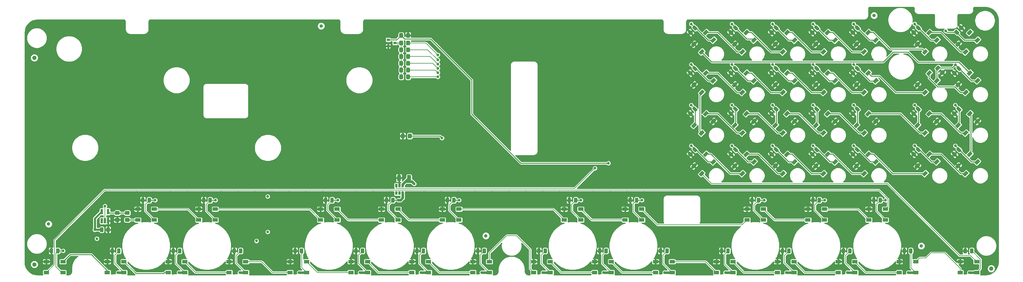
<source format=gbr>
%TF.GenerationSoftware,KiCad,Pcbnew,5.1.9*%
%TF.CreationDate,2021-05-04T07:57:13+02:00*%
%TF.ProjectId,OTTO-Beta-Aux,4f54544f-2d42-4657-9461-2d4175782e6b,rev?*%
%TF.SameCoordinates,Original*%
%TF.FileFunction,Copper,L1,Top*%
%TF.FilePolarity,Positive*%
%FSLAX46Y46*%
G04 Gerber Fmt 4.6, Leading zero omitted, Abs format (unit mm)*
G04 Created by KiCad (PCBNEW 5.1.9) date 2021-05-04 07:57:13*
%MOMM*%
%LPD*%
G01*
G04 APERTURE LIST*
%TA.AperFunction,WasherPad*%
%ADD10C,1.300000*%
%TD*%
%TA.AperFunction,SMDPad,CuDef*%
%ADD11C,1.000000*%
%TD*%
%TA.AperFunction,SMDPad,CuDef*%
%ADD12R,0.650000X1.060000*%
%TD*%
%TA.AperFunction,SMDPad,CuDef*%
%ADD13R,0.650000X1.560000*%
%TD*%
%TA.AperFunction,SMDPad,CuDef*%
%ADD14C,0.150000*%
%TD*%
%TA.AperFunction,SMDPad,CuDef*%
%ADD15R,1.500000X1.000000*%
%TD*%
%TA.AperFunction,SMDPad,CuDef*%
%ADD16R,0.900000X0.800000*%
%TD*%
%TA.AperFunction,ViaPad*%
%ADD17C,0.800000*%
%TD*%
%TA.AperFunction,Conductor*%
%ADD18C,0.254000*%
%TD*%
%TA.AperFunction,Conductor*%
%ADD19C,0.203200*%
%TD*%
%TA.AperFunction,Conductor*%
%ADD20C,0.762000*%
%TD*%
%TA.AperFunction,Conductor*%
%ADD21C,0.600000*%
%TD*%
%TA.AperFunction,Conductor*%
%ADD22C,0.150000*%
%TD*%
G04 APERTURE END LIST*
D10*
X302930000Y-87350000D03*
X20200000Y-86100000D03*
X20200000Y-25000000D03*
D11*
X282250000Y-80650000D03*
D12*
X129031800Y-62796200D03*
X128081800Y-62796200D03*
X127131800Y-62796200D03*
X127131800Y-64996200D03*
X129031800Y-64996200D03*
X128081800Y-64996200D03*
%TA.AperFunction,SMDPad,CuDef*%
G36*
G01*
X128531800Y-59896199D02*
X128531800Y-61196201D01*
G75*
G02*
X128281801Y-61446200I-249999J0D01*
G01*
X127631799Y-61446200D01*
G75*
G02*
X127381800Y-61196201I0J249999D01*
G01*
X127381800Y-59896199D01*
G75*
G02*
X127631799Y-59646200I249999J0D01*
G01*
X128281801Y-59646200D01*
G75*
G02*
X128531800Y-59896199I0J-249999D01*
G01*
G37*
%TD.AperFunction*%
%TA.AperFunction,SMDPad,CuDef*%
G36*
G01*
X131481800Y-59896199D02*
X131481800Y-61196201D01*
G75*
G02*
X131231801Y-61446200I-249999J0D01*
G01*
X130581799Y-61446200D01*
G75*
G02*
X130331800Y-61196201I0J249999D01*
G01*
X130331800Y-59896199D01*
G75*
G02*
X130581799Y-59646200I249999J0D01*
G01*
X131231801Y-59646200D01*
G75*
G02*
X131481800Y-59896199I0J-249999D01*
G01*
G37*
%TD.AperFunction*%
%TA.AperFunction,SMDPad,CuDef*%
G36*
G01*
X294048857Y-16792894D02*
X293377106Y-16121143D01*
G75*
G02*
X293377106Y-15767589I176777J176777D01*
G01*
X293730659Y-15414036D01*
G75*
G02*
X294084213Y-15414036I176777J-176777D01*
G01*
X294755964Y-16085787D01*
G75*
G02*
X294755964Y-16439341I-176777J-176777D01*
G01*
X294402411Y-16792894D01*
G75*
G02*
X294048857Y-16792894I-176777J176777D01*
G01*
G37*
%TD.AperFunction*%
%TA.AperFunction,SMDPad,CuDef*%
G36*
G01*
X292705355Y-18136396D02*
X292033604Y-17464645D01*
G75*
G02*
X292033604Y-17111091I176777J176777D01*
G01*
X292387157Y-16757538D01*
G75*
G02*
X292740711Y-16757538I176777J-176777D01*
G01*
X293412462Y-17429289D01*
G75*
G02*
X293412462Y-17782843I-176777J-176777D01*
G01*
X293058909Y-18136396D01*
G75*
G02*
X292705355Y-18136396I-176777J176777D01*
G01*
G37*
%TD.AperFunction*%
%TA.AperFunction,SMDPad,CuDef*%
G36*
G01*
X280045927Y-16832322D02*
X280717678Y-17504073D01*
G75*
G02*
X280717678Y-17857627I-176777J-176777D01*
G01*
X280364125Y-18211180D01*
G75*
G02*
X280010571Y-18211180I-176777J176777D01*
G01*
X279338820Y-17539429D01*
G75*
G02*
X279338820Y-17185875I176777J176777D01*
G01*
X279692373Y-16832322D01*
G75*
G02*
X280045927Y-16832322I176777J-176777D01*
G01*
G37*
%TD.AperFunction*%
%TA.AperFunction,SMDPad,CuDef*%
G36*
G01*
X281389429Y-15488820D02*
X282061180Y-16160571D01*
G75*
G02*
X282061180Y-16514125I-176777J-176777D01*
G01*
X281707627Y-16867678D01*
G75*
G02*
X281354073Y-16867678I-176777J176777D01*
G01*
X280682322Y-16195927D01*
G75*
G02*
X280682322Y-15842373I176777J176777D01*
G01*
X281035875Y-15488820D01*
G75*
G02*
X281389429Y-15488820I176777J-176777D01*
G01*
G37*
%TD.AperFunction*%
%TA.AperFunction,SMDPad,CuDef*%
G36*
G01*
X262045927Y-16832322D02*
X262717678Y-17504073D01*
G75*
G02*
X262717678Y-17857627I-176777J-176777D01*
G01*
X262364125Y-18211180D01*
G75*
G02*
X262010571Y-18211180I-176777J176777D01*
G01*
X261338820Y-17539429D01*
G75*
G02*
X261338820Y-17185875I176777J176777D01*
G01*
X261692373Y-16832322D01*
G75*
G02*
X262045927Y-16832322I176777J-176777D01*
G01*
G37*
%TD.AperFunction*%
%TA.AperFunction,SMDPad,CuDef*%
G36*
G01*
X263389429Y-15488820D02*
X264061180Y-16160571D01*
G75*
G02*
X264061180Y-16514125I-176777J-176777D01*
G01*
X263707627Y-16867678D01*
G75*
G02*
X263354073Y-16867678I-176777J176777D01*
G01*
X262682322Y-16195927D01*
G75*
G02*
X262682322Y-15842373I176777J176777D01*
G01*
X263035875Y-15488820D01*
G75*
G02*
X263389429Y-15488820I176777J-176777D01*
G01*
G37*
%TD.AperFunction*%
%TA.AperFunction,SMDPad,CuDef*%
G36*
G01*
X250045927Y-16832322D02*
X250717678Y-17504073D01*
G75*
G02*
X250717678Y-17857627I-176777J-176777D01*
G01*
X250364125Y-18211180D01*
G75*
G02*
X250010571Y-18211180I-176777J176777D01*
G01*
X249338820Y-17539429D01*
G75*
G02*
X249338820Y-17185875I176777J176777D01*
G01*
X249692373Y-16832322D01*
G75*
G02*
X250045927Y-16832322I176777J-176777D01*
G01*
G37*
%TD.AperFunction*%
%TA.AperFunction,SMDPad,CuDef*%
G36*
G01*
X251389429Y-15488820D02*
X252061180Y-16160571D01*
G75*
G02*
X252061180Y-16514125I-176777J-176777D01*
G01*
X251707627Y-16867678D01*
G75*
G02*
X251354073Y-16867678I-176777J176777D01*
G01*
X250682322Y-16195927D01*
G75*
G02*
X250682322Y-15842373I176777J176777D01*
G01*
X251035875Y-15488820D01*
G75*
G02*
X251389429Y-15488820I176777J-176777D01*
G01*
G37*
%TD.AperFunction*%
%TA.AperFunction,SMDPad,CuDef*%
G36*
G01*
X238045927Y-16832322D02*
X238717678Y-17504073D01*
G75*
G02*
X238717678Y-17857627I-176777J-176777D01*
G01*
X238364125Y-18211180D01*
G75*
G02*
X238010571Y-18211180I-176777J176777D01*
G01*
X237338820Y-17539429D01*
G75*
G02*
X237338820Y-17185875I176777J176777D01*
G01*
X237692373Y-16832322D01*
G75*
G02*
X238045927Y-16832322I176777J-176777D01*
G01*
G37*
%TD.AperFunction*%
%TA.AperFunction,SMDPad,CuDef*%
G36*
G01*
X239389429Y-15488820D02*
X240061180Y-16160571D01*
G75*
G02*
X240061180Y-16514125I-176777J-176777D01*
G01*
X239707627Y-16867678D01*
G75*
G02*
X239354073Y-16867678I-176777J176777D01*
G01*
X238682322Y-16195927D01*
G75*
G02*
X238682322Y-15842373I176777J176777D01*
G01*
X239035875Y-15488820D01*
G75*
G02*
X239389429Y-15488820I176777J-176777D01*
G01*
G37*
%TD.AperFunction*%
%TA.AperFunction,SMDPad,CuDef*%
G36*
G01*
X226045927Y-16832322D02*
X226717678Y-17504073D01*
G75*
G02*
X226717678Y-17857627I-176777J-176777D01*
G01*
X226364125Y-18211180D01*
G75*
G02*
X226010571Y-18211180I-176777J176777D01*
G01*
X225338820Y-17539429D01*
G75*
G02*
X225338820Y-17185875I176777J176777D01*
G01*
X225692373Y-16832322D01*
G75*
G02*
X226045927Y-16832322I176777J-176777D01*
G01*
G37*
%TD.AperFunction*%
%TA.AperFunction,SMDPad,CuDef*%
G36*
G01*
X227389429Y-15488820D02*
X228061180Y-16160571D01*
G75*
G02*
X228061180Y-16514125I-176777J-176777D01*
G01*
X227707627Y-16867678D01*
G75*
G02*
X227354073Y-16867678I-176777J176777D01*
G01*
X226682322Y-16195927D01*
G75*
G02*
X226682322Y-15842373I176777J176777D01*
G01*
X227035875Y-15488820D01*
G75*
G02*
X227389429Y-15488820I176777J-176777D01*
G01*
G37*
%TD.AperFunction*%
%TA.AperFunction,SMDPad,CuDef*%
G36*
G01*
X214045927Y-16832322D02*
X214717678Y-17504073D01*
G75*
G02*
X214717678Y-17857627I-176777J-176777D01*
G01*
X214364125Y-18211180D01*
G75*
G02*
X214010571Y-18211180I-176777J176777D01*
G01*
X213338820Y-17539429D01*
G75*
G02*
X213338820Y-17185875I176777J176777D01*
G01*
X213692373Y-16832322D01*
G75*
G02*
X214045927Y-16832322I176777J-176777D01*
G01*
G37*
%TD.AperFunction*%
%TA.AperFunction,SMDPad,CuDef*%
G36*
G01*
X215389429Y-15488820D02*
X216061180Y-16160571D01*
G75*
G02*
X216061180Y-16514125I-176777J-176777D01*
G01*
X215707627Y-16867678D01*
G75*
G02*
X215354073Y-16867678I-176777J176777D01*
G01*
X214682322Y-16195927D01*
G75*
G02*
X214682322Y-15842373I176777J176777D01*
G01*
X215035875Y-15488820D01*
G75*
G02*
X215389429Y-15488820I176777J-176777D01*
G01*
G37*
%TD.AperFunction*%
%TA.AperFunction,SMDPad,CuDef*%
G36*
G01*
X41501800Y-76321200D02*
X41501800Y-75371200D01*
G75*
G02*
X41751800Y-75121200I250000J0D01*
G01*
X42251800Y-75121200D01*
G75*
G02*
X42501800Y-75371200I0J-250000D01*
G01*
X42501800Y-76321200D01*
G75*
G02*
X42251800Y-76571200I-250000J0D01*
G01*
X41751800Y-76571200D01*
G75*
G02*
X41501800Y-76321200I0J250000D01*
G01*
G37*
%TD.AperFunction*%
%TA.AperFunction,SMDPad,CuDef*%
G36*
G01*
X39601800Y-76321200D02*
X39601800Y-75371200D01*
G75*
G02*
X39851800Y-75121200I250000J0D01*
G01*
X40351800Y-75121200D01*
G75*
G02*
X40601800Y-75371200I0J-250000D01*
G01*
X40601800Y-76321200D01*
G75*
G02*
X40351800Y-76571200I-250000J0D01*
G01*
X39851800Y-76571200D01*
G75*
G02*
X39601800Y-76321200I0J250000D01*
G01*
G37*
%TD.AperFunction*%
%TA.AperFunction,SMDPad,CuDef*%
G36*
G01*
X292045927Y-28832322D02*
X292717678Y-29504073D01*
G75*
G02*
X292717678Y-29857627I-176777J-176777D01*
G01*
X292364125Y-30211180D01*
G75*
G02*
X292010571Y-30211180I-176777J176777D01*
G01*
X291338820Y-29539429D01*
G75*
G02*
X291338820Y-29185875I176777J176777D01*
G01*
X291692373Y-28832322D01*
G75*
G02*
X292045927Y-28832322I176777J-176777D01*
G01*
G37*
%TD.AperFunction*%
%TA.AperFunction,SMDPad,CuDef*%
G36*
G01*
X293389429Y-27488820D02*
X294061180Y-28160571D01*
G75*
G02*
X294061180Y-28514125I-176777J-176777D01*
G01*
X293707627Y-28867678D01*
G75*
G02*
X293354073Y-28867678I-176777J176777D01*
G01*
X292682322Y-28195927D01*
G75*
G02*
X292682322Y-27842373I176777J176777D01*
G01*
X293035875Y-27488820D01*
G75*
G02*
X293389429Y-27488820I176777J-176777D01*
G01*
G37*
%TD.AperFunction*%
%TA.AperFunction,SMDPad,CuDef*%
G36*
G01*
X287782322Y-29354073D02*
X288454073Y-28682322D01*
G75*
G02*
X288807627Y-28682322I176777J-176777D01*
G01*
X289161180Y-29035875D01*
G75*
G02*
X289161180Y-29389429I-176777J-176777D01*
G01*
X288489429Y-30061180D01*
G75*
G02*
X288135875Y-30061180I-176777J176777D01*
G01*
X287782322Y-29707627D01*
G75*
G02*
X287782322Y-29354073I176777J176777D01*
G01*
G37*
%TD.AperFunction*%
%TA.AperFunction,SMDPad,CuDef*%
G36*
G01*
X286438820Y-28010571D02*
X287110571Y-27338820D01*
G75*
G02*
X287464125Y-27338820I176777J-176777D01*
G01*
X287817678Y-27692373D01*
G75*
G02*
X287817678Y-28045927I-176777J-176777D01*
G01*
X287145927Y-28717678D01*
G75*
G02*
X286792373Y-28717678I-176777J176777D01*
G01*
X286438820Y-28364125D01*
G75*
G02*
X286438820Y-28010571I176777J176777D01*
G01*
G37*
%TD.AperFunction*%
%TA.AperFunction,SMDPad,CuDef*%
G36*
G01*
X262045927Y-28832322D02*
X262717678Y-29504073D01*
G75*
G02*
X262717678Y-29857627I-176777J-176777D01*
G01*
X262364125Y-30211180D01*
G75*
G02*
X262010571Y-30211180I-176777J176777D01*
G01*
X261338820Y-29539429D01*
G75*
G02*
X261338820Y-29185875I176777J176777D01*
G01*
X261692373Y-28832322D01*
G75*
G02*
X262045927Y-28832322I176777J-176777D01*
G01*
G37*
%TD.AperFunction*%
%TA.AperFunction,SMDPad,CuDef*%
G36*
G01*
X263389429Y-27488820D02*
X264061180Y-28160571D01*
G75*
G02*
X264061180Y-28514125I-176777J-176777D01*
G01*
X263707627Y-28867678D01*
G75*
G02*
X263354073Y-28867678I-176777J176777D01*
G01*
X262682322Y-28195927D01*
G75*
G02*
X262682322Y-27842373I176777J176777D01*
G01*
X263035875Y-27488820D01*
G75*
G02*
X263389429Y-27488820I176777J-176777D01*
G01*
G37*
%TD.AperFunction*%
%TA.AperFunction,SMDPad,CuDef*%
G36*
G01*
X250045927Y-28832322D02*
X250717678Y-29504073D01*
G75*
G02*
X250717678Y-29857627I-176777J-176777D01*
G01*
X250364125Y-30211180D01*
G75*
G02*
X250010571Y-30211180I-176777J176777D01*
G01*
X249338820Y-29539429D01*
G75*
G02*
X249338820Y-29185875I176777J176777D01*
G01*
X249692373Y-28832322D01*
G75*
G02*
X250045927Y-28832322I176777J-176777D01*
G01*
G37*
%TD.AperFunction*%
%TA.AperFunction,SMDPad,CuDef*%
G36*
G01*
X251389429Y-27488820D02*
X252061180Y-28160571D01*
G75*
G02*
X252061180Y-28514125I-176777J-176777D01*
G01*
X251707627Y-28867678D01*
G75*
G02*
X251354073Y-28867678I-176777J176777D01*
G01*
X250682322Y-28195927D01*
G75*
G02*
X250682322Y-27842373I176777J176777D01*
G01*
X251035875Y-27488820D01*
G75*
G02*
X251389429Y-27488820I176777J-176777D01*
G01*
G37*
%TD.AperFunction*%
%TA.AperFunction,SMDPad,CuDef*%
G36*
G01*
X238045927Y-28832322D02*
X238717678Y-29504073D01*
G75*
G02*
X238717678Y-29857627I-176777J-176777D01*
G01*
X238364125Y-30211180D01*
G75*
G02*
X238010571Y-30211180I-176777J176777D01*
G01*
X237338820Y-29539429D01*
G75*
G02*
X237338820Y-29185875I176777J176777D01*
G01*
X237692373Y-28832322D01*
G75*
G02*
X238045927Y-28832322I176777J-176777D01*
G01*
G37*
%TD.AperFunction*%
%TA.AperFunction,SMDPad,CuDef*%
G36*
G01*
X239389429Y-27488820D02*
X240061180Y-28160571D01*
G75*
G02*
X240061180Y-28514125I-176777J-176777D01*
G01*
X239707627Y-28867678D01*
G75*
G02*
X239354073Y-28867678I-176777J176777D01*
G01*
X238682322Y-28195927D01*
G75*
G02*
X238682322Y-27842373I176777J176777D01*
G01*
X239035875Y-27488820D01*
G75*
G02*
X239389429Y-27488820I176777J-176777D01*
G01*
G37*
%TD.AperFunction*%
%TA.AperFunction,SMDPad,CuDef*%
G36*
G01*
X226045927Y-28832322D02*
X226717678Y-29504073D01*
G75*
G02*
X226717678Y-29857627I-176777J-176777D01*
G01*
X226364125Y-30211180D01*
G75*
G02*
X226010571Y-30211180I-176777J176777D01*
G01*
X225338820Y-29539429D01*
G75*
G02*
X225338820Y-29185875I176777J176777D01*
G01*
X225692373Y-28832322D01*
G75*
G02*
X226045927Y-28832322I176777J-176777D01*
G01*
G37*
%TD.AperFunction*%
%TA.AperFunction,SMDPad,CuDef*%
G36*
G01*
X227389429Y-27488820D02*
X228061180Y-28160571D01*
G75*
G02*
X228061180Y-28514125I-176777J-176777D01*
G01*
X227707627Y-28867678D01*
G75*
G02*
X227354073Y-28867678I-176777J176777D01*
G01*
X226682322Y-28195927D01*
G75*
G02*
X226682322Y-27842373I176777J176777D01*
G01*
X227035875Y-27488820D01*
G75*
G02*
X227389429Y-27488820I176777J-176777D01*
G01*
G37*
%TD.AperFunction*%
%TA.AperFunction,SMDPad,CuDef*%
G36*
G01*
X214045927Y-28832322D02*
X214717678Y-29504073D01*
G75*
G02*
X214717678Y-29857627I-176777J-176777D01*
G01*
X214364125Y-30211180D01*
G75*
G02*
X214010571Y-30211180I-176777J176777D01*
G01*
X213338820Y-29539429D01*
G75*
G02*
X213338820Y-29185875I176777J176777D01*
G01*
X213692373Y-28832322D01*
G75*
G02*
X214045927Y-28832322I176777J-176777D01*
G01*
G37*
%TD.AperFunction*%
%TA.AperFunction,SMDPad,CuDef*%
G36*
G01*
X215389429Y-27488820D02*
X216061180Y-28160571D01*
G75*
G02*
X216061180Y-28514125I-176777J-176777D01*
G01*
X215707627Y-28867678D01*
G75*
G02*
X215354073Y-28867678I-176777J176777D01*
G01*
X214682322Y-28195927D01*
G75*
G02*
X214682322Y-27842373I176777J176777D01*
G01*
X215035875Y-27488820D01*
G75*
G02*
X215389429Y-27488820I176777J-176777D01*
G01*
G37*
%TD.AperFunction*%
%TA.AperFunction,SMDPad,CuDef*%
G36*
G01*
X292045927Y-40832322D02*
X292717678Y-41504073D01*
G75*
G02*
X292717678Y-41857627I-176777J-176777D01*
G01*
X292364125Y-42211180D01*
G75*
G02*
X292010571Y-42211180I-176777J176777D01*
G01*
X291338820Y-41539429D01*
G75*
G02*
X291338820Y-41185875I176777J176777D01*
G01*
X291692373Y-40832322D01*
G75*
G02*
X292045927Y-40832322I176777J-176777D01*
G01*
G37*
%TD.AperFunction*%
%TA.AperFunction,SMDPad,CuDef*%
G36*
G01*
X293389429Y-39488820D02*
X294061180Y-40160571D01*
G75*
G02*
X294061180Y-40514125I-176777J-176777D01*
G01*
X293707627Y-40867678D01*
G75*
G02*
X293354073Y-40867678I-176777J176777D01*
G01*
X292682322Y-40195927D01*
G75*
G02*
X292682322Y-39842373I176777J176777D01*
G01*
X293035875Y-39488820D01*
G75*
G02*
X293389429Y-39488820I176777J-176777D01*
G01*
G37*
%TD.AperFunction*%
%TA.AperFunction,SMDPad,CuDef*%
G36*
G01*
X280045927Y-40832322D02*
X280717678Y-41504073D01*
G75*
G02*
X280717678Y-41857627I-176777J-176777D01*
G01*
X280364125Y-42211180D01*
G75*
G02*
X280010571Y-42211180I-176777J176777D01*
G01*
X279338820Y-41539429D01*
G75*
G02*
X279338820Y-41185875I176777J176777D01*
G01*
X279692373Y-40832322D01*
G75*
G02*
X280045927Y-40832322I176777J-176777D01*
G01*
G37*
%TD.AperFunction*%
%TA.AperFunction,SMDPad,CuDef*%
G36*
G01*
X281389429Y-39488820D02*
X282061180Y-40160571D01*
G75*
G02*
X282061180Y-40514125I-176777J-176777D01*
G01*
X281707627Y-40867678D01*
G75*
G02*
X281354073Y-40867678I-176777J176777D01*
G01*
X280682322Y-40195927D01*
G75*
G02*
X280682322Y-39842373I176777J176777D01*
G01*
X281035875Y-39488820D01*
G75*
G02*
X281389429Y-39488820I176777J-176777D01*
G01*
G37*
%TD.AperFunction*%
%TA.AperFunction,SMDPad,CuDef*%
G36*
G01*
X262045927Y-40832322D02*
X262717678Y-41504073D01*
G75*
G02*
X262717678Y-41857627I-176777J-176777D01*
G01*
X262364125Y-42211180D01*
G75*
G02*
X262010571Y-42211180I-176777J176777D01*
G01*
X261338820Y-41539429D01*
G75*
G02*
X261338820Y-41185875I176777J176777D01*
G01*
X261692373Y-40832322D01*
G75*
G02*
X262045927Y-40832322I176777J-176777D01*
G01*
G37*
%TD.AperFunction*%
%TA.AperFunction,SMDPad,CuDef*%
G36*
G01*
X263389429Y-39488820D02*
X264061180Y-40160571D01*
G75*
G02*
X264061180Y-40514125I-176777J-176777D01*
G01*
X263707627Y-40867678D01*
G75*
G02*
X263354073Y-40867678I-176777J176777D01*
G01*
X262682322Y-40195927D01*
G75*
G02*
X262682322Y-39842373I176777J176777D01*
G01*
X263035875Y-39488820D01*
G75*
G02*
X263389429Y-39488820I176777J-176777D01*
G01*
G37*
%TD.AperFunction*%
%TA.AperFunction,SMDPad,CuDef*%
G36*
G01*
X250045927Y-40832322D02*
X250717678Y-41504073D01*
G75*
G02*
X250717678Y-41857627I-176777J-176777D01*
G01*
X250364125Y-42211180D01*
G75*
G02*
X250010571Y-42211180I-176777J176777D01*
G01*
X249338820Y-41539429D01*
G75*
G02*
X249338820Y-41185875I176777J176777D01*
G01*
X249692373Y-40832322D01*
G75*
G02*
X250045927Y-40832322I176777J-176777D01*
G01*
G37*
%TD.AperFunction*%
%TA.AperFunction,SMDPad,CuDef*%
G36*
G01*
X251389429Y-39488820D02*
X252061180Y-40160571D01*
G75*
G02*
X252061180Y-40514125I-176777J-176777D01*
G01*
X251707627Y-40867678D01*
G75*
G02*
X251354073Y-40867678I-176777J176777D01*
G01*
X250682322Y-40195927D01*
G75*
G02*
X250682322Y-39842373I176777J176777D01*
G01*
X251035875Y-39488820D01*
G75*
G02*
X251389429Y-39488820I176777J-176777D01*
G01*
G37*
%TD.AperFunction*%
%TA.AperFunction,SMDPad,CuDef*%
G36*
G01*
X238045927Y-40832322D02*
X238717678Y-41504073D01*
G75*
G02*
X238717678Y-41857627I-176777J-176777D01*
G01*
X238364125Y-42211180D01*
G75*
G02*
X238010571Y-42211180I-176777J176777D01*
G01*
X237338820Y-41539429D01*
G75*
G02*
X237338820Y-41185875I176777J176777D01*
G01*
X237692373Y-40832322D01*
G75*
G02*
X238045927Y-40832322I176777J-176777D01*
G01*
G37*
%TD.AperFunction*%
%TA.AperFunction,SMDPad,CuDef*%
G36*
G01*
X239389429Y-39488820D02*
X240061180Y-40160571D01*
G75*
G02*
X240061180Y-40514125I-176777J-176777D01*
G01*
X239707627Y-40867678D01*
G75*
G02*
X239354073Y-40867678I-176777J176777D01*
G01*
X238682322Y-40195927D01*
G75*
G02*
X238682322Y-39842373I176777J176777D01*
G01*
X239035875Y-39488820D01*
G75*
G02*
X239389429Y-39488820I176777J-176777D01*
G01*
G37*
%TD.AperFunction*%
%TA.AperFunction,SMDPad,CuDef*%
G36*
G01*
X226045927Y-40832322D02*
X226717678Y-41504073D01*
G75*
G02*
X226717678Y-41857627I-176777J-176777D01*
G01*
X226364125Y-42211180D01*
G75*
G02*
X226010571Y-42211180I-176777J176777D01*
G01*
X225338820Y-41539429D01*
G75*
G02*
X225338820Y-41185875I176777J176777D01*
G01*
X225692373Y-40832322D01*
G75*
G02*
X226045927Y-40832322I176777J-176777D01*
G01*
G37*
%TD.AperFunction*%
%TA.AperFunction,SMDPad,CuDef*%
G36*
G01*
X227389429Y-39488820D02*
X228061180Y-40160571D01*
G75*
G02*
X228061180Y-40514125I-176777J-176777D01*
G01*
X227707627Y-40867678D01*
G75*
G02*
X227354073Y-40867678I-176777J176777D01*
G01*
X226682322Y-40195927D01*
G75*
G02*
X226682322Y-39842373I176777J176777D01*
G01*
X227035875Y-39488820D01*
G75*
G02*
X227389429Y-39488820I176777J-176777D01*
G01*
G37*
%TD.AperFunction*%
%TA.AperFunction,SMDPad,CuDef*%
G36*
G01*
X214045927Y-40832322D02*
X214717678Y-41504073D01*
G75*
G02*
X214717678Y-41857627I-176777J-176777D01*
G01*
X214364125Y-42211180D01*
G75*
G02*
X214010571Y-42211180I-176777J176777D01*
G01*
X213338820Y-41539429D01*
G75*
G02*
X213338820Y-41185875I176777J176777D01*
G01*
X213692373Y-40832322D01*
G75*
G02*
X214045927Y-40832322I176777J-176777D01*
G01*
G37*
%TD.AperFunction*%
%TA.AperFunction,SMDPad,CuDef*%
G36*
G01*
X215389429Y-39488820D02*
X216061180Y-40160571D01*
G75*
G02*
X216061180Y-40514125I-176777J-176777D01*
G01*
X215707627Y-40867678D01*
G75*
G02*
X215354073Y-40867678I-176777J176777D01*
G01*
X214682322Y-40195927D01*
G75*
G02*
X214682322Y-39842373I176777J176777D01*
G01*
X215035875Y-39488820D01*
G75*
G02*
X215389429Y-39488820I176777J-176777D01*
G01*
G37*
%TD.AperFunction*%
%TA.AperFunction,SMDPad,CuDef*%
G36*
G01*
X292045927Y-52832322D02*
X292717678Y-53504073D01*
G75*
G02*
X292717678Y-53857627I-176777J-176777D01*
G01*
X292364125Y-54211180D01*
G75*
G02*
X292010571Y-54211180I-176777J176777D01*
G01*
X291338820Y-53539429D01*
G75*
G02*
X291338820Y-53185875I176777J176777D01*
G01*
X291692373Y-52832322D01*
G75*
G02*
X292045927Y-52832322I176777J-176777D01*
G01*
G37*
%TD.AperFunction*%
%TA.AperFunction,SMDPad,CuDef*%
G36*
G01*
X293389429Y-51488820D02*
X294061180Y-52160571D01*
G75*
G02*
X294061180Y-52514125I-176777J-176777D01*
G01*
X293707627Y-52867678D01*
G75*
G02*
X293354073Y-52867678I-176777J176777D01*
G01*
X292682322Y-52195927D01*
G75*
G02*
X292682322Y-51842373I176777J176777D01*
G01*
X293035875Y-51488820D01*
G75*
G02*
X293389429Y-51488820I176777J-176777D01*
G01*
G37*
%TD.AperFunction*%
%TA.AperFunction,SMDPad,CuDef*%
G36*
G01*
X280045927Y-52832322D02*
X280717678Y-53504073D01*
G75*
G02*
X280717678Y-53857627I-176777J-176777D01*
G01*
X280364125Y-54211180D01*
G75*
G02*
X280010571Y-54211180I-176777J176777D01*
G01*
X279338820Y-53539429D01*
G75*
G02*
X279338820Y-53185875I176777J176777D01*
G01*
X279692373Y-52832322D01*
G75*
G02*
X280045927Y-52832322I176777J-176777D01*
G01*
G37*
%TD.AperFunction*%
%TA.AperFunction,SMDPad,CuDef*%
G36*
G01*
X281389429Y-51488820D02*
X282061180Y-52160571D01*
G75*
G02*
X282061180Y-52514125I-176777J-176777D01*
G01*
X281707627Y-52867678D01*
G75*
G02*
X281354073Y-52867678I-176777J176777D01*
G01*
X280682322Y-52195927D01*
G75*
G02*
X280682322Y-51842373I176777J176777D01*
G01*
X281035875Y-51488820D01*
G75*
G02*
X281389429Y-51488820I176777J-176777D01*
G01*
G37*
%TD.AperFunction*%
%TA.AperFunction,SMDPad,CuDef*%
G36*
G01*
X262045927Y-52832322D02*
X262717678Y-53504073D01*
G75*
G02*
X262717678Y-53857627I-176777J-176777D01*
G01*
X262364125Y-54211180D01*
G75*
G02*
X262010571Y-54211180I-176777J176777D01*
G01*
X261338820Y-53539429D01*
G75*
G02*
X261338820Y-53185875I176777J176777D01*
G01*
X261692373Y-52832322D01*
G75*
G02*
X262045927Y-52832322I176777J-176777D01*
G01*
G37*
%TD.AperFunction*%
%TA.AperFunction,SMDPad,CuDef*%
G36*
G01*
X263389429Y-51488820D02*
X264061180Y-52160571D01*
G75*
G02*
X264061180Y-52514125I-176777J-176777D01*
G01*
X263707627Y-52867678D01*
G75*
G02*
X263354073Y-52867678I-176777J176777D01*
G01*
X262682322Y-52195927D01*
G75*
G02*
X262682322Y-51842373I176777J176777D01*
G01*
X263035875Y-51488820D01*
G75*
G02*
X263389429Y-51488820I176777J-176777D01*
G01*
G37*
%TD.AperFunction*%
%TA.AperFunction,SMDPad,CuDef*%
G36*
G01*
X250045927Y-52832322D02*
X250717678Y-53504073D01*
G75*
G02*
X250717678Y-53857627I-176777J-176777D01*
G01*
X250364125Y-54211180D01*
G75*
G02*
X250010571Y-54211180I-176777J176777D01*
G01*
X249338820Y-53539429D01*
G75*
G02*
X249338820Y-53185875I176777J176777D01*
G01*
X249692373Y-52832322D01*
G75*
G02*
X250045927Y-52832322I176777J-176777D01*
G01*
G37*
%TD.AperFunction*%
%TA.AperFunction,SMDPad,CuDef*%
G36*
G01*
X251389429Y-51488820D02*
X252061180Y-52160571D01*
G75*
G02*
X252061180Y-52514125I-176777J-176777D01*
G01*
X251707627Y-52867678D01*
G75*
G02*
X251354073Y-52867678I-176777J176777D01*
G01*
X250682322Y-52195927D01*
G75*
G02*
X250682322Y-51842373I176777J176777D01*
G01*
X251035875Y-51488820D01*
G75*
G02*
X251389429Y-51488820I176777J-176777D01*
G01*
G37*
%TD.AperFunction*%
%TA.AperFunction,SMDPad,CuDef*%
G36*
G01*
X238045927Y-52832322D02*
X238717678Y-53504073D01*
G75*
G02*
X238717678Y-53857627I-176777J-176777D01*
G01*
X238364125Y-54211180D01*
G75*
G02*
X238010571Y-54211180I-176777J176777D01*
G01*
X237338820Y-53539429D01*
G75*
G02*
X237338820Y-53185875I176777J176777D01*
G01*
X237692373Y-52832322D01*
G75*
G02*
X238045927Y-52832322I176777J-176777D01*
G01*
G37*
%TD.AperFunction*%
%TA.AperFunction,SMDPad,CuDef*%
G36*
G01*
X239389429Y-51488820D02*
X240061180Y-52160571D01*
G75*
G02*
X240061180Y-52514125I-176777J-176777D01*
G01*
X239707627Y-52867678D01*
G75*
G02*
X239354073Y-52867678I-176777J176777D01*
G01*
X238682322Y-52195927D01*
G75*
G02*
X238682322Y-51842373I176777J176777D01*
G01*
X239035875Y-51488820D01*
G75*
G02*
X239389429Y-51488820I176777J-176777D01*
G01*
G37*
%TD.AperFunction*%
%TA.AperFunction,SMDPad,CuDef*%
G36*
G01*
X226045927Y-52832322D02*
X226717678Y-53504073D01*
G75*
G02*
X226717678Y-53857627I-176777J-176777D01*
G01*
X226364125Y-54211180D01*
G75*
G02*
X226010571Y-54211180I-176777J176777D01*
G01*
X225338820Y-53539429D01*
G75*
G02*
X225338820Y-53185875I176777J176777D01*
G01*
X225692373Y-52832322D01*
G75*
G02*
X226045927Y-52832322I176777J-176777D01*
G01*
G37*
%TD.AperFunction*%
%TA.AperFunction,SMDPad,CuDef*%
G36*
G01*
X227389429Y-51488820D02*
X228061180Y-52160571D01*
G75*
G02*
X228061180Y-52514125I-176777J-176777D01*
G01*
X227707627Y-52867678D01*
G75*
G02*
X227354073Y-52867678I-176777J176777D01*
G01*
X226682322Y-52195927D01*
G75*
G02*
X226682322Y-51842373I176777J176777D01*
G01*
X227035875Y-51488820D01*
G75*
G02*
X227389429Y-51488820I176777J-176777D01*
G01*
G37*
%TD.AperFunction*%
%TA.AperFunction,SMDPad,CuDef*%
G36*
G01*
X214045927Y-52832322D02*
X214717678Y-53504073D01*
G75*
G02*
X214717678Y-53857627I-176777J-176777D01*
G01*
X214364125Y-54211180D01*
G75*
G02*
X214010571Y-54211180I-176777J176777D01*
G01*
X213338820Y-53539429D01*
G75*
G02*
X213338820Y-53185875I176777J176777D01*
G01*
X213692373Y-52832322D01*
G75*
G02*
X214045927Y-52832322I176777J-176777D01*
G01*
G37*
%TD.AperFunction*%
%TA.AperFunction,SMDPad,CuDef*%
G36*
G01*
X215389429Y-51488820D02*
X216061180Y-52160571D01*
G75*
G02*
X216061180Y-52514125I-176777J-176777D01*
G01*
X215707627Y-52867678D01*
G75*
G02*
X215354073Y-52867678I-176777J176777D01*
G01*
X214682322Y-52195927D01*
G75*
G02*
X214682322Y-51842373I176777J176777D01*
G01*
X215035875Y-51488820D01*
G75*
G02*
X215389429Y-51488820I176777J-176777D01*
G01*
G37*
%TD.AperFunction*%
%TA.AperFunction,SMDPad,CuDef*%
G36*
G01*
X268750000Y-66625000D02*
X268750000Y-67575000D01*
G75*
G02*
X268500000Y-67825000I-250000J0D01*
G01*
X268000000Y-67825000D01*
G75*
G02*
X267750000Y-67575000I0J250000D01*
G01*
X267750000Y-66625000D01*
G75*
G02*
X268000000Y-66375000I250000J0D01*
G01*
X268500000Y-66375000D01*
G75*
G02*
X268750000Y-66625000I0J-250000D01*
G01*
G37*
%TD.AperFunction*%
%TA.AperFunction,SMDPad,CuDef*%
G36*
G01*
X270650000Y-66625000D02*
X270650000Y-67575000D01*
G75*
G02*
X270400000Y-67825000I-250000J0D01*
G01*
X269900000Y-67825000D01*
G75*
G02*
X269650000Y-67575000I0J250000D01*
G01*
X269650000Y-66625000D01*
G75*
G02*
X269900000Y-66375000I250000J0D01*
G01*
X270400000Y-66375000D01*
G75*
G02*
X270650000Y-66625000I0J-250000D01*
G01*
G37*
%TD.AperFunction*%
%TA.AperFunction,SMDPad,CuDef*%
G36*
G01*
X250750000Y-66625000D02*
X250750000Y-67575000D01*
G75*
G02*
X250500000Y-67825000I-250000J0D01*
G01*
X250000000Y-67825000D01*
G75*
G02*
X249750000Y-67575000I0J250000D01*
G01*
X249750000Y-66625000D01*
G75*
G02*
X250000000Y-66375000I250000J0D01*
G01*
X250500000Y-66375000D01*
G75*
G02*
X250750000Y-66625000I0J-250000D01*
G01*
G37*
%TD.AperFunction*%
%TA.AperFunction,SMDPad,CuDef*%
G36*
G01*
X252650000Y-66625000D02*
X252650000Y-67575000D01*
G75*
G02*
X252400000Y-67825000I-250000J0D01*
G01*
X251900000Y-67825000D01*
G75*
G02*
X251650000Y-67575000I0J250000D01*
G01*
X251650000Y-66625000D01*
G75*
G02*
X251900000Y-66375000I250000J0D01*
G01*
X252400000Y-66375000D01*
G75*
G02*
X252650000Y-66625000I0J-250000D01*
G01*
G37*
%TD.AperFunction*%
%TA.AperFunction,SMDPad,CuDef*%
G36*
G01*
X232750000Y-66625000D02*
X232750000Y-67575000D01*
G75*
G02*
X232500000Y-67825000I-250000J0D01*
G01*
X232000000Y-67825000D01*
G75*
G02*
X231750000Y-67575000I0J250000D01*
G01*
X231750000Y-66625000D01*
G75*
G02*
X232000000Y-66375000I250000J0D01*
G01*
X232500000Y-66375000D01*
G75*
G02*
X232750000Y-66625000I0J-250000D01*
G01*
G37*
%TD.AperFunction*%
%TA.AperFunction,SMDPad,CuDef*%
G36*
G01*
X234650000Y-66625000D02*
X234650000Y-67575000D01*
G75*
G02*
X234400000Y-67825000I-250000J0D01*
G01*
X233900000Y-67825000D01*
G75*
G02*
X233650000Y-67575000I0J250000D01*
G01*
X233650000Y-66625000D01*
G75*
G02*
X233900000Y-66375000I250000J0D01*
G01*
X234400000Y-66375000D01*
G75*
G02*
X234650000Y-66625000I0J-250000D01*
G01*
G37*
%TD.AperFunction*%
%TA.AperFunction,SMDPad,CuDef*%
G36*
G01*
X196750000Y-66625000D02*
X196750000Y-67575000D01*
G75*
G02*
X196500000Y-67825000I-250000J0D01*
G01*
X196000000Y-67825000D01*
G75*
G02*
X195750000Y-67575000I0J250000D01*
G01*
X195750000Y-66625000D01*
G75*
G02*
X196000000Y-66375000I250000J0D01*
G01*
X196500000Y-66375000D01*
G75*
G02*
X196750000Y-66625000I0J-250000D01*
G01*
G37*
%TD.AperFunction*%
%TA.AperFunction,SMDPad,CuDef*%
G36*
G01*
X198650000Y-66625000D02*
X198650000Y-67575000D01*
G75*
G02*
X198400000Y-67825000I-250000J0D01*
G01*
X197900000Y-67825000D01*
G75*
G02*
X197650000Y-67575000I0J250000D01*
G01*
X197650000Y-66625000D01*
G75*
G02*
X197900000Y-66375000I250000J0D01*
G01*
X198400000Y-66375000D01*
G75*
G02*
X198650000Y-66625000I0J-250000D01*
G01*
G37*
%TD.AperFunction*%
%TA.AperFunction,SMDPad,CuDef*%
G36*
G01*
X178750000Y-66625000D02*
X178750000Y-67575000D01*
G75*
G02*
X178500000Y-67825000I-250000J0D01*
G01*
X178000000Y-67825000D01*
G75*
G02*
X177750000Y-67575000I0J250000D01*
G01*
X177750000Y-66625000D01*
G75*
G02*
X178000000Y-66375000I250000J0D01*
G01*
X178500000Y-66375000D01*
G75*
G02*
X178750000Y-66625000I0J-250000D01*
G01*
G37*
%TD.AperFunction*%
%TA.AperFunction,SMDPad,CuDef*%
G36*
G01*
X180650000Y-66625000D02*
X180650000Y-67575000D01*
G75*
G02*
X180400000Y-67825000I-250000J0D01*
G01*
X179900000Y-67825000D01*
G75*
G02*
X179650000Y-67575000I0J250000D01*
G01*
X179650000Y-66625000D01*
G75*
G02*
X179900000Y-66375000I250000J0D01*
G01*
X180400000Y-66375000D01*
G75*
G02*
X180650000Y-66625000I0J-250000D01*
G01*
G37*
%TD.AperFunction*%
%TA.AperFunction,SMDPad,CuDef*%
G36*
G01*
X142750000Y-66625000D02*
X142750000Y-67575000D01*
G75*
G02*
X142500000Y-67825000I-250000J0D01*
G01*
X142000000Y-67825000D01*
G75*
G02*
X141750000Y-67575000I0J250000D01*
G01*
X141750000Y-66625000D01*
G75*
G02*
X142000000Y-66375000I250000J0D01*
G01*
X142500000Y-66375000D01*
G75*
G02*
X142750000Y-66625000I0J-250000D01*
G01*
G37*
%TD.AperFunction*%
%TA.AperFunction,SMDPad,CuDef*%
G36*
G01*
X144650000Y-66625000D02*
X144650000Y-67575000D01*
G75*
G02*
X144400000Y-67825000I-250000J0D01*
G01*
X143900000Y-67825000D01*
G75*
G02*
X143650000Y-67575000I0J250000D01*
G01*
X143650000Y-66625000D01*
G75*
G02*
X143900000Y-66375000I250000J0D01*
G01*
X144400000Y-66375000D01*
G75*
G02*
X144650000Y-66625000I0J-250000D01*
G01*
G37*
%TD.AperFunction*%
%TA.AperFunction,SMDPad,CuDef*%
G36*
G01*
X124750000Y-66625000D02*
X124750000Y-67575000D01*
G75*
G02*
X124500000Y-67825000I-250000J0D01*
G01*
X124000000Y-67825000D01*
G75*
G02*
X123750000Y-67575000I0J250000D01*
G01*
X123750000Y-66625000D01*
G75*
G02*
X124000000Y-66375000I250000J0D01*
G01*
X124500000Y-66375000D01*
G75*
G02*
X124750000Y-66625000I0J-250000D01*
G01*
G37*
%TD.AperFunction*%
%TA.AperFunction,SMDPad,CuDef*%
G36*
G01*
X126650000Y-66625000D02*
X126650000Y-67575000D01*
G75*
G02*
X126400000Y-67825000I-250000J0D01*
G01*
X125900000Y-67825000D01*
G75*
G02*
X125650000Y-67575000I0J250000D01*
G01*
X125650000Y-66625000D01*
G75*
G02*
X125900000Y-66375000I250000J0D01*
G01*
X126400000Y-66375000D01*
G75*
G02*
X126650000Y-66625000I0J-250000D01*
G01*
G37*
%TD.AperFunction*%
%TA.AperFunction,SMDPad,CuDef*%
G36*
G01*
X106750000Y-66625000D02*
X106750000Y-67575000D01*
G75*
G02*
X106500000Y-67825000I-250000J0D01*
G01*
X106000000Y-67825000D01*
G75*
G02*
X105750000Y-67575000I0J250000D01*
G01*
X105750000Y-66625000D01*
G75*
G02*
X106000000Y-66375000I250000J0D01*
G01*
X106500000Y-66375000D01*
G75*
G02*
X106750000Y-66625000I0J-250000D01*
G01*
G37*
%TD.AperFunction*%
%TA.AperFunction,SMDPad,CuDef*%
G36*
G01*
X108650000Y-66625000D02*
X108650000Y-67575000D01*
G75*
G02*
X108400000Y-67825000I-250000J0D01*
G01*
X107900000Y-67825000D01*
G75*
G02*
X107650000Y-67575000I0J250000D01*
G01*
X107650000Y-66625000D01*
G75*
G02*
X107900000Y-66375000I250000J0D01*
G01*
X108400000Y-66375000D01*
G75*
G02*
X108650000Y-66625000I0J-250000D01*
G01*
G37*
%TD.AperFunction*%
%TA.AperFunction,SMDPad,CuDef*%
G36*
G01*
X70750000Y-66625000D02*
X70750000Y-67575000D01*
G75*
G02*
X70500000Y-67825000I-250000J0D01*
G01*
X70000000Y-67825000D01*
G75*
G02*
X69750000Y-67575000I0J250000D01*
G01*
X69750000Y-66625000D01*
G75*
G02*
X70000000Y-66375000I250000J0D01*
G01*
X70500000Y-66375000D01*
G75*
G02*
X70750000Y-66625000I0J-250000D01*
G01*
G37*
%TD.AperFunction*%
%TA.AperFunction,SMDPad,CuDef*%
G36*
G01*
X72650000Y-66625000D02*
X72650000Y-67575000D01*
G75*
G02*
X72400000Y-67825000I-250000J0D01*
G01*
X71900000Y-67825000D01*
G75*
G02*
X71650000Y-67575000I0J250000D01*
G01*
X71650000Y-66625000D01*
G75*
G02*
X71900000Y-66375000I250000J0D01*
G01*
X72400000Y-66375000D01*
G75*
G02*
X72650000Y-66625000I0J-250000D01*
G01*
G37*
%TD.AperFunction*%
%TA.AperFunction,SMDPad,CuDef*%
G36*
G01*
X52750000Y-66625000D02*
X52750000Y-67575000D01*
G75*
G02*
X52500000Y-67825000I-250000J0D01*
G01*
X52000000Y-67825000D01*
G75*
G02*
X51750000Y-67575000I0J250000D01*
G01*
X51750000Y-66625000D01*
G75*
G02*
X52000000Y-66375000I250000J0D01*
G01*
X52500000Y-66375000D01*
G75*
G02*
X52750000Y-66625000I0J-250000D01*
G01*
G37*
%TD.AperFunction*%
%TA.AperFunction,SMDPad,CuDef*%
G36*
G01*
X54650000Y-66625000D02*
X54650000Y-67575000D01*
G75*
G02*
X54400000Y-67825000I-250000J0D01*
G01*
X53900000Y-67825000D01*
G75*
G02*
X53650000Y-67575000I0J250000D01*
G01*
X53650000Y-66625000D01*
G75*
G02*
X53900000Y-66375000I250000J0D01*
G01*
X54400000Y-66375000D01*
G75*
G02*
X54650000Y-66625000I0J-250000D01*
G01*
G37*
%TD.AperFunction*%
%TA.AperFunction,SMDPad,CuDef*%
G36*
G01*
X295750000Y-81625000D02*
X295750000Y-82575000D01*
G75*
G02*
X295500000Y-82825000I-250000J0D01*
G01*
X295000000Y-82825000D01*
G75*
G02*
X294750000Y-82575000I0J250000D01*
G01*
X294750000Y-81625000D01*
G75*
G02*
X295000000Y-81375000I250000J0D01*
G01*
X295500000Y-81375000D01*
G75*
G02*
X295750000Y-81625000I0J-250000D01*
G01*
G37*
%TD.AperFunction*%
%TA.AperFunction,SMDPad,CuDef*%
G36*
G01*
X297650000Y-81625000D02*
X297650000Y-82575000D01*
G75*
G02*
X297400000Y-82825000I-250000J0D01*
G01*
X296900000Y-82825000D01*
G75*
G02*
X296650000Y-82575000I0J250000D01*
G01*
X296650000Y-81625000D01*
G75*
G02*
X296900000Y-81375000I250000J0D01*
G01*
X297400000Y-81375000D01*
G75*
G02*
X297650000Y-81625000I0J-250000D01*
G01*
G37*
%TD.AperFunction*%
%TA.AperFunction,SMDPad,CuDef*%
G36*
G01*
X277750000Y-81625000D02*
X277750000Y-82575000D01*
G75*
G02*
X277500000Y-82825000I-250000J0D01*
G01*
X277000000Y-82825000D01*
G75*
G02*
X276750000Y-82575000I0J250000D01*
G01*
X276750000Y-81625000D01*
G75*
G02*
X277000000Y-81375000I250000J0D01*
G01*
X277500000Y-81375000D01*
G75*
G02*
X277750000Y-81625000I0J-250000D01*
G01*
G37*
%TD.AperFunction*%
%TA.AperFunction,SMDPad,CuDef*%
G36*
G01*
X279650000Y-81625000D02*
X279650000Y-82575000D01*
G75*
G02*
X279400000Y-82825000I-250000J0D01*
G01*
X278900000Y-82825000D01*
G75*
G02*
X278650000Y-82575000I0J250000D01*
G01*
X278650000Y-81625000D01*
G75*
G02*
X278900000Y-81375000I250000J0D01*
G01*
X279400000Y-81375000D01*
G75*
G02*
X279650000Y-81625000I0J-250000D01*
G01*
G37*
%TD.AperFunction*%
%TA.AperFunction,SMDPad,CuDef*%
G36*
G01*
X259750000Y-81625000D02*
X259750000Y-82575000D01*
G75*
G02*
X259500000Y-82825000I-250000J0D01*
G01*
X259000000Y-82825000D01*
G75*
G02*
X258750000Y-82575000I0J250000D01*
G01*
X258750000Y-81625000D01*
G75*
G02*
X259000000Y-81375000I250000J0D01*
G01*
X259500000Y-81375000D01*
G75*
G02*
X259750000Y-81625000I0J-250000D01*
G01*
G37*
%TD.AperFunction*%
%TA.AperFunction,SMDPad,CuDef*%
G36*
G01*
X261650000Y-81625000D02*
X261650000Y-82575000D01*
G75*
G02*
X261400000Y-82825000I-250000J0D01*
G01*
X260900000Y-82825000D01*
G75*
G02*
X260650000Y-82575000I0J250000D01*
G01*
X260650000Y-81625000D01*
G75*
G02*
X260900000Y-81375000I250000J0D01*
G01*
X261400000Y-81375000D01*
G75*
G02*
X261650000Y-81625000I0J-250000D01*
G01*
G37*
%TD.AperFunction*%
%TA.AperFunction,SMDPad,CuDef*%
G36*
G01*
X241750000Y-81625000D02*
X241750000Y-82575000D01*
G75*
G02*
X241500000Y-82825000I-250000J0D01*
G01*
X241000000Y-82825000D01*
G75*
G02*
X240750000Y-82575000I0J250000D01*
G01*
X240750000Y-81625000D01*
G75*
G02*
X241000000Y-81375000I250000J0D01*
G01*
X241500000Y-81375000D01*
G75*
G02*
X241750000Y-81625000I0J-250000D01*
G01*
G37*
%TD.AperFunction*%
%TA.AperFunction,SMDPad,CuDef*%
G36*
G01*
X243650000Y-81625000D02*
X243650000Y-82575000D01*
G75*
G02*
X243400000Y-82825000I-250000J0D01*
G01*
X242900000Y-82825000D01*
G75*
G02*
X242650000Y-82575000I0J250000D01*
G01*
X242650000Y-81625000D01*
G75*
G02*
X242900000Y-81375000I250000J0D01*
G01*
X243400000Y-81375000D01*
G75*
G02*
X243650000Y-81625000I0J-250000D01*
G01*
G37*
%TD.AperFunction*%
%TA.AperFunction,SMDPad,CuDef*%
G36*
G01*
X223750000Y-81625000D02*
X223750000Y-82575000D01*
G75*
G02*
X223500000Y-82825000I-250000J0D01*
G01*
X223000000Y-82825000D01*
G75*
G02*
X222750000Y-82575000I0J250000D01*
G01*
X222750000Y-81625000D01*
G75*
G02*
X223000000Y-81375000I250000J0D01*
G01*
X223500000Y-81375000D01*
G75*
G02*
X223750000Y-81625000I0J-250000D01*
G01*
G37*
%TD.AperFunction*%
%TA.AperFunction,SMDPad,CuDef*%
G36*
G01*
X225650000Y-81625000D02*
X225650000Y-82575000D01*
G75*
G02*
X225400000Y-82825000I-250000J0D01*
G01*
X224900000Y-82825000D01*
G75*
G02*
X224650000Y-82575000I0J250000D01*
G01*
X224650000Y-81625000D01*
G75*
G02*
X224900000Y-81375000I250000J0D01*
G01*
X225400000Y-81375000D01*
G75*
G02*
X225650000Y-81625000I0J-250000D01*
G01*
G37*
%TD.AperFunction*%
%TA.AperFunction,SMDPad,CuDef*%
G36*
G01*
X205750000Y-81625000D02*
X205750000Y-82575000D01*
G75*
G02*
X205500000Y-82825000I-250000J0D01*
G01*
X205000000Y-82825000D01*
G75*
G02*
X204750000Y-82575000I0J250000D01*
G01*
X204750000Y-81625000D01*
G75*
G02*
X205000000Y-81375000I250000J0D01*
G01*
X205500000Y-81375000D01*
G75*
G02*
X205750000Y-81625000I0J-250000D01*
G01*
G37*
%TD.AperFunction*%
%TA.AperFunction,SMDPad,CuDef*%
G36*
G01*
X207650000Y-81625000D02*
X207650000Y-82575000D01*
G75*
G02*
X207400000Y-82825000I-250000J0D01*
G01*
X206900000Y-82825000D01*
G75*
G02*
X206650000Y-82575000I0J250000D01*
G01*
X206650000Y-81625000D01*
G75*
G02*
X206900000Y-81375000I250000J0D01*
G01*
X207400000Y-81375000D01*
G75*
G02*
X207650000Y-81625000I0J-250000D01*
G01*
G37*
%TD.AperFunction*%
%TA.AperFunction,SMDPad,CuDef*%
G36*
G01*
X187750000Y-81625000D02*
X187750000Y-82575000D01*
G75*
G02*
X187500000Y-82825000I-250000J0D01*
G01*
X187000000Y-82825000D01*
G75*
G02*
X186750000Y-82575000I0J250000D01*
G01*
X186750000Y-81625000D01*
G75*
G02*
X187000000Y-81375000I250000J0D01*
G01*
X187500000Y-81375000D01*
G75*
G02*
X187750000Y-81625000I0J-250000D01*
G01*
G37*
%TD.AperFunction*%
%TA.AperFunction,SMDPad,CuDef*%
G36*
G01*
X189650000Y-81625000D02*
X189650000Y-82575000D01*
G75*
G02*
X189400000Y-82825000I-250000J0D01*
G01*
X188900000Y-82825000D01*
G75*
G02*
X188650000Y-82575000I0J250000D01*
G01*
X188650000Y-81625000D01*
G75*
G02*
X188900000Y-81375000I250000J0D01*
G01*
X189400000Y-81375000D01*
G75*
G02*
X189650000Y-81625000I0J-250000D01*
G01*
G37*
%TD.AperFunction*%
%TA.AperFunction,SMDPad,CuDef*%
G36*
G01*
X169750000Y-81625000D02*
X169750000Y-82575000D01*
G75*
G02*
X169500000Y-82825000I-250000J0D01*
G01*
X169000000Y-82825000D01*
G75*
G02*
X168750000Y-82575000I0J250000D01*
G01*
X168750000Y-81625000D01*
G75*
G02*
X169000000Y-81375000I250000J0D01*
G01*
X169500000Y-81375000D01*
G75*
G02*
X169750000Y-81625000I0J-250000D01*
G01*
G37*
%TD.AperFunction*%
%TA.AperFunction,SMDPad,CuDef*%
G36*
G01*
X171650000Y-81625000D02*
X171650000Y-82575000D01*
G75*
G02*
X171400000Y-82825000I-250000J0D01*
G01*
X170900000Y-82825000D01*
G75*
G02*
X170650000Y-82575000I0J250000D01*
G01*
X170650000Y-81625000D01*
G75*
G02*
X170900000Y-81375000I250000J0D01*
G01*
X171400000Y-81375000D01*
G75*
G02*
X171650000Y-81625000I0J-250000D01*
G01*
G37*
%TD.AperFunction*%
%TA.AperFunction,SMDPad,CuDef*%
G36*
G01*
X151750000Y-81625000D02*
X151750000Y-82575000D01*
G75*
G02*
X151500000Y-82825000I-250000J0D01*
G01*
X151000000Y-82825000D01*
G75*
G02*
X150750000Y-82575000I0J250000D01*
G01*
X150750000Y-81625000D01*
G75*
G02*
X151000000Y-81375000I250000J0D01*
G01*
X151500000Y-81375000D01*
G75*
G02*
X151750000Y-81625000I0J-250000D01*
G01*
G37*
%TD.AperFunction*%
%TA.AperFunction,SMDPad,CuDef*%
G36*
G01*
X153650000Y-81625000D02*
X153650000Y-82575000D01*
G75*
G02*
X153400000Y-82825000I-250000J0D01*
G01*
X152900000Y-82825000D01*
G75*
G02*
X152650000Y-82575000I0J250000D01*
G01*
X152650000Y-81625000D01*
G75*
G02*
X152900000Y-81375000I250000J0D01*
G01*
X153400000Y-81375000D01*
G75*
G02*
X153650000Y-81625000I0J-250000D01*
G01*
G37*
%TD.AperFunction*%
%TA.AperFunction,SMDPad,CuDef*%
G36*
G01*
X133750000Y-81625000D02*
X133750000Y-82575000D01*
G75*
G02*
X133500000Y-82825000I-250000J0D01*
G01*
X133000000Y-82825000D01*
G75*
G02*
X132750000Y-82575000I0J250000D01*
G01*
X132750000Y-81625000D01*
G75*
G02*
X133000000Y-81375000I250000J0D01*
G01*
X133500000Y-81375000D01*
G75*
G02*
X133750000Y-81625000I0J-250000D01*
G01*
G37*
%TD.AperFunction*%
%TA.AperFunction,SMDPad,CuDef*%
G36*
G01*
X135650000Y-81625000D02*
X135650000Y-82575000D01*
G75*
G02*
X135400000Y-82825000I-250000J0D01*
G01*
X134900000Y-82825000D01*
G75*
G02*
X134650000Y-82575000I0J250000D01*
G01*
X134650000Y-81625000D01*
G75*
G02*
X134900000Y-81375000I250000J0D01*
G01*
X135400000Y-81375000D01*
G75*
G02*
X135650000Y-81625000I0J-250000D01*
G01*
G37*
%TD.AperFunction*%
%TA.AperFunction,SMDPad,CuDef*%
G36*
G01*
X115750000Y-81625000D02*
X115750000Y-82575000D01*
G75*
G02*
X115500000Y-82825000I-250000J0D01*
G01*
X115000000Y-82825000D01*
G75*
G02*
X114750000Y-82575000I0J250000D01*
G01*
X114750000Y-81625000D01*
G75*
G02*
X115000000Y-81375000I250000J0D01*
G01*
X115500000Y-81375000D01*
G75*
G02*
X115750000Y-81625000I0J-250000D01*
G01*
G37*
%TD.AperFunction*%
%TA.AperFunction,SMDPad,CuDef*%
G36*
G01*
X117650000Y-81625000D02*
X117650000Y-82575000D01*
G75*
G02*
X117400000Y-82825000I-250000J0D01*
G01*
X116900000Y-82825000D01*
G75*
G02*
X116650000Y-82575000I0J250000D01*
G01*
X116650000Y-81625000D01*
G75*
G02*
X116900000Y-81375000I250000J0D01*
G01*
X117400000Y-81375000D01*
G75*
G02*
X117650000Y-81625000I0J-250000D01*
G01*
G37*
%TD.AperFunction*%
%TA.AperFunction,SMDPad,CuDef*%
G36*
G01*
X97750000Y-81625000D02*
X97750000Y-82575000D01*
G75*
G02*
X97500000Y-82825000I-250000J0D01*
G01*
X97000000Y-82825000D01*
G75*
G02*
X96750000Y-82575000I0J250000D01*
G01*
X96750000Y-81625000D01*
G75*
G02*
X97000000Y-81375000I250000J0D01*
G01*
X97500000Y-81375000D01*
G75*
G02*
X97750000Y-81625000I0J-250000D01*
G01*
G37*
%TD.AperFunction*%
%TA.AperFunction,SMDPad,CuDef*%
G36*
G01*
X99650000Y-81625000D02*
X99650000Y-82575000D01*
G75*
G02*
X99400000Y-82825000I-250000J0D01*
G01*
X98900000Y-82825000D01*
G75*
G02*
X98650000Y-82575000I0J250000D01*
G01*
X98650000Y-81625000D01*
G75*
G02*
X98900000Y-81375000I250000J0D01*
G01*
X99400000Y-81375000D01*
G75*
G02*
X99650000Y-81625000I0J-250000D01*
G01*
G37*
%TD.AperFunction*%
%TA.AperFunction,SMDPad,CuDef*%
G36*
G01*
X79750000Y-81625000D02*
X79750000Y-82575000D01*
G75*
G02*
X79500000Y-82825000I-250000J0D01*
G01*
X79000000Y-82825000D01*
G75*
G02*
X78750000Y-82575000I0J250000D01*
G01*
X78750000Y-81625000D01*
G75*
G02*
X79000000Y-81375000I250000J0D01*
G01*
X79500000Y-81375000D01*
G75*
G02*
X79750000Y-81625000I0J-250000D01*
G01*
G37*
%TD.AperFunction*%
%TA.AperFunction,SMDPad,CuDef*%
G36*
G01*
X81650000Y-81625000D02*
X81650000Y-82575000D01*
G75*
G02*
X81400000Y-82825000I-250000J0D01*
G01*
X80900000Y-82825000D01*
G75*
G02*
X80650000Y-82575000I0J250000D01*
G01*
X80650000Y-81625000D01*
G75*
G02*
X80900000Y-81375000I250000J0D01*
G01*
X81400000Y-81375000D01*
G75*
G02*
X81650000Y-81625000I0J-250000D01*
G01*
G37*
%TD.AperFunction*%
%TA.AperFunction,SMDPad,CuDef*%
G36*
G01*
X61750000Y-81625000D02*
X61750000Y-82575000D01*
G75*
G02*
X61500000Y-82825000I-250000J0D01*
G01*
X61000000Y-82825000D01*
G75*
G02*
X60750000Y-82575000I0J250000D01*
G01*
X60750000Y-81625000D01*
G75*
G02*
X61000000Y-81375000I250000J0D01*
G01*
X61500000Y-81375000D01*
G75*
G02*
X61750000Y-81625000I0J-250000D01*
G01*
G37*
%TD.AperFunction*%
%TA.AperFunction,SMDPad,CuDef*%
G36*
G01*
X63650000Y-81625000D02*
X63650000Y-82575000D01*
G75*
G02*
X63400000Y-82825000I-250000J0D01*
G01*
X62900000Y-82825000D01*
G75*
G02*
X62650000Y-82575000I0J250000D01*
G01*
X62650000Y-81625000D01*
G75*
G02*
X62900000Y-81375000I250000J0D01*
G01*
X63400000Y-81375000D01*
G75*
G02*
X63650000Y-81625000I0J-250000D01*
G01*
G37*
%TD.AperFunction*%
%TA.AperFunction,SMDPad,CuDef*%
G36*
G01*
X43750000Y-81625000D02*
X43750000Y-82575000D01*
G75*
G02*
X43500000Y-82825000I-250000J0D01*
G01*
X43000000Y-82825000D01*
G75*
G02*
X42750000Y-82575000I0J250000D01*
G01*
X42750000Y-81625000D01*
G75*
G02*
X43000000Y-81375000I250000J0D01*
G01*
X43500000Y-81375000D01*
G75*
G02*
X43750000Y-81625000I0J-250000D01*
G01*
G37*
%TD.AperFunction*%
%TA.AperFunction,SMDPad,CuDef*%
G36*
G01*
X45650000Y-81625000D02*
X45650000Y-82575000D01*
G75*
G02*
X45400000Y-82825000I-250000J0D01*
G01*
X44900000Y-82825000D01*
G75*
G02*
X44650000Y-82575000I0J250000D01*
G01*
X44650000Y-81625000D01*
G75*
G02*
X44900000Y-81375000I250000J0D01*
G01*
X45400000Y-81375000D01*
G75*
G02*
X45650000Y-81625000I0J-250000D01*
G01*
G37*
%TD.AperFunction*%
%TA.AperFunction,SMDPad,CuDef*%
G36*
G01*
X25750000Y-81625000D02*
X25750000Y-82575000D01*
G75*
G02*
X25500000Y-82825000I-250000J0D01*
G01*
X25000000Y-82825000D01*
G75*
G02*
X24750000Y-82575000I0J250000D01*
G01*
X24750000Y-81625000D01*
G75*
G02*
X25000000Y-81375000I250000J0D01*
G01*
X25500000Y-81375000D01*
G75*
G02*
X25750000Y-81625000I0J-250000D01*
G01*
G37*
%TD.AperFunction*%
%TA.AperFunction,SMDPad,CuDef*%
G36*
G01*
X27650000Y-81625000D02*
X27650000Y-82575000D01*
G75*
G02*
X27400000Y-82825000I-250000J0D01*
G01*
X26900000Y-82825000D01*
G75*
G02*
X26650000Y-82575000I0J250000D01*
G01*
X26650000Y-81625000D01*
G75*
G02*
X26900000Y-81375000I250000J0D01*
G01*
X27400000Y-81375000D01*
G75*
G02*
X27650000Y-81625000I0J-250000D01*
G01*
G37*
%TD.AperFunction*%
D13*
X40101800Y-70496200D03*
X42001800Y-70496200D03*
X42001800Y-73196200D03*
X41051800Y-73196200D03*
X40101800Y-73196200D03*
%TA.AperFunction,SMDPad,CuDef*%
D14*
G36*
X292921441Y-45850924D02*
G01*
X292214335Y-45143818D01*
X293274995Y-44083158D01*
X293982101Y-44790264D01*
X292921441Y-45850924D01*
G37*
%TD.AperFunction*%
%TA.AperFunction,SMDPad,CuDef*%
G36*
X295184182Y-48113665D02*
G01*
X294477076Y-47406559D01*
X295537736Y-46345899D01*
X296244842Y-47053005D01*
X295184182Y-48113665D01*
G37*
%TD.AperFunction*%
%TA.AperFunction,SMDPad,CuDef*%
G36*
X296386264Y-42386101D02*
G01*
X295679158Y-41678995D01*
X296739818Y-40618335D01*
X297446924Y-41325441D01*
X296386264Y-42386101D01*
G37*
%TD.AperFunction*%
%TA.AperFunction,SMDPad,CuDef*%
G36*
X298649005Y-44648842D02*
G01*
X297941899Y-43941736D01*
X299002559Y-42881076D01*
X299709665Y-43588182D01*
X298649005Y-44648842D01*
G37*
%TD.AperFunction*%
%TA.AperFunction,SMDPad,CuDef*%
G36*
X280921441Y-45850924D02*
G01*
X280214335Y-45143818D01*
X281274995Y-44083158D01*
X281982101Y-44790264D01*
X280921441Y-45850924D01*
G37*
%TD.AperFunction*%
%TA.AperFunction,SMDPad,CuDef*%
G36*
X283184182Y-48113665D02*
G01*
X282477076Y-47406559D01*
X283537736Y-46345899D01*
X284244842Y-47053005D01*
X283184182Y-48113665D01*
G37*
%TD.AperFunction*%
%TA.AperFunction,SMDPad,CuDef*%
G36*
X284386264Y-42386101D02*
G01*
X283679158Y-41678995D01*
X284739818Y-40618335D01*
X285446924Y-41325441D01*
X284386264Y-42386101D01*
G37*
%TD.AperFunction*%
%TA.AperFunction,SMDPad,CuDef*%
G36*
X286649005Y-44648842D02*
G01*
X285941899Y-43941736D01*
X287002559Y-42881076D01*
X287709665Y-43588182D01*
X286649005Y-44648842D01*
G37*
%TD.AperFunction*%
D15*
X280650000Y-88486218D03*
X280650000Y-85286218D03*
X275750000Y-88486218D03*
X275750000Y-85286218D03*
%TA.AperFunction,SMDPad,CuDef*%
D14*
G36*
X245002559Y-18881076D02*
G01*
X245709665Y-19588182D01*
X244649005Y-20648842D01*
X243941899Y-19941736D01*
X245002559Y-18881076D01*
G37*
%TD.AperFunction*%
%TA.AperFunction,SMDPad,CuDef*%
G36*
X242739818Y-16618335D02*
G01*
X243446924Y-17325441D01*
X242386264Y-18386101D01*
X241679158Y-17678995D01*
X242739818Y-16618335D01*
G37*
%TD.AperFunction*%
%TA.AperFunction,SMDPad,CuDef*%
G36*
X241537736Y-22345899D02*
G01*
X242244842Y-23053005D01*
X241184182Y-24113665D01*
X240477076Y-23406559D01*
X241537736Y-22345899D01*
G37*
%TD.AperFunction*%
%TA.AperFunction,SMDPad,CuDef*%
G36*
X239274995Y-20083158D02*
G01*
X239982101Y-20790264D01*
X238921441Y-21850924D01*
X238214335Y-21143818D01*
X239274995Y-20083158D01*
G37*
%TD.AperFunction*%
%TA.AperFunction,SMDPad,CuDef*%
G36*
X299002559Y-18881076D02*
G01*
X299709665Y-19588182D01*
X298649005Y-20648842D01*
X297941899Y-19941736D01*
X299002559Y-18881076D01*
G37*
%TD.AperFunction*%
%TA.AperFunction,SMDPad,CuDef*%
G36*
X296739818Y-16618335D02*
G01*
X297446924Y-17325441D01*
X296386264Y-18386101D01*
X295679158Y-17678995D01*
X296739818Y-16618335D01*
G37*
%TD.AperFunction*%
%TA.AperFunction,SMDPad,CuDef*%
G36*
X295537736Y-22345899D02*
G01*
X296244842Y-23053005D01*
X295184182Y-24113665D01*
X294477076Y-23406559D01*
X295537736Y-22345899D01*
G37*
%TD.AperFunction*%
%TA.AperFunction,SMDPad,CuDef*%
G36*
X293274995Y-20083158D02*
G01*
X293982101Y-20790264D01*
X292921441Y-21850924D01*
X292214335Y-21143818D01*
X293274995Y-20083158D01*
G37*
%TD.AperFunction*%
%TA.AperFunction,SMDPad,CuDef*%
G36*
X287002559Y-18881076D02*
G01*
X287709665Y-19588182D01*
X286649005Y-20648842D01*
X285941899Y-19941736D01*
X287002559Y-18881076D01*
G37*
%TD.AperFunction*%
%TA.AperFunction,SMDPad,CuDef*%
G36*
X284739818Y-16618335D02*
G01*
X285446924Y-17325441D01*
X284386264Y-18386101D01*
X283679158Y-17678995D01*
X284739818Y-16618335D01*
G37*
%TD.AperFunction*%
%TA.AperFunction,SMDPad,CuDef*%
G36*
X283537736Y-22345899D02*
G01*
X284244842Y-23053005D01*
X283184182Y-24113665D01*
X282477076Y-23406559D01*
X283537736Y-22345899D01*
G37*
%TD.AperFunction*%
%TA.AperFunction,SMDPad,CuDef*%
G36*
X281274995Y-20083158D02*
G01*
X281982101Y-20790264D01*
X280921441Y-21850924D01*
X280214335Y-21143818D01*
X281274995Y-20083158D01*
G37*
%TD.AperFunction*%
%TA.AperFunction,SMDPad,CuDef*%
G36*
X269002559Y-18881076D02*
G01*
X269709665Y-19588182D01*
X268649005Y-20648842D01*
X267941899Y-19941736D01*
X269002559Y-18881076D01*
G37*
%TD.AperFunction*%
%TA.AperFunction,SMDPad,CuDef*%
G36*
X266739818Y-16618335D02*
G01*
X267446924Y-17325441D01*
X266386264Y-18386101D01*
X265679158Y-17678995D01*
X266739818Y-16618335D01*
G37*
%TD.AperFunction*%
%TA.AperFunction,SMDPad,CuDef*%
G36*
X265537736Y-22345899D02*
G01*
X266244842Y-23053005D01*
X265184182Y-24113665D01*
X264477076Y-23406559D01*
X265537736Y-22345899D01*
G37*
%TD.AperFunction*%
%TA.AperFunction,SMDPad,CuDef*%
G36*
X263274995Y-20083158D02*
G01*
X263982101Y-20790264D01*
X262921441Y-21850924D01*
X262214335Y-21143818D01*
X263274995Y-20083158D01*
G37*
%TD.AperFunction*%
%TA.AperFunction,SMDPad,CuDef*%
G36*
X257002559Y-18881076D02*
G01*
X257709665Y-19588182D01*
X256649005Y-20648842D01*
X255941899Y-19941736D01*
X257002559Y-18881076D01*
G37*
%TD.AperFunction*%
%TA.AperFunction,SMDPad,CuDef*%
G36*
X254739818Y-16618335D02*
G01*
X255446924Y-17325441D01*
X254386264Y-18386101D01*
X253679158Y-17678995D01*
X254739818Y-16618335D01*
G37*
%TD.AperFunction*%
%TA.AperFunction,SMDPad,CuDef*%
G36*
X253537736Y-22345899D02*
G01*
X254244842Y-23053005D01*
X253184182Y-24113665D01*
X252477076Y-23406559D01*
X253537736Y-22345899D01*
G37*
%TD.AperFunction*%
%TA.AperFunction,SMDPad,CuDef*%
G36*
X251274995Y-20083158D02*
G01*
X251982101Y-20790264D01*
X250921441Y-21850924D01*
X250214335Y-21143818D01*
X251274995Y-20083158D01*
G37*
%TD.AperFunction*%
%TA.AperFunction,SMDPad,CuDef*%
G36*
X233002559Y-18881076D02*
G01*
X233709665Y-19588182D01*
X232649005Y-20648842D01*
X231941899Y-19941736D01*
X233002559Y-18881076D01*
G37*
%TD.AperFunction*%
%TA.AperFunction,SMDPad,CuDef*%
G36*
X230739818Y-16618335D02*
G01*
X231446924Y-17325441D01*
X230386264Y-18386101D01*
X229679158Y-17678995D01*
X230739818Y-16618335D01*
G37*
%TD.AperFunction*%
%TA.AperFunction,SMDPad,CuDef*%
G36*
X229537736Y-22345899D02*
G01*
X230244842Y-23053005D01*
X229184182Y-24113665D01*
X228477076Y-23406559D01*
X229537736Y-22345899D01*
G37*
%TD.AperFunction*%
%TA.AperFunction,SMDPad,CuDef*%
G36*
X227274995Y-20083158D02*
G01*
X227982101Y-20790264D01*
X226921441Y-21850924D01*
X226214335Y-21143818D01*
X227274995Y-20083158D01*
G37*
%TD.AperFunction*%
%TA.AperFunction,SMDPad,CuDef*%
G36*
X221002559Y-18881076D02*
G01*
X221709665Y-19588182D01*
X220649005Y-20648842D01*
X219941899Y-19941736D01*
X221002559Y-18881076D01*
G37*
%TD.AperFunction*%
%TA.AperFunction,SMDPad,CuDef*%
G36*
X218739818Y-16618335D02*
G01*
X219446924Y-17325441D01*
X218386264Y-18386101D01*
X217679158Y-17678995D01*
X218739818Y-16618335D01*
G37*
%TD.AperFunction*%
%TA.AperFunction,SMDPad,CuDef*%
G36*
X217537736Y-22345899D02*
G01*
X218244842Y-23053005D01*
X217184182Y-24113665D01*
X216477076Y-23406559D01*
X217537736Y-22345899D01*
G37*
%TD.AperFunction*%
%TA.AperFunction,SMDPad,CuDef*%
G36*
X215274995Y-20083158D02*
G01*
X215982101Y-20790264D01*
X214921441Y-21850924D01*
X214214335Y-21143818D01*
X215274995Y-20083158D01*
G37*
%TD.AperFunction*%
%TA.AperFunction,SMDPad,CuDef*%
G36*
X214921441Y-45850924D02*
G01*
X214214335Y-45143818D01*
X215274995Y-44083158D01*
X215982101Y-44790264D01*
X214921441Y-45850924D01*
G37*
%TD.AperFunction*%
%TA.AperFunction,SMDPad,CuDef*%
G36*
X217184182Y-48113665D02*
G01*
X216477076Y-47406559D01*
X217537736Y-46345899D01*
X218244842Y-47053005D01*
X217184182Y-48113665D01*
G37*
%TD.AperFunction*%
%TA.AperFunction,SMDPad,CuDef*%
G36*
X218386264Y-42386101D02*
G01*
X217679158Y-41678995D01*
X218739818Y-40618335D01*
X219446924Y-41325441D01*
X218386264Y-42386101D01*
G37*
%TD.AperFunction*%
%TA.AperFunction,SMDPad,CuDef*%
G36*
X220649005Y-44648842D02*
G01*
X219941899Y-43941736D01*
X221002559Y-42881076D01*
X221709665Y-43588182D01*
X220649005Y-44648842D01*
G37*
%TD.AperFunction*%
D15*
X298650000Y-88486218D03*
X298650000Y-85286218D03*
X293750000Y-88486218D03*
X293750000Y-85286218D03*
X262650000Y-88486218D03*
X262650000Y-85286218D03*
X257750000Y-88486218D03*
X257750000Y-85286218D03*
X244650000Y-88486218D03*
X244650000Y-85286218D03*
X239750000Y-88486218D03*
X239750000Y-85286218D03*
X226650000Y-88486218D03*
X226650000Y-85286218D03*
X221750000Y-88486218D03*
X221750000Y-85286218D03*
X208650000Y-88486218D03*
X208650000Y-85286218D03*
X203750000Y-88486218D03*
X203750000Y-85286218D03*
X190650000Y-88486218D03*
X190650000Y-85286218D03*
X185750000Y-88486218D03*
X185750000Y-85286218D03*
X172650000Y-88486218D03*
X172650000Y-85286218D03*
X167750000Y-88486218D03*
X167750000Y-85286218D03*
X154650000Y-88486218D03*
X154650000Y-85286218D03*
X149750000Y-88486218D03*
X149750000Y-85286218D03*
X136650000Y-88486218D03*
X136650000Y-85286218D03*
X131750000Y-88486218D03*
X131750000Y-85286218D03*
X118650000Y-88486218D03*
X118650000Y-85286218D03*
X113750000Y-88486218D03*
X113750000Y-85286218D03*
X100650000Y-88486218D03*
X100650000Y-85286218D03*
X95750000Y-88486218D03*
X95750000Y-85286218D03*
X82650000Y-88486218D03*
X82650000Y-85286218D03*
X77750000Y-88486218D03*
X77750000Y-85286218D03*
X64650000Y-88486218D03*
X64650000Y-85286218D03*
X59750000Y-88486218D03*
X59750000Y-85286218D03*
X46650000Y-88486218D03*
X46650000Y-85286218D03*
X41750000Y-88486218D03*
X41750000Y-85286218D03*
X28650000Y-88486218D03*
X28650000Y-85286218D03*
X23750000Y-88486218D03*
X23750000Y-85286218D03*
%TA.AperFunction,SMDPad,CuDef*%
D14*
G36*
X299002559Y-30881076D02*
G01*
X299709665Y-31588182D01*
X298649005Y-32648842D01*
X297941899Y-31941736D01*
X299002559Y-30881076D01*
G37*
%TD.AperFunction*%
%TA.AperFunction,SMDPad,CuDef*%
G36*
X296739818Y-28618335D02*
G01*
X297446924Y-29325441D01*
X296386264Y-30386101D01*
X295679158Y-29678995D01*
X296739818Y-28618335D01*
G37*
%TD.AperFunction*%
%TA.AperFunction,SMDPad,CuDef*%
G36*
X295537736Y-34345899D02*
G01*
X296244842Y-35053005D01*
X295184182Y-36113665D01*
X294477076Y-35406559D01*
X295537736Y-34345899D01*
G37*
%TD.AperFunction*%
%TA.AperFunction,SMDPad,CuDef*%
G36*
X293274995Y-32083158D02*
G01*
X293982101Y-32790264D01*
X292921441Y-33850924D01*
X292214335Y-33143818D01*
X293274995Y-32083158D01*
G37*
%TD.AperFunction*%
%TA.AperFunction,SMDPad,CuDef*%
G36*
X287002559Y-30881076D02*
G01*
X287709665Y-31588182D01*
X286649005Y-32648842D01*
X285941899Y-31941736D01*
X287002559Y-30881076D01*
G37*
%TD.AperFunction*%
%TA.AperFunction,SMDPad,CuDef*%
G36*
X284739818Y-28618335D02*
G01*
X285446924Y-29325441D01*
X284386264Y-30386101D01*
X283679158Y-29678995D01*
X284739818Y-28618335D01*
G37*
%TD.AperFunction*%
%TA.AperFunction,SMDPad,CuDef*%
G36*
X283537736Y-34345899D02*
G01*
X284244842Y-35053005D01*
X283184182Y-36113665D01*
X282477076Y-35406559D01*
X283537736Y-34345899D01*
G37*
%TD.AperFunction*%
%TA.AperFunction,SMDPad,CuDef*%
G36*
X281274995Y-32083158D02*
G01*
X281982101Y-32790264D01*
X280921441Y-33850924D01*
X280214335Y-33143818D01*
X281274995Y-32083158D01*
G37*
%TD.AperFunction*%
%TA.AperFunction,SMDPad,CuDef*%
G36*
X269002559Y-30881076D02*
G01*
X269709665Y-31588182D01*
X268649005Y-32648842D01*
X267941899Y-31941736D01*
X269002559Y-30881076D01*
G37*
%TD.AperFunction*%
%TA.AperFunction,SMDPad,CuDef*%
G36*
X266739818Y-28618335D02*
G01*
X267446924Y-29325441D01*
X266386264Y-30386101D01*
X265679158Y-29678995D01*
X266739818Y-28618335D01*
G37*
%TD.AperFunction*%
%TA.AperFunction,SMDPad,CuDef*%
G36*
X265537736Y-34345899D02*
G01*
X266244842Y-35053005D01*
X265184182Y-36113665D01*
X264477076Y-35406559D01*
X265537736Y-34345899D01*
G37*
%TD.AperFunction*%
%TA.AperFunction,SMDPad,CuDef*%
G36*
X263274995Y-32083158D02*
G01*
X263982101Y-32790264D01*
X262921441Y-33850924D01*
X262214335Y-33143818D01*
X263274995Y-32083158D01*
G37*
%TD.AperFunction*%
%TA.AperFunction,SMDPad,CuDef*%
G36*
X257002559Y-30881076D02*
G01*
X257709665Y-31588182D01*
X256649005Y-32648842D01*
X255941899Y-31941736D01*
X257002559Y-30881076D01*
G37*
%TD.AperFunction*%
%TA.AperFunction,SMDPad,CuDef*%
G36*
X254739818Y-28618335D02*
G01*
X255446924Y-29325441D01*
X254386264Y-30386101D01*
X253679158Y-29678995D01*
X254739818Y-28618335D01*
G37*
%TD.AperFunction*%
%TA.AperFunction,SMDPad,CuDef*%
G36*
X253537736Y-34345899D02*
G01*
X254244842Y-35053005D01*
X253184182Y-36113665D01*
X252477076Y-35406559D01*
X253537736Y-34345899D01*
G37*
%TD.AperFunction*%
%TA.AperFunction,SMDPad,CuDef*%
G36*
X251274995Y-32083158D02*
G01*
X251982101Y-32790264D01*
X250921441Y-33850924D01*
X250214335Y-33143818D01*
X251274995Y-32083158D01*
G37*
%TD.AperFunction*%
%TA.AperFunction,SMDPad,CuDef*%
G36*
X245002559Y-30881076D02*
G01*
X245709665Y-31588182D01*
X244649005Y-32648842D01*
X243941899Y-31941736D01*
X245002559Y-30881076D01*
G37*
%TD.AperFunction*%
%TA.AperFunction,SMDPad,CuDef*%
G36*
X242739818Y-28618335D02*
G01*
X243446924Y-29325441D01*
X242386264Y-30386101D01*
X241679158Y-29678995D01*
X242739818Y-28618335D01*
G37*
%TD.AperFunction*%
%TA.AperFunction,SMDPad,CuDef*%
G36*
X241537736Y-34345899D02*
G01*
X242244842Y-35053005D01*
X241184182Y-36113665D01*
X240477076Y-35406559D01*
X241537736Y-34345899D01*
G37*
%TD.AperFunction*%
%TA.AperFunction,SMDPad,CuDef*%
G36*
X239274995Y-32083158D02*
G01*
X239982101Y-32790264D01*
X238921441Y-33850924D01*
X238214335Y-33143818D01*
X239274995Y-32083158D01*
G37*
%TD.AperFunction*%
%TA.AperFunction,SMDPad,CuDef*%
G36*
X233002559Y-30881076D02*
G01*
X233709665Y-31588182D01*
X232649005Y-32648842D01*
X231941899Y-31941736D01*
X233002559Y-30881076D01*
G37*
%TD.AperFunction*%
%TA.AperFunction,SMDPad,CuDef*%
G36*
X230739818Y-28618335D02*
G01*
X231446924Y-29325441D01*
X230386264Y-30386101D01*
X229679158Y-29678995D01*
X230739818Y-28618335D01*
G37*
%TD.AperFunction*%
%TA.AperFunction,SMDPad,CuDef*%
G36*
X229537736Y-34345899D02*
G01*
X230244842Y-35053005D01*
X229184182Y-36113665D01*
X228477076Y-35406559D01*
X229537736Y-34345899D01*
G37*
%TD.AperFunction*%
%TA.AperFunction,SMDPad,CuDef*%
G36*
X227274995Y-32083158D02*
G01*
X227982101Y-32790264D01*
X226921441Y-33850924D01*
X226214335Y-33143818D01*
X227274995Y-32083158D01*
G37*
%TD.AperFunction*%
%TA.AperFunction,SMDPad,CuDef*%
G36*
X221002559Y-30881076D02*
G01*
X221709665Y-31588182D01*
X220649005Y-32648842D01*
X219941899Y-31941736D01*
X221002559Y-30881076D01*
G37*
%TD.AperFunction*%
%TA.AperFunction,SMDPad,CuDef*%
G36*
X218739818Y-28618335D02*
G01*
X219446924Y-29325441D01*
X218386264Y-30386101D01*
X217679158Y-29678995D01*
X218739818Y-28618335D01*
G37*
%TD.AperFunction*%
%TA.AperFunction,SMDPad,CuDef*%
G36*
X217537736Y-34345899D02*
G01*
X218244842Y-35053005D01*
X217184182Y-36113665D01*
X216477076Y-35406559D01*
X217537736Y-34345899D01*
G37*
%TD.AperFunction*%
%TA.AperFunction,SMDPad,CuDef*%
G36*
X215274995Y-32083158D02*
G01*
X215982101Y-32790264D01*
X214921441Y-33850924D01*
X214214335Y-33143818D01*
X215274995Y-32083158D01*
G37*
%TD.AperFunction*%
%TA.AperFunction,SMDPad,CuDef*%
G36*
X262921441Y-45850924D02*
G01*
X262214335Y-45143818D01*
X263274995Y-44083158D01*
X263982101Y-44790264D01*
X262921441Y-45850924D01*
G37*
%TD.AperFunction*%
%TA.AperFunction,SMDPad,CuDef*%
G36*
X265184182Y-48113665D02*
G01*
X264477076Y-47406559D01*
X265537736Y-46345899D01*
X266244842Y-47053005D01*
X265184182Y-48113665D01*
G37*
%TD.AperFunction*%
%TA.AperFunction,SMDPad,CuDef*%
G36*
X266386264Y-42386101D02*
G01*
X265679158Y-41678995D01*
X266739818Y-40618335D01*
X267446924Y-41325441D01*
X266386264Y-42386101D01*
G37*
%TD.AperFunction*%
%TA.AperFunction,SMDPad,CuDef*%
G36*
X268649005Y-44648842D02*
G01*
X267941899Y-43941736D01*
X269002559Y-42881076D01*
X269709665Y-43588182D01*
X268649005Y-44648842D01*
G37*
%TD.AperFunction*%
%TA.AperFunction,SMDPad,CuDef*%
G36*
X250921441Y-45850924D02*
G01*
X250214335Y-45143818D01*
X251274995Y-44083158D01*
X251982101Y-44790264D01*
X250921441Y-45850924D01*
G37*
%TD.AperFunction*%
%TA.AperFunction,SMDPad,CuDef*%
G36*
X253184182Y-48113665D02*
G01*
X252477076Y-47406559D01*
X253537736Y-46345899D01*
X254244842Y-47053005D01*
X253184182Y-48113665D01*
G37*
%TD.AperFunction*%
%TA.AperFunction,SMDPad,CuDef*%
G36*
X254386264Y-42386101D02*
G01*
X253679158Y-41678995D01*
X254739818Y-40618335D01*
X255446924Y-41325441D01*
X254386264Y-42386101D01*
G37*
%TD.AperFunction*%
%TA.AperFunction,SMDPad,CuDef*%
G36*
X256649005Y-44648842D02*
G01*
X255941899Y-43941736D01*
X257002559Y-42881076D01*
X257709665Y-43588182D01*
X256649005Y-44648842D01*
G37*
%TD.AperFunction*%
%TA.AperFunction,SMDPad,CuDef*%
G36*
X238921441Y-45850924D02*
G01*
X238214335Y-45143818D01*
X239274995Y-44083158D01*
X239982101Y-44790264D01*
X238921441Y-45850924D01*
G37*
%TD.AperFunction*%
%TA.AperFunction,SMDPad,CuDef*%
G36*
X241184182Y-48113665D02*
G01*
X240477076Y-47406559D01*
X241537736Y-46345899D01*
X242244842Y-47053005D01*
X241184182Y-48113665D01*
G37*
%TD.AperFunction*%
%TA.AperFunction,SMDPad,CuDef*%
G36*
X242386264Y-42386101D02*
G01*
X241679158Y-41678995D01*
X242739818Y-40618335D01*
X243446924Y-41325441D01*
X242386264Y-42386101D01*
G37*
%TD.AperFunction*%
%TA.AperFunction,SMDPad,CuDef*%
G36*
X244649005Y-44648842D02*
G01*
X243941899Y-43941736D01*
X245002559Y-42881076D01*
X245709665Y-43588182D01*
X244649005Y-44648842D01*
G37*
%TD.AperFunction*%
%TA.AperFunction,SMDPad,CuDef*%
G36*
X226921441Y-45850924D02*
G01*
X226214335Y-45143818D01*
X227274995Y-44083158D01*
X227982101Y-44790264D01*
X226921441Y-45850924D01*
G37*
%TD.AperFunction*%
%TA.AperFunction,SMDPad,CuDef*%
G36*
X229184182Y-48113665D02*
G01*
X228477076Y-47406559D01*
X229537736Y-46345899D01*
X230244842Y-47053005D01*
X229184182Y-48113665D01*
G37*
%TD.AperFunction*%
%TA.AperFunction,SMDPad,CuDef*%
G36*
X230386264Y-42386101D02*
G01*
X229679158Y-41678995D01*
X230739818Y-40618335D01*
X231446924Y-41325441D01*
X230386264Y-42386101D01*
G37*
%TD.AperFunction*%
%TA.AperFunction,SMDPad,CuDef*%
G36*
X232649005Y-44648842D02*
G01*
X231941899Y-43941736D01*
X233002559Y-42881076D01*
X233709665Y-43588182D01*
X232649005Y-44648842D01*
G37*
%TD.AperFunction*%
%TA.AperFunction,SMDPad,CuDef*%
G36*
X299002559Y-54881076D02*
G01*
X299709665Y-55588182D01*
X298649005Y-56648842D01*
X297941899Y-55941736D01*
X299002559Y-54881076D01*
G37*
%TD.AperFunction*%
%TA.AperFunction,SMDPad,CuDef*%
G36*
X296739818Y-52618335D02*
G01*
X297446924Y-53325441D01*
X296386264Y-54386101D01*
X295679158Y-53678995D01*
X296739818Y-52618335D01*
G37*
%TD.AperFunction*%
%TA.AperFunction,SMDPad,CuDef*%
G36*
X295537736Y-58345899D02*
G01*
X296244842Y-59053005D01*
X295184182Y-60113665D01*
X294477076Y-59406559D01*
X295537736Y-58345899D01*
G37*
%TD.AperFunction*%
%TA.AperFunction,SMDPad,CuDef*%
G36*
X293274995Y-56083158D02*
G01*
X293982101Y-56790264D01*
X292921441Y-57850924D01*
X292214335Y-57143818D01*
X293274995Y-56083158D01*
G37*
%TD.AperFunction*%
%TA.AperFunction,SMDPad,CuDef*%
G36*
X287002559Y-54881076D02*
G01*
X287709665Y-55588182D01*
X286649005Y-56648842D01*
X285941899Y-55941736D01*
X287002559Y-54881076D01*
G37*
%TD.AperFunction*%
%TA.AperFunction,SMDPad,CuDef*%
G36*
X284739818Y-52618335D02*
G01*
X285446924Y-53325441D01*
X284386264Y-54386101D01*
X283679158Y-53678995D01*
X284739818Y-52618335D01*
G37*
%TD.AperFunction*%
%TA.AperFunction,SMDPad,CuDef*%
G36*
X283537736Y-58345899D02*
G01*
X284244842Y-59053005D01*
X283184182Y-60113665D01*
X282477076Y-59406559D01*
X283537736Y-58345899D01*
G37*
%TD.AperFunction*%
%TA.AperFunction,SMDPad,CuDef*%
G36*
X281274995Y-56083158D02*
G01*
X281982101Y-56790264D01*
X280921441Y-57850924D01*
X280214335Y-57143818D01*
X281274995Y-56083158D01*
G37*
%TD.AperFunction*%
%TA.AperFunction,SMDPad,CuDef*%
G36*
X269002559Y-54881076D02*
G01*
X269709665Y-55588182D01*
X268649005Y-56648842D01*
X267941899Y-55941736D01*
X269002559Y-54881076D01*
G37*
%TD.AperFunction*%
%TA.AperFunction,SMDPad,CuDef*%
G36*
X266739818Y-52618335D02*
G01*
X267446924Y-53325441D01*
X266386264Y-54386101D01*
X265679158Y-53678995D01*
X266739818Y-52618335D01*
G37*
%TD.AperFunction*%
%TA.AperFunction,SMDPad,CuDef*%
G36*
X265537736Y-58345899D02*
G01*
X266244842Y-59053005D01*
X265184182Y-60113665D01*
X264477076Y-59406559D01*
X265537736Y-58345899D01*
G37*
%TD.AperFunction*%
%TA.AperFunction,SMDPad,CuDef*%
G36*
X263274995Y-56083158D02*
G01*
X263982101Y-56790264D01*
X262921441Y-57850924D01*
X262214335Y-57143818D01*
X263274995Y-56083158D01*
G37*
%TD.AperFunction*%
%TA.AperFunction,SMDPad,CuDef*%
G36*
X257002559Y-54881076D02*
G01*
X257709665Y-55588182D01*
X256649005Y-56648842D01*
X255941899Y-55941736D01*
X257002559Y-54881076D01*
G37*
%TD.AperFunction*%
%TA.AperFunction,SMDPad,CuDef*%
G36*
X254739818Y-52618335D02*
G01*
X255446924Y-53325441D01*
X254386264Y-54386101D01*
X253679158Y-53678995D01*
X254739818Y-52618335D01*
G37*
%TD.AperFunction*%
%TA.AperFunction,SMDPad,CuDef*%
G36*
X253537736Y-58345899D02*
G01*
X254244842Y-59053005D01*
X253184182Y-60113665D01*
X252477076Y-59406559D01*
X253537736Y-58345899D01*
G37*
%TD.AperFunction*%
%TA.AperFunction,SMDPad,CuDef*%
G36*
X251274995Y-56083158D02*
G01*
X251982101Y-56790264D01*
X250921441Y-57850924D01*
X250214335Y-57143818D01*
X251274995Y-56083158D01*
G37*
%TD.AperFunction*%
%TA.AperFunction,SMDPad,CuDef*%
G36*
X245002559Y-54881076D02*
G01*
X245709665Y-55588182D01*
X244649005Y-56648842D01*
X243941899Y-55941736D01*
X245002559Y-54881076D01*
G37*
%TD.AperFunction*%
%TA.AperFunction,SMDPad,CuDef*%
G36*
X242739818Y-52618335D02*
G01*
X243446924Y-53325441D01*
X242386264Y-54386101D01*
X241679158Y-53678995D01*
X242739818Y-52618335D01*
G37*
%TD.AperFunction*%
%TA.AperFunction,SMDPad,CuDef*%
G36*
X241537736Y-58345899D02*
G01*
X242244842Y-59053005D01*
X241184182Y-60113665D01*
X240477076Y-59406559D01*
X241537736Y-58345899D01*
G37*
%TD.AperFunction*%
%TA.AperFunction,SMDPad,CuDef*%
G36*
X239274995Y-56083158D02*
G01*
X239982101Y-56790264D01*
X238921441Y-57850924D01*
X238214335Y-57143818D01*
X239274995Y-56083158D01*
G37*
%TD.AperFunction*%
%TA.AperFunction,SMDPad,CuDef*%
G36*
X233002559Y-54881076D02*
G01*
X233709665Y-55588182D01*
X232649005Y-56648842D01*
X231941899Y-55941736D01*
X233002559Y-54881076D01*
G37*
%TD.AperFunction*%
%TA.AperFunction,SMDPad,CuDef*%
G36*
X230739818Y-52618335D02*
G01*
X231446924Y-53325441D01*
X230386264Y-54386101D01*
X229679158Y-53678995D01*
X230739818Y-52618335D01*
G37*
%TD.AperFunction*%
%TA.AperFunction,SMDPad,CuDef*%
G36*
X229537736Y-58345899D02*
G01*
X230244842Y-59053005D01*
X229184182Y-60113665D01*
X228477076Y-59406559D01*
X229537736Y-58345899D01*
G37*
%TD.AperFunction*%
%TA.AperFunction,SMDPad,CuDef*%
G36*
X227274995Y-56083158D02*
G01*
X227982101Y-56790264D01*
X226921441Y-57850924D01*
X226214335Y-57143818D01*
X227274995Y-56083158D01*
G37*
%TD.AperFunction*%
%TA.AperFunction,SMDPad,CuDef*%
G36*
X221002559Y-54881076D02*
G01*
X221709665Y-55588182D01*
X220649005Y-56648842D01*
X219941899Y-55941736D01*
X221002559Y-54881076D01*
G37*
%TD.AperFunction*%
%TA.AperFunction,SMDPad,CuDef*%
G36*
X218739818Y-52618335D02*
G01*
X219446924Y-53325441D01*
X218386264Y-54386101D01*
X217679158Y-53678995D01*
X218739818Y-52618335D01*
G37*
%TD.AperFunction*%
%TA.AperFunction,SMDPad,CuDef*%
G36*
X217537736Y-58345899D02*
G01*
X218244842Y-59053005D01*
X217184182Y-60113665D01*
X216477076Y-59406559D01*
X217537736Y-58345899D01*
G37*
%TD.AperFunction*%
%TA.AperFunction,SMDPad,CuDef*%
G36*
X215274995Y-56083158D02*
G01*
X215982101Y-56790264D01*
X214921441Y-57850924D01*
X214214335Y-57143818D01*
X215274995Y-56083158D01*
G37*
%TD.AperFunction*%
D15*
X271650000Y-72950000D03*
X271650000Y-69750000D03*
X266750000Y-72950000D03*
X266750000Y-69750000D03*
X253650000Y-72950000D03*
X253650000Y-69750000D03*
X248750000Y-72950000D03*
X248750000Y-69750000D03*
X235650000Y-72950000D03*
X235650000Y-69750000D03*
X230750000Y-72950000D03*
X230750000Y-69750000D03*
X199650000Y-72950000D03*
X199650000Y-69750000D03*
X194750000Y-72950000D03*
X194750000Y-69750000D03*
X181650000Y-72950000D03*
X181650000Y-69750000D03*
X176750000Y-72950000D03*
X176750000Y-69750000D03*
X145650000Y-72950000D03*
X145650000Y-69750000D03*
X140750000Y-72950000D03*
X140750000Y-69750000D03*
X127650000Y-72950000D03*
X127650000Y-69750000D03*
X122750000Y-72950000D03*
X122750000Y-69750000D03*
X109650000Y-72950000D03*
X109650000Y-69750000D03*
X104750000Y-72950000D03*
X104750000Y-69750000D03*
X73650000Y-72950000D03*
X73650000Y-69750000D03*
X68750000Y-72950000D03*
X68750000Y-69750000D03*
X55650000Y-72950000D03*
X55650000Y-69750000D03*
X50750000Y-72950000D03*
X50750000Y-69750000D03*
D16*
X126751041Y-20625000D03*
X124751041Y-21575000D03*
X124751041Y-19675000D03*
D11*
X268301041Y-12486218D03*
X153600000Y-77650000D03*
X104950000Y-15600000D03*
X24400000Y-74150000D03*
%TA.AperFunction,SMDPad,CuDef*%
G36*
G01*
X129151041Y-17924999D02*
X129151041Y-18825001D01*
G75*
G02*
X128901042Y-19075000I-249999J0D01*
G01*
X128251040Y-19075000D01*
G75*
G02*
X128001041Y-18825001I0J249999D01*
G01*
X128001041Y-17924999D01*
G75*
G02*
X128251040Y-17675000I249999J0D01*
G01*
X128901042Y-17675000D01*
G75*
G02*
X129151041Y-17924999I0J-249999D01*
G01*
G37*
%TD.AperFunction*%
%TA.AperFunction,SMDPad,CuDef*%
G36*
G01*
X131201041Y-17924999D02*
X131201041Y-18825001D01*
G75*
G02*
X130951042Y-19075000I-249999J0D01*
G01*
X130301040Y-19075000D01*
G75*
G02*
X130051041Y-18825001I0J249999D01*
G01*
X130051041Y-17924999D01*
G75*
G02*
X130301040Y-17675000I249999J0D01*
G01*
X130951042Y-17675000D01*
G75*
G02*
X131201041Y-17924999I0J-249999D01*
G01*
G37*
%TD.AperFunction*%
%TA.AperFunction,SMDPad,CuDef*%
G36*
G01*
X129150000Y-22174999D02*
X129150000Y-23075001D01*
G75*
G02*
X128900001Y-23325000I-249999J0D01*
G01*
X128249999Y-23325000D01*
G75*
G02*
X128000000Y-23075001I0J249999D01*
G01*
X128000000Y-22174999D01*
G75*
G02*
X128249999Y-21925000I249999J0D01*
G01*
X128900001Y-21925000D01*
G75*
G02*
X129150000Y-22174999I0J-249999D01*
G01*
G37*
%TD.AperFunction*%
%TA.AperFunction,SMDPad,CuDef*%
G36*
G01*
X131200000Y-22174999D02*
X131200000Y-23075001D01*
G75*
G02*
X130950001Y-23325000I-249999J0D01*
G01*
X130299999Y-23325000D01*
G75*
G02*
X130050000Y-23075001I0J249999D01*
G01*
X130050000Y-22174999D01*
G75*
G02*
X130299999Y-21925000I249999J0D01*
G01*
X130950001Y-21925000D01*
G75*
G02*
X131200000Y-22174999I0J-249999D01*
G01*
G37*
%TD.AperFunction*%
%TA.AperFunction,SMDPad,CuDef*%
G36*
G01*
X129150000Y-24174999D02*
X129150000Y-25075001D01*
G75*
G02*
X128900001Y-25325000I-249999J0D01*
G01*
X128249999Y-25325000D01*
G75*
G02*
X128000000Y-25075001I0J249999D01*
G01*
X128000000Y-24174999D01*
G75*
G02*
X128249999Y-23925000I249999J0D01*
G01*
X128900001Y-23925000D01*
G75*
G02*
X129150000Y-24174999I0J-249999D01*
G01*
G37*
%TD.AperFunction*%
%TA.AperFunction,SMDPad,CuDef*%
G36*
G01*
X131200000Y-24174999D02*
X131200000Y-25075001D01*
G75*
G02*
X130950001Y-25325000I-249999J0D01*
G01*
X130299999Y-25325000D01*
G75*
G02*
X130050000Y-25075001I0J249999D01*
G01*
X130050000Y-24174999D01*
G75*
G02*
X130299999Y-23925000I249999J0D01*
G01*
X130950001Y-23925000D01*
G75*
G02*
X131200000Y-24174999I0J-249999D01*
G01*
G37*
%TD.AperFunction*%
%TA.AperFunction,SMDPad,CuDef*%
G36*
G01*
X129150000Y-26174999D02*
X129150000Y-27075001D01*
G75*
G02*
X128900001Y-27325000I-249999J0D01*
G01*
X128249999Y-27325000D01*
G75*
G02*
X128000000Y-27075001I0J249999D01*
G01*
X128000000Y-26174999D01*
G75*
G02*
X128249999Y-25925000I249999J0D01*
G01*
X128900001Y-25925000D01*
G75*
G02*
X129150000Y-26174999I0J-249999D01*
G01*
G37*
%TD.AperFunction*%
%TA.AperFunction,SMDPad,CuDef*%
G36*
G01*
X131200000Y-26174999D02*
X131200000Y-27075001D01*
G75*
G02*
X130950001Y-27325000I-249999J0D01*
G01*
X130299999Y-27325000D01*
G75*
G02*
X130050000Y-27075001I0J249999D01*
G01*
X130050000Y-26174999D01*
G75*
G02*
X130299999Y-25925000I249999J0D01*
G01*
X130950001Y-25925000D01*
G75*
G02*
X131200000Y-26174999I0J-249999D01*
G01*
G37*
%TD.AperFunction*%
%TA.AperFunction,SMDPad,CuDef*%
G36*
G01*
X129176041Y-28174999D02*
X129176041Y-29075001D01*
G75*
G02*
X128926042Y-29325000I-249999J0D01*
G01*
X128276040Y-29325000D01*
G75*
G02*
X128026041Y-29075001I0J249999D01*
G01*
X128026041Y-28174999D01*
G75*
G02*
X128276040Y-27925000I249999J0D01*
G01*
X128926042Y-27925000D01*
G75*
G02*
X129176041Y-28174999I0J-249999D01*
G01*
G37*
%TD.AperFunction*%
%TA.AperFunction,SMDPad,CuDef*%
G36*
G01*
X131226041Y-28174999D02*
X131226041Y-29075001D01*
G75*
G02*
X130976042Y-29325000I-249999J0D01*
G01*
X130326040Y-29325000D01*
G75*
G02*
X130076041Y-29075001I0J249999D01*
G01*
X130076041Y-28174999D01*
G75*
G02*
X130326040Y-27925000I249999J0D01*
G01*
X130976042Y-27925000D01*
G75*
G02*
X131226041Y-28174999I0J-249999D01*
G01*
G37*
%TD.AperFunction*%
%TA.AperFunction,SMDPad,CuDef*%
G36*
G01*
X129150000Y-30174999D02*
X129150000Y-31075001D01*
G75*
G02*
X128900001Y-31325000I-249999J0D01*
G01*
X128249999Y-31325000D01*
G75*
G02*
X128000000Y-31075001I0J249999D01*
G01*
X128000000Y-30174999D01*
G75*
G02*
X128249999Y-29925000I249999J0D01*
G01*
X128900001Y-29925000D01*
G75*
G02*
X129150000Y-30174999I0J-249999D01*
G01*
G37*
%TD.AperFunction*%
%TA.AperFunction,SMDPad,CuDef*%
G36*
G01*
X131200000Y-30174999D02*
X131200000Y-31075001D01*
G75*
G02*
X130950001Y-31325000I-249999J0D01*
G01*
X130299999Y-31325000D01*
G75*
G02*
X130050000Y-31075001I0J249999D01*
G01*
X130050000Y-30174999D01*
G75*
G02*
X130299999Y-29925000I249999J0D01*
G01*
X130950001Y-29925000D01*
G75*
G02*
X131200000Y-30174999I0J-249999D01*
G01*
G37*
%TD.AperFunction*%
%TA.AperFunction,SMDPad,CuDef*%
G36*
G01*
X129150000Y-20174999D02*
X129150000Y-21075001D01*
G75*
G02*
X128900001Y-21325000I-249999J0D01*
G01*
X128249999Y-21325000D01*
G75*
G02*
X128000000Y-21075001I0J249999D01*
G01*
X128000000Y-20174999D01*
G75*
G02*
X128249999Y-19925000I249999J0D01*
G01*
X128900001Y-19925000D01*
G75*
G02*
X129150000Y-20174999I0J-249999D01*
G01*
G37*
%TD.AperFunction*%
%TA.AperFunction,SMDPad,CuDef*%
G36*
G01*
X131200000Y-20174999D02*
X131200000Y-21075001D01*
G75*
G02*
X130950001Y-21325000I-249999J0D01*
G01*
X130299999Y-21325000D01*
G75*
G02*
X130050000Y-21075001I0J249999D01*
G01*
X130050000Y-20174999D01*
G75*
G02*
X130299999Y-19925000I249999J0D01*
G01*
X130950001Y-19925000D01*
G75*
G02*
X131200000Y-20174999I0J-249999D01*
G01*
G37*
%TD.AperFunction*%
%TA.AperFunction,SMDPad,CuDef*%
G36*
G01*
X48106801Y-71445600D02*
X47206799Y-71445600D01*
G75*
G02*
X46956800Y-71195601I0J249999D01*
G01*
X46956800Y-70545599D01*
G75*
G02*
X47206799Y-70295600I249999J0D01*
G01*
X48106801Y-70295600D01*
G75*
G02*
X48356800Y-70545599I0J-249999D01*
G01*
X48356800Y-71195601D01*
G75*
G02*
X48106801Y-71445600I-249999J0D01*
G01*
G37*
%TD.AperFunction*%
%TA.AperFunction,SMDPad,CuDef*%
G36*
G01*
X48106801Y-73495600D02*
X47206799Y-73495600D01*
G75*
G02*
X46956800Y-73245601I0J249999D01*
G01*
X46956800Y-72595599D01*
G75*
G02*
X47206799Y-72345600I249999J0D01*
G01*
X48106801Y-72345600D01*
G75*
G02*
X48356800Y-72595599I0J-249999D01*
G01*
X48356800Y-73245601D01*
G75*
G02*
X48106801Y-73495600I-249999J0D01*
G01*
G37*
%TD.AperFunction*%
%TA.AperFunction,SMDPad,CuDef*%
G36*
G01*
X44249999Y-72345600D02*
X45150001Y-72345600D01*
G75*
G02*
X45400000Y-72595599I0J-249999D01*
G01*
X45400000Y-73245601D01*
G75*
G02*
X45150001Y-73495600I-249999J0D01*
G01*
X44249999Y-73495600D01*
G75*
G02*
X44000000Y-73245601I0J249999D01*
G01*
X44000000Y-72595599D01*
G75*
G02*
X44249999Y-72345600I249999J0D01*
G01*
G37*
%TD.AperFunction*%
%TA.AperFunction,SMDPad,CuDef*%
G36*
G01*
X44249999Y-70295600D02*
X45150001Y-70295600D01*
G75*
G02*
X45400000Y-70545599I0J-249999D01*
G01*
X45400000Y-71195601D01*
G75*
G02*
X45150001Y-71445600I-249999J0D01*
G01*
X44249999Y-71445600D01*
G75*
G02*
X44000000Y-71195601I0J249999D01*
G01*
X44000000Y-70545599D01*
G75*
G02*
X44249999Y-70295600I249999J0D01*
G01*
G37*
%TD.AperFunction*%
%TA.AperFunction,SMDPad,CuDef*%
G36*
G01*
X129650000Y-47674999D02*
X129650000Y-48575001D01*
G75*
G02*
X129400001Y-48825000I-249999J0D01*
G01*
X128749999Y-48825000D01*
G75*
G02*
X128500000Y-48575001I0J249999D01*
G01*
X128500000Y-47674999D01*
G75*
G02*
X128749999Y-47425000I249999J0D01*
G01*
X129400001Y-47425000D01*
G75*
G02*
X129650000Y-47674999I0J-249999D01*
G01*
G37*
%TD.AperFunction*%
%TA.AperFunction,SMDPad,CuDef*%
G36*
G01*
X131700000Y-47674999D02*
X131700000Y-48575001D01*
G75*
G02*
X131450001Y-48825000I-249999J0D01*
G01*
X130799999Y-48825000D01*
G75*
G02*
X130550000Y-48575001I0J249999D01*
G01*
X130550000Y-47674999D01*
G75*
G02*
X130799999Y-47425000I249999J0D01*
G01*
X131450001Y-47425000D01*
G75*
G02*
X131700000Y-47674999I0J-249999D01*
G01*
G37*
%TD.AperFunction*%
D17*
X147651041Y-48125000D03*
X147651041Y-37625000D03*
X155651041Y-21625000D03*
X155651041Y-25625000D03*
X155651041Y-29625000D03*
X141651041Y-33625000D03*
X140680000Y-39610000D03*
X141759600Y-47960200D03*
X141651041Y-56625000D03*
X147651041Y-56625000D03*
X147650000Y-41236218D03*
X143650000Y-16986218D03*
X141581800Y-50779600D03*
X195607600Y-39933800D03*
X206910600Y-46410800D03*
X195831800Y-34146200D03*
X195831800Y-24146200D03*
X185831800Y-24146200D03*
X185831800Y-34146200D03*
X195831800Y-14146200D03*
X185831800Y-14146200D03*
X175831800Y-14146200D03*
X175831800Y-24146200D03*
X165831800Y-14146200D03*
X195831800Y-49146200D03*
X185831800Y-49146200D03*
X175831800Y-49146200D03*
X170831800Y-39146200D03*
X175831800Y-39146200D03*
X180831800Y-44146200D03*
X170831800Y-49146200D03*
X275831800Y-44146200D03*
X215831800Y-84146200D03*
X220831800Y-69146200D03*
X150831800Y-74146200D03*
X95831800Y-74146200D03*
X80831800Y-74146200D03*
X285831800Y-74146200D03*
X285831800Y-64146200D03*
X295831800Y-64146200D03*
X295831800Y-74146200D03*
X296321800Y-86324200D03*
X208231400Y-61650800D03*
X191188000Y-69220000D03*
X260150000Y-76736218D03*
X241900000Y-76486218D03*
X214900000Y-77486218D03*
X133900000Y-76236218D03*
X116150000Y-75986218D03*
X158650000Y-75986218D03*
X168650000Y-75986218D03*
X188400000Y-76986218D03*
X178650000Y-71486218D03*
X63650000Y-68486218D03*
X63650000Y-73486218D03*
X43650000Y-78486218D03*
X270650000Y-27986218D03*
X275831800Y-39146200D03*
X275831800Y-19146200D03*
X210831800Y-24146200D03*
X210831800Y-34146200D03*
X210831800Y-49146200D03*
X205831800Y-39146200D03*
X205831800Y-29146200D03*
X205831800Y-19146200D03*
X275831800Y-44146200D03*
X235831800Y-29146200D03*
X225831800Y-49146200D03*
X238331800Y-49146200D03*
X225831800Y-36646200D03*
X225831800Y-24146200D03*
X238331800Y-24146200D03*
X233331800Y-16646200D03*
X250831800Y-24146200D03*
X263331800Y-24146200D03*
X258331800Y-16646200D03*
X275831800Y-54146200D03*
X213331800Y-61646200D03*
X243331800Y-69146200D03*
X225831800Y-71646200D03*
X248331800Y-31646200D03*
X228331800Y-31646200D03*
X223331800Y-29146200D03*
X223331800Y-16646200D03*
X245831800Y-16646200D03*
X270831800Y-16646200D03*
X273331800Y-49146200D03*
X273331800Y-56646200D03*
X275831800Y-61646200D03*
X288331800Y-51646200D03*
X288331800Y-39146200D03*
X300831800Y-39146200D03*
X300831800Y-51646200D03*
X300831800Y-26646200D03*
X280831800Y-76646200D03*
X275831800Y-74146200D03*
X265831800Y-39146200D03*
X250831800Y-36646200D03*
X238331800Y-36646200D03*
X263331800Y-49146200D03*
X250831800Y-49146200D03*
X260831800Y-46646200D03*
X248331800Y-46646200D03*
X223331800Y-44146200D03*
X215831800Y-49146200D03*
X238331800Y-59146200D03*
X218331800Y-56646200D03*
X265831800Y-56646200D03*
X125401041Y-64825000D03*
X120401041Y-64825000D03*
X115401041Y-64825000D03*
X110401041Y-64825000D03*
X105401041Y-64825000D03*
X100401041Y-64825000D03*
X95401041Y-64825000D03*
X90401041Y-64825000D03*
X85401041Y-64825000D03*
X80401041Y-64825000D03*
X75401041Y-64825000D03*
X125401041Y-59825000D03*
X120401041Y-59825000D03*
X115401041Y-59825000D03*
X110401041Y-59825000D03*
X105401041Y-59825000D03*
X100401041Y-59825000D03*
X95401041Y-59825000D03*
X90401041Y-59825000D03*
X85401041Y-59825000D03*
X80401041Y-59825000D03*
X75401041Y-59825000D03*
X70401041Y-59825000D03*
X65401041Y-59825000D03*
X60401041Y-59825000D03*
X55401041Y-59825000D03*
X50401041Y-59825000D03*
X45401041Y-59825000D03*
X50401041Y-64825000D03*
X55401041Y-64825000D03*
X60401041Y-64825000D03*
X65401041Y-64825000D03*
X70401041Y-64825000D03*
X135401041Y-64825000D03*
X135401041Y-59825000D03*
X140401041Y-59825000D03*
X140401041Y-64825000D03*
X145401041Y-64825000D03*
X155401041Y-64825000D03*
X150401041Y-64825000D03*
X165401041Y-64825000D03*
X160401041Y-64825000D03*
X170401041Y-64825000D03*
X175401041Y-64825000D03*
X150401041Y-59825000D03*
X145401041Y-59825000D03*
X155401041Y-59825000D03*
X160401041Y-59825000D03*
X165401041Y-59825000D03*
X170401041Y-59825000D03*
X175401041Y-59825000D03*
X180401041Y-59825000D03*
X180401041Y-64825000D03*
X185401041Y-64825000D03*
X190401041Y-64825000D03*
X195401041Y-64825000D03*
X200401041Y-64825000D03*
X189831800Y-56146200D03*
X140642000Y-48722200D03*
X41051800Y-68846200D03*
X139401041Y-24125000D03*
X139401041Y-25625000D03*
X139401047Y-26875000D03*
X139401041Y-28125000D03*
X139401041Y-29375000D03*
X139401041Y-30625000D03*
X85831800Y-79146200D03*
X89150000Y-65986218D03*
X89150000Y-76486218D03*
X38650000Y-78486218D03*
X289490000Y-17060000D03*
X280301041Y-14986218D03*
X262301041Y-14986218D03*
X250301041Y-14986218D03*
X238301041Y-14986218D03*
X226301041Y-14986218D03*
X214301041Y-14986218D03*
X214301041Y-26986218D03*
X226301041Y-26986218D03*
X238301041Y-26986218D03*
X250301041Y-26986218D03*
X262301041Y-26986218D03*
X292301041Y-38986218D03*
X280301041Y-38986218D03*
X262301041Y-38986218D03*
X250301041Y-38986218D03*
X238301041Y-38986218D03*
X214301041Y-38986218D03*
X292301041Y-50986218D03*
X271701041Y-67086218D03*
X253701041Y-67086218D03*
X235901041Y-67086218D03*
X145701041Y-67086218D03*
X127701041Y-67086218D03*
X55901041Y-67086218D03*
X73701041Y-67086218D03*
X28701041Y-82086218D03*
X226301041Y-38986218D03*
X44900000Y-88486218D03*
X62900000Y-88486218D03*
X80900000Y-88486218D03*
X98400000Y-88486218D03*
X116400000Y-88486218D03*
X134400000Y-88486218D03*
X152400000Y-88486218D03*
X170400000Y-88486218D03*
X188400000Y-88486218D03*
X206400000Y-88486218D03*
X224400000Y-88486218D03*
X242400000Y-88486218D03*
X260400000Y-88486218D03*
X278400000Y-88486218D03*
X296400000Y-88486218D03*
X292301041Y-27046410D03*
X109901041Y-67086218D03*
X181701041Y-67086218D03*
X199701041Y-67086218D03*
X214301041Y-50986218D03*
X226301041Y-50986218D03*
X238301041Y-50986218D03*
X250301041Y-50986218D03*
X262301041Y-50986218D03*
X280301041Y-50986218D03*
X38051752Y-75846200D03*
X132431800Y-62276610D03*
X185831800Y-57646200D03*
D18*
X127276041Y-19675000D02*
X128576041Y-18375000D01*
X124751041Y-19675000D02*
X127276041Y-19675000D01*
X163922750Y-56146200D02*
X189266115Y-56146200D01*
X149420031Y-41643481D02*
X163922750Y-56146200D01*
X149420031Y-31534431D02*
X149420031Y-41643481D01*
X137287610Y-19402010D02*
X149420031Y-31534431D01*
X129603051Y-19402010D02*
X137287610Y-19402010D01*
X189266115Y-56146200D02*
X189831800Y-56146200D01*
X128576041Y-18375000D02*
X129603051Y-19402010D01*
D19*
X175850000Y-88486218D02*
X185750000Y-88486218D01*
X172650000Y-85286218D02*
X175850000Y-88486218D01*
D18*
X239837835Y-47229782D02*
X241360959Y-47229782D01*
X234110271Y-41502218D02*
X239837835Y-47229782D01*
X230563041Y-41502218D02*
X234110271Y-41502218D01*
X251837835Y-47229782D02*
X253360959Y-47229782D01*
X246110271Y-41502218D02*
X251837835Y-47229782D01*
X242563041Y-41502218D02*
X246110271Y-41502218D01*
X263837835Y-47229782D02*
X265360959Y-47229782D01*
X258110271Y-41502218D02*
X263837835Y-47229782D01*
X254563041Y-41502218D02*
X258110271Y-41502218D01*
X281837835Y-47229782D02*
X283360959Y-47229782D01*
X276110271Y-41502218D02*
X281837835Y-47229782D01*
X266563041Y-41502218D02*
X276110271Y-41502218D01*
X293837835Y-47229782D02*
X295360959Y-47229782D01*
X288110271Y-41502218D02*
X293837835Y-47229782D01*
X284563041Y-41502218D02*
X288110271Y-41502218D01*
X227837835Y-47229782D02*
X229360959Y-47229782D01*
X222110271Y-41502218D02*
X227837835Y-47229782D01*
X218563041Y-41502218D02*
X222110271Y-41502218D01*
X131125000Y-48125000D02*
X140044800Y-48125000D01*
X140044800Y-48125000D02*
X140642000Y-48722200D01*
D19*
X272402642Y-68997358D02*
X271650000Y-69750000D01*
X269753193Y-64100000D02*
X272402642Y-66749449D01*
X40926041Y-64100000D02*
X269753193Y-64100000D01*
X272402642Y-66749449D02*
X272402642Y-68997358D01*
X26181800Y-78844241D02*
X40926041Y-64100000D01*
X26181800Y-86054418D02*
X26181800Y-78844241D01*
X23750000Y-88486218D02*
X26181800Y-86054418D01*
X220282778Y-62151601D02*
X217360959Y-59229782D01*
X272227642Y-62151601D02*
X220282778Y-62151601D01*
X293576041Y-83500000D02*
X272227642Y-62151601D01*
X296863782Y-83500000D02*
X293576041Y-83500000D01*
X298650000Y-85286218D02*
X296863782Y-83500000D01*
D18*
X50720600Y-72920600D02*
X50750000Y-72950000D01*
X47656800Y-72920600D02*
X50720600Y-72920600D01*
X220308178Y-26177001D02*
X217360959Y-23229782D01*
X271060999Y-26177001D02*
X220308178Y-26177001D01*
X273956001Y-23281999D02*
X271060999Y-26177001D01*
X278386961Y-23281999D02*
X273956001Y-23281999D01*
X281373562Y-26268600D02*
X278386961Y-23281999D01*
X293329423Y-26268600D02*
X281373562Y-26268600D01*
X296563041Y-29502218D02*
X293329423Y-26268600D01*
X42376200Y-70870600D02*
X42001800Y-70496200D01*
X47656800Y-70870600D02*
X42376200Y-70870600D01*
D19*
X41051800Y-73196200D02*
X41051800Y-68846200D01*
X135901041Y-20625000D02*
X139401041Y-24125000D01*
X130625000Y-20625000D02*
X135901041Y-20625000D01*
X136401041Y-22625000D02*
X139401041Y-25625000D01*
X130625000Y-22625000D02*
X136401041Y-22625000D01*
X130625000Y-24625000D02*
X137151047Y-24625000D01*
X137151047Y-24625000D02*
X139401047Y-26875000D01*
X130625000Y-26625000D02*
X137901041Y-26625000D01*
X137901041Y-26625000D02*
X139401041Y-28125000D01*
X138651041Y-28625000D02*
X139401041Y-29375000D01*
X130651041Y-28625000D02*
X138651041Y-28625000D01*
X130625000Y-30625000D02*
X139401041Y-30625000D01*
X128575000Y-30625000D02*
X128575000Y-20625000D01*
D18*
X126751041Y-20625000D02*
X128575000Y-20625000D01*
X41750000Y-87888538D02*
X41750000Y-88486218D01*
X37034461Y-83172999D02*
X41750000Y-87888538D01*
X30763219Y-83172999D02*
X37034461Y-83172999D01*
X28650000Y-85286218D02*
X30763219Y-83172999D01*
X58746000Y-88450000D02*
X59750000Y-88450000D01*
X50235039Y-88777001D02*
X58418999Y-88777001D01*
X49908038Y-88450000D02*
X50235039Y-88777001D01*
X58418999Y-88777001D02*
X58746000Y-88450000D01*
D19*
X46744256Y-85286218D02*
X49908038Y-88450000D01*
X46650000Y-85286218D02*
X46744256Y-85286218D01*
X67850000Y-88486218D02*
X77750000Y-88486218D01*
X64650000Y-85286218D02*
X67850000Y-88486218D01*
X90586218Y-88486218D02*
X95750000Y-88486218D01*
X87386218Y-85286218D02*
X90586218Y-88486218D01*
X82650000Y-85286218D02*
X87386218Y-85286218D01*
X103850000Y-88486218D02*
X113750000Y-88486218D01*
X100650000Y-85286218D02*
X103850000Y-88486218D01*
X121850000Y-88486218D02*
X131750000Y-88486218D01*
X118650000Y-85286218D02*
X121850000Y-88486218D01*
X139850000Y-88486218D02*
X149750000Y-88486218D01*
X136650000Y-85286218D02*
X139850000Y-88486218D01*
X166698399Y-81656029D02*
X166698399Y-87434617D01*
X162640769Y-77598399D02*
X166698399Y-81656029D01*
X166698399Y-87434617D02*
X167750000Y-88486218D01*
X159759231Y-77598399D02*
X162640769Y-77598399D01*
X154650000Y-82707630D02*
X159759231Y-77598399D01*
X154650000Y-85286218D02*
X154650000Y-82707630D01*
X193850000Y-88486218D02*
X203750000Y-88486218D01*
X190650000Y-85286218D02*
X193850000Y-88486218D01*
X218550000Y-85286218D02*
X221750000Y-88486218D01*
X208650000Y-85286218D02*
X218550000Y-85286218D01*
X229850000Y-88486218D02*
X239750000Y-88486218D01*
X226650000Y-85286218D02*
X229850000Y-88486218D01*
X247850000Y-88486218D02*
X257750000Y-88486218D01*
X244650000Y-85286218D02*
X247850000Y-88486218D01*
X265850000Y-88486218D02*
X275750000Y-88486218D01*
X262650000Y-85286218D02*
X265850000Y-88486218D01*
X293750000Y-87225400D02*
X293750000Y-88486218D01*
X289222999Y-82698399D02*
X293750000Y-87225400D01*
X285135231Y-82698399D02*
X289222999Y-82698399D01*
X283635231Y-84198399D02*
X285135231Y-82698399D01*
X281737819Y-84198399D02*
X283635231Y-84198399D01*
X280650000Y-85286218D02*
X281737819Y-84198399D01*
X55663782Y-69736218D02*
X55650000Y-69750000D01*
X65536218Y-69736218D02*
X55663782Y-69736218D01*
X68750000Y-72950000D02*
X65536218Y-69736218D01*
X101550000Y-69750000D02*
X104750000Y-72950000D01*
X73650000Y-69750000D02*
X101550000Y-69750000D01*
X112850000Y-72950000D02*
X109650000Y-69750000D01*
X122750000Y-72950000D02*
X112850000Y-72950000D01*
X130850000Y-72950000D02*
X127650000Y-69750000D01*
X140750000Y-72950000D02*
X130850000Y-72950000D01*
X145650000Y-69750000D02*
X173550000Y-69750000D01*
X173550000Y-69750000D02*
X176750000Y-72950000D01*
X184850000Y-72950000D02*
X181650000Y-69750000D01*
X194750000Y-72950000D02*
X184850000Y-72950000D01*
X199650000Y-69750000D02*
X204285206Y-74385206D01*
X204285206Y-74385206D02*
X229314794Y-74385206D01*
X229314794Y-74385206D02*
X230750000Y-72950000D01*
X238850000Y-72950000D02*
X235650000Y-69750000D01*
X248750000Y-72950000D02*
X238850000Y-72950000D01*
X263550000Y-69750000D02*
X266750000Y-72950000D01*
X253650000Y-69750000D02*
X263550000Y-69750000D01*
D18*
X220086165Y-53502218D02*
X218563041Y-53502218D01*
X225813729Y-59229782D02*
X220086165Y-53502218D01*
X229360959Y-59229782D02*
X225813729Y-59229782D01*
X234110271Y-53502218D02*
X230563041Y-53502218D01*
X239837835Y-59229782D02*
X234110271Y-53502218D01*
X241360959Y-59229782D02*
X239837835Y-59229782D01*
X244086165Y-53502218D02*
X242563041Y-53502218D01*
X249813729Y-59229782D02*
X244086165Y-53502218D01*
X253360959Y-59229782D02*
X249813729Y-59229782D01*
X256086165Y-53502218D02*
X254563041Y-53502218D01*
X261813729Y-59229782D02*
X256086165Y-53502218D01*
X265360959Y-59229782D02*
X261813729Y-59229782D01*
X268086165Y-53502218D02*
X266563041Y-53502218D01*
X273813729Y-59229782D02*
X268086165Y-53502218D01*
X283360959Y-59229782D02*
X273813729Y-59229782D01*
X288110271Y-53502218D02*
X284563041Y-53502218D01*
X293837835Y-59229782D02*
X288110271Y-53502218D01*
X295360959Y-59229782D02*
X293837835Y-59229782D01*
X296916594Y-53148665D02*
X296563041Y-53502218D01*
X296916594Y-41855771D02*
X296916594Y-53148665D01*
X296563041Y-41502218D02*
X296916594Y-41855771D01*
X216830629Y-35760112D02*
X216830629Y-46699452D01*
X216830629Y-46699452D02*
X217360959Y-47229782D01*
X217360959Y-35229782D02*
X216830629Y-35760112D01*
X227837835Y-35229782D02*
X229360959Y-35229782D01*
X222110271Y-29502218D02*
X227837835Y-35229782D01*
X218563041Y-29502218D02*
X222110271Y-29502218D01*
X237813729Y-35229782D02*
X241360959Y-35229782D01*
X232086165Y-29502218D02*
X237813729Y-35229782D01*
X230563041Y-29502218D02*
X232086165Y-29502218D01*
X249813729Y-35229782D02*
X253360959Y-35229782D01*
X244086165Y-29502218D02*
X249813729Y-35229782D01*
X242563041Y-29502218D02*
X244086165Y-29502218D01*
X261813729Y-35229782D02*
X265360959Y-35229782D01*
X256086165Y-29502218D02*
X261813729Y-35229782D01*
X254563041Y-29502218D02*
X256086165Y-29502218D01*
X269897601Y-30436001D02*
X274691382Y-35229782D01*
X274691382Y-35229782D02*
X283360959Y-35229782D01*
X267496824Y-30436001D02*
X269897601Y-30436001D01*
X266563041Y-29502218D02*
X267496824Y-30436001D01*
X293837835Y-35229782D02*
X295360959Y-35229782D01*
X292131052Y-33522999D02*
X293837835Y-35229782D01*
X287060698Y-33522999D02*
X292131052Y-33522999D01*
X284563041Y-31025342D02*
X287060698Y-33522999D01*
X284563041Y-29502218D02*
X284563041Y-31025342D01*
X222110271Y-17502218D02*
X218563041Y-17502218D01*
X227837835Y-23229782D02*
X222110271Y-17502218D01*
X229360959Y-23229782D02*
X227837835Y-23229782D01*
X232086165Y-17502218D02*
X230563041Y-17502218D01*
X237813729Y-23229782D02*
X232086165Y-17502218D01*
X241360959Y-23229782D02*
X237813729Y-23229782D01*
X244086165Y-17502218D02*
X242563041Y-17502218D01*
X249813729Y-23229782D02*
X244086165Y-17502218D01*
X253360959Y-23229782D02*
X249813729Y-23229782D01*
X256086165Y-17502218D02*
X254563041Y-17502218D01*
X261813729Y-23229782D02*
X256086165Y-17502218D01*
X265360959Y-23229782D02*
X261813729Y-23229782D01*
X268086165Y-17502218D02*
X266563041Y-17502218D01*
X272942947Y-22359000D02*
X268086165Y-17502218D01*
X282490177Y-22359000D02*
X272942947Y-22359000D01*
X283360959Y-23229782D02*
X282490177Y-22359000D01*
X288110271Y-17502218D02*
X284563041Y-17502218D01*
X293837835Y-23229782D02*
X288110271Y-17502218D01*
X295360959Y-23229782D02*
X293837835Y-23229782D01*
X268825782Y-31764959D02*
X269532888Y-31764959D01*
X227785786Y-52486218D02*
X227424784Y-52125216D01*
X239785786Y-52486218D02*
X239424784Y-52125216D01*
X251785786Y-52486218D02*
X251424784Y-52125216D01*
X263785786Y-52486218D02*
X263424784Y-52125216D01*
X281785786Y-52486218D02*
X281424784Y-52125216D01*
X293785786Y-52486218D02*
X293424784Y-52125216D01*
X293785786Y-40486218D02*
X293424784Y-40125216D01*
X281785786Y-40486218D02*
X281424784Y-40125216D01*
X263785786Y-40486218D02*
X263424784Y-40125216D01*
X251785786Y-40486218D02*
X251424784Y-40125216D01*
X239785786Y-40486218D02*
X239424784Y-40125216D01*
X227785786Y-40486218D02*
X227424784Y-40125216D01*
X215785786Y-40486218D02*
X215424784Y-40125216D01*
X215785786Y-28486218D02*
X215424784Y-28125216D01*
X227785786Y-28486218D02*
X227424784Y-28125216D01*
X239785786Y-28486218D02*
X239424784Y-28125216D01*
X251785786Y-28486218D02*
X251424784Y-28125216D01*
X263785786Y-28486218D02*
X263424784Y-28125216D01*
X293785786Y-28486218D02*
X293424784Y-28125216D01*
X281785786Y-16486218D02*
X281424784Y-16125216D01*
X263785786Y-16486218D02*
X263424784Y-16125216D01*
X251785786Y-16486218D02*
X251424784Y-16125216D01*
X239785786Y-16486218D02*
X239424784Y-16125216D01*
X227785786Y-16486218D02*
X227424784Y-16125216D01*
X215785786Y-16486218D02*
X215424784Y-16125216D01*
X281255456Y-15955888D02*
X281424784Y-16125216D01*
X281424784Y-16125216D02*
X281424784Y-16109961D01*
X281424784Y-16109961D02*
X280301041Y-14986218D01*
X263424784Y-16125216D02*
X263424784Y-16109961D01*
X263424784Y-16109961D02*
X262301041Y-14986218D01*
X251424784Y-16125216D02*
X251424784Y-16109961D01*
X251424784Y-16109961D02*
X250301041Y-14986218D01*
X239424784Y-16125216D02*
X239424784Y-16109961D01*
X239424784Y-16109961D02*
X238301041Y-14986218D01*
X227424784Y-16125216D02*
X227424784Y-16109961D01*
X227424784Y-16109961D02*
X226301041Y-14986218D01*
X215424784Y-16125216D02*
X215424784Y-16109961D01*
X215424784Y-16109961D02*
X214301041Y-14986218D01*
X215424784Y-28125216D02*
X215424784Y-28109961D01*
X215424784Y-28109961D02*
X214301041Y-26986218D01*
X227424784Y-28125216D02*
X227424784Y-28109961D01*
X227424784Y-28109961D02*
X226301041Y-26986218D01*
X239424784Y-28125216D02*
X239424784Y-28109961D01*
X239424784Y-28109961D02*
X238301041Y-26986218D01*
X251424784Y-28125216D02*
X251424784Y-28109961D01*
X251424784Y-28109961D02*
X250301041Y-26986218D01*
X263424784Y-28125216D02*
X263424784Y-28109961D01*
X263424784Y-28109961D02*
X262301041Y-26986218D01*
X293424784Y-40125216D02*
X293424784Y-40109961D01*
X293424784Y-40109961D02*
X292301041Y-38986218D01*
X281424784Y-40125216D02*
X281424784Y-40109961D01*
X281424784Y-40109961D02*
X280301041Y-38986218D01*
X263424784Y-40125216D02*
X263424784Y-40109961D01*
X263424784Y-40109961D02*
X262301041Y-38986218D01*
X251424784Y-40125216D02*
X251424784Y-40109961D01*
X251424784Y-40109961D02*
X250301041Y-38986218D01*
X215424784Y-40125216D02*
X215424784Y-40109961D01*
X215424784Y-40109961D02*
X214301041Y-38986218D01*
X293424784Y-52125216D02*
X293424784Y-52109961D01*
X293424784Y-52109961D02*
X292301041Y-50986218D01*
X271687259Y-67100000D02*
X271701041Y-67086218D01*
X270225000Y-67100000D02*
X271687259Y-67100000D01*
X253687259Y-67100000D02*
X253701041Y-67086218D01*
X252225000Y-67100000D02*
X253687259Y-67100000D01*
X235887259Y-67100000D02*
X235901041Y-67086218D01*
X234225000Y-67100000D02*
X235887259Y-67100000D01*
X145687259Y-67100000D02*
X145701041Y-67086218D01*
X144225000Y-67100000D02*
X145687259Y-67100000D01*
X127687259Y-67100000D02*
X127701041Y-67086218D01*
X126225000Y-67100000D02*
X127687259Y-67100000D01*
X55887259Y-67100000D02*
X55901041Y-67086218D01*
X54225000Y-67100000D02*
X55887259Y-67100000D01*
X73687259Y-67100000D02*
X73701041Y-67086218D01*
X72225000Y-67100000D02*
X73687259Y-67100000D01*
X28687259Y-82100000D02*
X28701041Y-82086218D01*
X27225000Y-82100000D02*
X28687259Y-82100000D01*
X239424784Y-40125216D02*
X239424784Y-40109961D01*
X239424784Y-40109961D02*
X238301041Y-38986218D01*
D19*
X99200000Y-82125000D02*
X99225000Y-82100000D01*
X99200000Y-87036218D02*
X99200000Y-82125000D01*
X100650000Y-88486218D02*
X99200000Y-87036218D01*
X279225000Y-87125000D02*
X279225000Y-82100000D01*
X280586218Y-88486218D02*
X279225000Y-87125000D01*
X280650000Y-88486218D02*
X280586218Y-88486218D01*
X299701601Y-84576601D02*
X297225000Y-82100000D01*
X299701601Y-87434617D02*
X299701601Y-84576601D01*
X298650000Y-88486218D02*
X299701601Y-87434617D01*
D18*
X227424784Y-40109961D02*
X226301041Y-38986218D01*
X227424784Y-40125216D02*
X227424784Y-40109961D01*
X285064527Y-19764959D02*
X286825782Y-19764959D01*
X281424784Y-16125216D02*
X285064527Y-19764959D01*
X267064527Y-19764959D02*
X268825782Y-19764959D01*
X263424784Y-16125216D02*
X267064527Y-19764959D01*
X255064527Y-19764959D02*
X256825782Y-19764959D01*
X251424784Y-16125216D02*
X255064527Y-19764959D01*
X243064527Y-19764959D02*
X244825782Y-19764959D01*
X239424784Y-16125216D02*
X243064527Y-19764959D01*
X230710974Y-19411406D02*
X227424784Y-16125216D01*
X232472229Y-19411406D02*
X230710974Y-19411406D01*
X232825782Y-19764959D02*
X232472229Y-19411406D01*
X215662915Y-16125216D02*
X215424784Y-16125216D01*
X219302658Y-19764959D02*
X215662915Y-16125216D01*
X220825782Y-19764959D02*
X219302658Y-19764959D01*
X215662915Y-28125216D02*
X215424784Y-28125216D01*
X219302658Y-31764959D02*
X215662915Y-28125216D01*
X220825782Y-31764959D02*
X219302658Y-31764959D01*
X231064527Y-31764959D02*
X232825782Y-31764959D01*
X227424784Y-28125216D02*
X231064527Y-31764959D01*
X243064527Y-31764959D02*
X244825782Y-31764959D01*
X239424784Y-28125216D02*
X243064527Y-31764959D01*
X255064527Y-31764959D02*
X256825782Y-31764959D01*
X251424784Y-28125216D02*
X255064527Y-31764959D01*
X268740741Y-31850000D02*
X268825782Y-31764959D01*
X267149568Y-31850000D02*
X268740741Y-31850000D01*
X263424784Y-28125216D02*
X267149568Y-31850000D01*
X286825782Y-28224650D02*
X287075216Y-27975216D01*
X286825782Y-31764959D02*
X286825782Y-28224650D01*
X297064527Y-31764959D02*
X298825782Y-31764959D01*
X293424784Y-28125216D02*
X297064527Y-31764959D01*
X215424784Y-44640475D02*
X215424784Y-40125216D01*
X215098218Y-44967041D02*
X215424784Y-44640475D01*
X227424784Y-44640475D02*
X227424784Y-40125216D01*
X227098218Y-44967041D02*
X227424784Y-44640475D01*
X239424784Y-44640475D02*
X239424784Y-40125216D01*
X239098218Y-44967041D02*
X239424784Y-44640475D01*
X251424784Y-44640475D02*
X251424784Y-40125216D01*
X251098218Y-44967041D02*
X251424784Y-44640475D01*
X263424784Y-44640475D02*
X263424784Y-40125216D01*
X263098218Y-44967041D02*
X263424784Y-44640475D01*
X281424784Y-44640475D02*
X281424784Y-40125216D01*
X281098218Y-44967041D02*
X281424784Y-44640475D01*
X293424784Y-44640475D02*
X293424784Y-40125216D01*
X293098218Y-44967041D02*
X293424784Y-44640475D01*
X297064527Y-55764959D02*
X298825782Y-55764959D01*
X293424784Y-52125216D02*
X297064527Y-55764959D01*
X281662915Y-52125216D02*
X281424784Y-52125216D01*
X285302658Y-55764959D02*
X281662915Y-52125216D01*
X286825782Y-55764959D02*
X285302658Y-55764959D01*
X263662915Y-52125216D02*
X263424784Y-52125216D01*
X267302658Y-55764959D02*
X263662915Y-52125216D01*
X268825782Y-55764959D02*
X267302658Y-55764959D01*
X251662915Y-52125216D02*
X251424784Y-52125216D01*
X255302658Y-55764959D02*
X251662915Y-52125216D01*
X256825782Y-55764959D02*
X255302658Y-55764959D01*
X231064527Y-55764959D02*
X227424784Y-52125216D01*
X232825782Y-55764959D02*
X231064527Y-55764959D01*
X215662915Y-52125216D02*
X215424784Y-52125216D01*
X219302658Y-55764959D02*
X215662915Y-52125216D01*
X220825782Y-55764959D02*
X219302658Y-55764959D01*
X243064527Y-55764959D02*
X244825782Y-55764959D01*
X239424784Y-52125216D02*
X243064527Y-55764959D01*
D20*
X44900000Y-88486218D02*
X46650000Y-88486218D01*
X62900000Y-88486218D02*
X64650000Y-88486218D01*
X80900000Y-88486218D02*
X82650000Y-88486218D01*
X98400000Y-88486218D02*
X100650000Y-88486218D01*
X116400000Y-88486218D02*
X118650000Y-88486218D01*
X134400000Y-88486218D02*
X136650000Y-88486218D01*
X152400000Y-88486218D02*
X154650000Y-88486218D01*
X170400000Y-88486218D02*
X172650000Y-88486218D01*
X188400000Y-88486218D02*
X190650000Y-88486218D01*
X206400000Y-88486218D02*
X208650000Y-88486218D01*
X224400000Y-88486218D02*
X226650000Y-88486218D01*
X242400000Y-88486218D02*
X244650000Y-88486218D01*
X260400000Y-88486218D02*
X262650000Y-88486218D01*
X278400000Y-88486218D02*
X280650000Y-88486218D01*
X296400000Y-88486218D02*
X298650000Y-88486218D01*
D19*
X292230000Y-17060000D02*
X292670000Y-17500000D01*
D18*
X294934959Y-19764959D02*
X292670000Y-17500000D01*
X298825782Y-19764959D02*
X294934959Y-19764959D01*
X289930000Y-17500000D02*
X289490000Y-17060000D01*
X292670000Y-17500000D02*
X289930000Y-17500000D01*
X291372235Y-27975216D02*
X292301041Y-27046410D01*
X292345978Y-27046410D02*
X292301041Y-27046410D01*
X293424784Y-28125216D02*
X292345978Y-27046410D01*
X287075216Y-27975216D02*
X291372235Y-27975216D01*
X108225000Y-67100000D02*
X109887259Y-67100000D01*
X109887259Y-67100000D02*
X109901041Y-67086218D01*
X180225000Y-67100000D02*
X181687259Y-67100000D01*
X181687259Y-67100000D02*
X181701041Y-67086218D01*
X198225000Y-67100000D02*
X199687259Y-67100000D01*
X199687259Y-67100000D02*
X199701041Y-67086218D01*
X215424784Y-52109961D02*
X214301041Y-50986218D01*
X215424784Y-52125216D02*
X215424784Y-52109961D01*
X227424784Y-52109961D02*
X226301041Y-50986218D01*
X227424784Y-52125216D02*
X227424784Y-52109961D01*
X239424784Y-52109961D02*
X238301041Y-50986218D01*
X239424784Y-52125216D02*
X239424784Y-52109961D01*
X251424784Y-52109961D02*
X250301041Y-50986218D01*
X251424784Y-52125216D02*
X251424784Y-52109961D01*
X263424784Y-52109961D02*
X262301041Y-50986218D01*
X263424784Y-52125216D02*
X263424784Y-52109961D01*
X281424784Y-52125216D02*
X281424784Y-52109961D01*
X281424784Y-52109961D02*
X280301041Y-50986218D01*
D21*
X38051752Y-72546248D02*
X38051752Y-75846200D01*
X40101800Y-70496200D02*
X38051752Y-72546248D01*
X38051752Y-75846200D02*
X40101800Y-75846200D01*
D20*
X129031800Y-66446200D02*
X129031800Y-64996200D01*
X128391782Y-67086218D02*
X129031800Y-66446200D01*
X127701041Y-67086218D02*
X128391782Y-67086218D01*
D19*
X197201041Y-70501041D02*
X199650000Y-72950000D01*
X197201041Y-68123959D02*
X197201041Y-70501041D01*
X198225000Y-67100000D02*
X197201041Y-68123959D01*
X179001041Y-68323959D02*
X180225000Y-67100000D01*
X179001041Y-70301041D02*
X179001041Y-68323959D01*
X181650000Y-72950000D02*
X179001041Y-70301041D01*
X142801041Y-68523959D02*
X144225000Y-67100000D01*
X142801041Y-70101041D02*
X142801041Y-68523959D01*
X145650000Y-72950000D02*
X142801041Y-70101041D01*
X124801041Y-68523959D02*
X126225000Y-67100000D01*
X124801041Y-70101041D02*
X124801041Y-68523959D01*
X127650000Y-72950000D02*
X124801041Y-70101041D01*
X106801041Y-68523959D02*
X108225000Y-67100000D01*
X106801041Y-70101041D02*
X106801041Y-68523959D01*
X109650000Y-72950000D02*
X106801041Y-70101041D01*
X71001041Y-68323959D02*
X72225000Y-67100000D01*
X71001041Y-70301041D02*
X71001041Y-68323959D01*
X73650000Y-72950000D02*
X71001041Y-70301041D01*
X53001041Y-70301041D02*
X55650000Y-72950000D01*
X53001041Y-68323959D02*
X53001041Y-70301041D01*
X54225000Y-67100000D02*
X53001041Y-68323959D01*
X44001041Y-83323959D02*
X45225000Y-82100000D01*
X44001041Y-85837259D02*
X44001041Y-83323959D01*
X46650000Y-88486218D02*
X44001041Y-85837259D01*
X62001041Y-83323959D02*
X63225000Y-82100000D01*
X62001041Y-85837259D02*
X62001041Y-83323959D01*
X64650000Y-88486218D02*
X62001041Y-85837259D01*
X79801041Y-83523959D02*
X81225000Y-82100000D01*
X79801041Y-85701041D02*
X79801041Y-83523959D01*
X82586218Y-88486218D02*
X79801041Y-85701041D01*
X82650000Y-88486218D02*
X82586218Y-88486218D01*
X116001041Y-83323959D02*
X117225000Y-82100000D01*
X116001041Y-85837259D02*
X116001041Y-83323959D01*
X118650000Y-88486218D02*
X116001041Y-85837259D01*
X134001041Y-83323959D02*
X135225000Y-82100000D01*
X134001041Y-85837259D02*
X134001041Y-83323959D01*
X136650000Y-88486218D02*
X134001041Y-85837259D01*
X152001041Y-83323959D02*
X153225000Y-82100000D01*
X152001041Y-85901041D02*
X152001041Y-83323959D01*
X154586218Y-88486218D02*
X152001041Y-85901041D01*
X154650000Y-88486218D02*
X154586218Y-88486218D01*
X170001041Y-83323959D02*
X171225000Y-82100000D01*
X170001041Y-85837259D02*
X170001041Y-83323959D01*
X172650000Y-88486218D02*
X170001041Y-85837259D01*
X188001041Y-83323959D02*
X189225000Y-82100000D01*
X188001041Y-85837259D02*
X188001041Y-83323959D01*
X190650000Y-88486218D02*
X188001041Y-85837259D01*
X206001041Y-83323959D02*
X207225000Y-82100000D01*
X206001041Y-85901041D02*
X206001041Y-83323959D01*
X208586218Y-88486218D02*
X206001041Y-85901041D01*
X208650000Y-88486218D02*
X208586218Y-88486218D01*
X224201041Y-83123959D02*
X225225000Y-82100000D01*
X224201041Y-86037259D02*
X224201041Y-83123959D01*
X226650000Y-88486218D02*
X224201041Y-86037259D01*
X241801041Y-83523959D02*
X243225000Y-82100000D01*
X241801041Y-85637259D02*
X241801041Y-83523959D01*
X244650000Y-88486218D02*
X241801041Y-85637259D01*
X259801041Y-83523959D02*
X261225000Y-82100000D01*
X259801041Y-85637259D02*
X259801041Y-83523959D01*
X262650000Y-88486218D02*
X259801041Y-85637259D01*
X232801041Y-68523959D02*
X232801041Y-70101041D01*
X232801041Y-70101041D02*
X235650000Y-72950000D01*
X234225000Y-67100000D02*
X232801041Y-68523959D01*
X250801041Y-68523959D02*
X252225000Y-67100000D01*
X250801041Y-70101041D02*
X250801041Y-68523959D01*
X253650000Y-72950000D02*
X250801041Y-70101041D01*
X269001041Y-70301041D02*
X271650000Y-72950000D01*
X269001041Y-68323959D02*
X269001041Y-70301041D01*
X270225000Y-67100000D02*
X269001041Y-68323959D01*
X26601041Y-86814828D02*
X28272431Y-88486218D01*
X26601041Y-82723959D02*
X26601041Y-86814828D01*
X27225000Y-82100000D02*
X26601041Y-82723959D01*
D20*
X129031800Y-62796200D02*
X129031800Y-62421200D01*
X129031800Y-62421200D02*
X129869300Y-61583700D01*
X129869300Y-61583700D02*
X130906800Y-60546200D01*
X129869300Y-61583700D02*
X131738890Y-61583700D01*
X131738890Y-61583700D02*
X132431800Y-62276610D01*
D19*
X127230201Y-63627801D02*
X179850199Y-63627801D01*
X179850199Y-63627801D02*
X185831800Y-57646200D01*
X127131800Y-63529400D02*
X127230201Y-63627801D01*
X127131800Y-62796200D02*
X127131800Y-63529400D01*
D18*
X126423957Y-65526200D02*
X126431313Y-65600889D01*
X126453099Y-65672708D01*
X126488478Y-65738896D01*
X126536089Y-65796911D01*
X126594104Y-65844522D01*
X126660292Y-65879901D01*
X126732111Y-65901687D01*
X126806800Y-65909043D01*
X127456800Y-65909043D01*
X127531489Y-65901687D01*
X127603308Y-65879901D01*
X127606800Y-65878034D01*
X127610292Y-65879901D01*
X127682111Y-65901687D01*
X127756800Y-65909043D01*
X128269800Y-65909043D01*
X128269800Y-66130569D01*
X128076152Y-66324218D01*
X127873483Y-66324218D01*
X127777963Y-66305218D01*
X127624119Y-66305218D01*
X127473232Y-66335231D01*
X127331099Y-66394105D01*
X127203182Y-66479576D01*
X127094399Y-66588359D01*
X127091966Y-66592000D01*
X127029593Y-66592000D01*
X127020683Y-66501538D01*
X126984671Y-66382821D01*
X126926190Y-66273411D01*
X126847488Y-66177512D01*
X126751589Y-66098810D01*
X126642179Y-66040329D01*
X126523462Y-66004317D01*
X126400000Y-65992157D01*
X125900000Y-65992157D01*
X125776538Y-66004317D01*
X125657821Y-66040329D01*
X125548411Y-66098810D01*
X125452512Y-66177512D01*
X125373810Y-66273411D01*
X125315329Y-66382821D01*
X125279317Y-66501538D01*
X125267157Y-66625000D01*
X125267157Y-67375343D01*
X125131691Y-67510809D01*
X125131000Y-67322250D01*
X125035750Y-67227000D01*
X124377000Y-67227000D01*
X124377000Y-68110750D01*
X124453258Y-68187008D01*
X124443030Y-68199471D01*
X124443028Y-68199473D01*
X124397833Y-68254544D01*
X124353019Y-68338383D01*
X124325425Y-68429353D01*
X124316106Y-68523959D01*
X124318442Y-68547674D01*
X124318441Y-70077336D01*
X124316106Y-70101041D01*
X124318441Y-70124746D01*
X124318441Y-70124747D01*
X124325424Y-70195646D01*
X124353019Y-70286617D01*
X124397832Y-70370456D01*
X124458140Y-70443942D01*
X124476559Y-70459058D01*
X126517157Y-72499656D01*
X126517157Y-73450000D01*
X126524513Y-73524689D01*
X126530030Y-73542875D01*
X125907267Y-73419000D01*
X124492733Y-73419000D01*
X123869970Y-73542875D01*
X123875487Y-73524689D01*
X123882843Y-73450000D01*
X123882843Y-72450000D01*
X123875487Y-72375311D01*
X123853701Y-72303492D01*
X123818322Y-72237304D01*
X123770711Y-72179289D01*
X123712696Y-72131678D01*
X123646508Y-72096299D01*
X123574689Y-72074513D01*
X123500000Y-72067157D01*
X122000000Y-72067157D01*
X121925311Y-72074513D01*
X121853492Y-72096299D01*
X121787304Y-72131678D01*
X121729289Y-72179289D01*
X121681678Y-72237304D01*
X121646299Y-72303492D01*
X121624513Y-72375311D01*
X121617157Y-72450000D01*
X121617157Y-72467400D01*
X113049899Y-72467400D01*
X110832499Y-70250000D01*
X121617157Y-70250000D01*
X121624513Y-70324689D01*
X121646299Y-70396508D01*
X121681678Y-70462696D01*
X121729289Y-70520711D01*
X121787304Y-70568322D01*
X121853492Y-70603701D01*
X121925311Y-70625487D01*
X122000000Y-70632843D01*
X122527750Y-70631000D01*
X122623000Y-70535750D01*
X122623000Y-69877000D01*
X122877000Y-69877000D01*
X122877000Y-70535750D01*
X122972250Y-70631000D01*
X123500000Y-70632843D01*
X123574689Y-70625487D01*
X123646508Y-70603701D01*
X123712696Y-70568322D01*
X123770711Y-70520711D01*
X123818322Y-70462696D01*
X123853701Y-70396508D01*
X123875487Y-70324689D01*
X123882843Y-70250000D01*
X123881000Y-69972250D01*
X123785750Y-69877000D01*
X122877000Y-69877000D01*
X122623000Y-69877000D01*
X121714250Y-69877000D01*
X121619000Y-69972250D01*
X121617157Y-70250000D01*
X110832499Y-70250000D01*
X110782843Y-70200344D01*
X110782843Y-69250000D01*
X121617157Y-69250000D01*
X121619000Y-69527750D01*
X121714250Y-69623000D01*
X122623000Y-69623000D01*
X122623000Y-68964250D01*
X122877000Y-68964250D01*
X122877000Y-69623000D01*
X123785750Y-69623000D01*
X123881000Y-69527750D01*
X123882843Y-69250000D01*
X123875487Y-69175311D01*
X123853701Y-69103492D01*
X123818322Y-69037304D01*
X123770711Y-68979289D01*
X123712696Y-68931678D01*
X123646508Y-68896299D01*
X123574689Y-68874513D01*
X123500000Y-68867157D01*
X122972250Y-68869000D01*
X122877000Y-68964250D01*
X122623000Y-68964250D01*
X122527750Y-68869000D01*
X122000000Y-68867157D01*
X121925311Y-68874513D01*
X121853492Y-68896299D01*
X121787304Y-68931678D01*
X121729289Y-68979289D01*
X121681678Y-69037304D01*
X121646299Y-69103492D01*
X121624513Y-69175311D01*
X121617157Y-69250000D01*
X110782843Y-69250000D01*
X110775487Y-69175311D01*
X110753701Y-69103492D01*
X110718322Y-69037304D01*
X110670711Y-68979289D01*
X110612696Y-68931678D01*
X110546508Y-68896299D01*
X110474689Y-68874513D01*
X110400000Y-68867157D01*
X108900000Y-68867157D01*
X108825311Y-68874513D01*
X108753492Y-68896299D01*
X108687304Y-68931678D01*
X108629289Y-68979289D01*
X108581678Y-69037304D01*
X108546299Y-69103492D01*
X108524513Y-69175311D01*
X108517157Y-69250000D01*
X108517157Y-70250000D01*
X108524513Y-70324689D01*
X108546299Y-70396508D01*
X108581678Y-70462696D01*
X108629289Y-70520711D01*
X108687304Y-70568322D01*
X108753492Y-70603701D01*
X108825311Y-70625487D01*
X108900000Y-70632843D01*
X109850344Y-70632843D01*
X112491983Y-73274482D01*
X112507099Y-73292901D01*
X112580585Y-73353209D01*
X112664423Y-73398022D01*
X112755394Y-73425617D01*
X112826293Y-73432600D01*
X112826302Y-73432600D01*
X112849999Y-73434934D01*
X112873696Y-73432600D01*
X121617157Y-73432600D01*
X121617157Y-73450000D01*
X121624513Y-73524689D01*
X121646299Y-73596508D01*
X121681678Y-73662696D01*
X121729289Y-73720711D01*
X121787304Y-73768322D01*
X121853492Y-73803701D01*
X121925311Y-73825487D01*
X122000000Y-73832843D01*
X122772505Y-73832843D01*
X121798521Y-74236280D01*
X120622379Y-75022153D01*
X119622153Y-76022379D01*
X118836280Y-77198521D01*
X118294962Y-78505380D01*
X118019000Y-79892733D01*
X118019000Y-81307267D01*
X118294962Y-82694620D01*
X118836280Y-84001479D01*
X119104818Y-84403375D01*
X117900000Y-84403375D01*
X117825311Y-84410731D01*
X117753492Y-84432517D01*
X117687304Y-84467896D01*
X117629289Y-84515507D01*
X117581678Y-84573522D01*
X117546299Y-84639710D01*
X117524513Y-84711529D01*
X117517157Y-84786218D01*
X117517157Y-85786218D01*
X117524513Y-85860907D01*
X117546299Y-85932726D01*
X117581678Y-85998914D01*
X117629289Y-86056929D01*
X117687304Y-86104540D01*
X117753492Y-86139919D01*
X117825311Y-86161705D01*
X117900000Y-86169061D01*
X118850344Y-86169061D01*
X121491983Y-88810700D01*
X121507099Y-88829119D01*
X121580585Y-88889427D01*
X121664423Y-88934240D01*
X121755394Y-88961835D01*
X121826293Y-88968818D01*
X121826302Y-88968818D01*
X121849999Y-88971152D01*
X121873696Y-88968818D01*
X130617157Y-88968818D01*
X130617157Y-88986218D01*
X130624513Y-89060907D01*
X130646299Y-89132726D01*
X130679051Y-89194000D01*
X119720949Y-89194000D01*
X119753701Y-89132726D01*
X119775487Y-89060907D01*
X119782843Y-88986218D01*
X119782843Y-87986218D01*
X119775487Y-87911529D01*
X119753701Y-87839710D01*
X119718322Y-87773522D01*
X119670711Y-87715507D01*
X119612696Y-87667896D01*
X119546508Y-87632517D01*
X119474689Y-87610731D01*
X119400000Y-87603375D01*
X118449657Y-87603375D01*
X116483641Y-85637360D01*
X116483641Y-83523858D01*
X116808653Y-83198846D01*
X116900000Y-83207843D01*
X117400000Y-83207843D01*
X117523462Y-83195683D01*
X117642179Y-83159671D01*
X117751589Y-83101190D01*
X117847488Y-83022488D01*
X117926190Y-82926589D01*
X117984671Y-82817179D01*
X118020683Y-82698462D01*
X118032843Y-82575000D01*
X118032843Y-81625000D01*
X118020683Y-81501538D01*
X117984671Y-81382821D01*
X117926190Y-81273411D01*
X117847488Y-81177512D01*
X117751589Y-81098810D01*
X117642179Y-81040329D01*
X117523462Y-81004317D01*
X117400000Y-80992157D01*
X116900000Y-80992157D01*
X116776538Y-81004317D01*
X116657821Y-81040329D01*
X116548411Y-81098810D01*
X116452512Y-81177512D01*
X116373810Y-81273411D01*
X116315329Y-81382821D01*
X116279317Y-81501538D01*
X116267157Y-81625000D01*
X116267157Y-82375344D01*
X116131691Y-82510810D01*
X116131000Y-82322250D01*
X116035750Y-82227000D01*
X115377000Y-82227000D01*
X115377000Y-83110750D01*
X115472250Y-83206000D01*
X115532388Y-83206399D01*
X115525425Y-83229353D01*
X115516106Y-83323959D01*
X115518442Y-83347674D01*
X115518441Y-85813554D01*
X115516106Y-85837259D01*
X115518441Y-85860964D01*
X115518441Y-85860965D01*
X115525424Y-85931864D01*
X115553019Y-86022835D01*
X115597832Y-86106674D01*
X115658140Y-86180160D01*
X115676559Y-86195276D01*
X117205500Y-87724218D01*
X116572442Y-87724218D01*
X116476922Y-87705218D01*
X116323078Y-87705218D01*
X116172191Y-87735231D01*
X116030058Y-87794105D01*
X115902141Y-87879576D01*
X115793358Y-87988359D01*
X115707887Y-88116276D01*
X115649013Y-88258409D01*
X115619000Y-88409296D01*
X115619000Y-88563140D01*
X115649013Y-88714027D01*
X115697950Y-88832170D01*
X114882843Y-88899016D01*
X114882843Y-87986218D01*
X114875487Y-87911529D01*
X114853701Y-87839710D01*
X114818322Y-87773522D01*
X114770711Y-87715507D01*
X114712696Y-87667896D01*
X114646508Y-87632517D01*
X114574689Y-87610731D01*
X114500000Y-87603375D01*
X113000000Y-87603375D01*
X112925311Y-87610731D01*
X112853492Y-87632517D01*
X112787304Y-87667896D01*
X112729289Y-87715507D01*
X112681678Y-87773522D01*
X112646299Y-87839710D01*
X112624513Y-87911529D01*
X112617157Y-87986218D01*
X112617157Y-88003618D01*
X104049899Y-88003618D01*
X101782843Y-85736562D01*
X101782843Y-85338311D01*
X102622379Y-86177847D01*
X103798521Y-86963720D01*
X105105380Y-87505038D01*
X106492733Y-87781000D01*
X107907267Y-87781000D01*
X109294620Y-87505038D01*
X110601479Y-86963720D01*
X111777621Y-86177847D01*
X112619000Y-85336468D01*
X112619000Y-85413220D01*
X112714248Y-85413220D01*
X112619000Y-85508468D01*
X112617157Y-85786218D01*
X112624513Y-85860907D01*
X112646299Y-85932726D01*
X112681678Y-85998914D01*
X112729289Y-86056929D01*
X112787304Y-86104540D01*
X112853492Y-86139919D01*
X112925311Y-86161705D01*
X113000000Y-86169061D01*
X113527750Y-86167218D01*
X113623000Y-86071968D01*
X113623000Y-85413218D01*
X113877000Y-85413218D01*
X113877000Y-86071968D01*
X113972250Y-86167218D01*
X114500000Y-86169061D01*
X114574689Y-86161705D01*
X114646508Y-86139919D01*
X114712696Y-86104540D01*
X114770711Y-86056929D01*
X114818322Y-85998914D01*
X114853701Y-85932726D01*
X114875487Y-85860907D01*
X114882843Y-85786218D01*
X114881000Y-85508468D01*
X114785750Y-85413218D01*
X113877000Y-85413218D01*
X113623000Y-85413218D01*
X113603000Y-85413218D01*
X113603000Y-85159218D01*
X113623000Y-85159218D01*
X113623000Y-84500468D01*
X113877000Y-84500468D01*
X113877000Y-85159218D01*
X114785750Y-85159218D01*
X114881000Y-85063968D01*
X114882843Y-84786218D01*
X114875487Y-84711529D01*
X114853701Y-84639710D01*
X114818322Y-84573522D01*
X114770711Y-84515507D01*
X114712696Y-84467896D01*
X114646508Y-84432517D01*
X114574689Y-84410731D01*
X114500000Y-84403375D01*
X113972250Y-84405218D01*
X113877000Y-84500468D01*
X113623000Y-84500468D01*
X113527750Y-84405218D01*
X113294494Y-84404403D01*
X113563720Y-84001479D01*
X114051032Y-82825000D01*
X114367157Y-82825000D01*
X114374513Y-82899689D01*
X114396299Y-82971508D01*
X114431678Y-83037696D01*
X114479289Y-83095711D01*
X114537304Y-83143322D01*
X114603492Y-83178701D01*
X114675311Y-83200487D01*
X114750000Y-83207843D01*
X115027750Y-83206000D01*
X115123000Y-83110750D01*
X115123000Y-82227000D01*
X114464250Y-82227000D01*
X114369000Y-82322250D01*
X114367157Y-82825000D01*
X114051032Y-82825000D01*
X114105038Y-82694620D01*
X114367164Y-81376827D01*
X114369000Y-81877750D01*
X114464250Y-81973000D01*
X115123000Y-81973000D01*
X115123000Y-81089250D01*
X115377000Y-81089250D01*
X115377000Y-81973000D01*
X116035750Y-81973000D01*
X116131000Y-81877750D01*
X116132843Y-81375000D01*
X116125487Y-81300311D01*
X116103701Y-81228492D01*
X116068322Y-81162304D01*
X116020711Y-81104289D01*
X115962696Y-81056678D01*
X115896508Y-81021299D01*
X115824689Y-80999513D01*
X115750000Y-80992157D01*
X115472250Y-80994000D01*
X115377000Y-81089250D01*
X115123000Y-81089250D01*
X115027750Y-80994000D01*
X114750000Y-80992157D01*
X114675311Y-80999513D01*
X114603492Y-81021299D01*
X114537304Y-81056678D01*
X114479289Y-81104289D01*
X114431678Y-81162304D01*
X114396299Y-81228492D01*
X114381000Y-81278926D01*
X114381000Y-79892733D01*
X114105038Y-78505380D01*
X113563720Y-77198521D01*
X112777847Y-76022379D01*
X111777621Y-75022153D01*
X110601479Y-74236280D01*
X109627495Y-73832843D01*
X110400000Y-73832843D01*
X110474689Y-73825487D01*
X110546508Y-73803701D01*
X110612696Y-73768322D01*
X110670711Y-73720711D01*
X110718322Y-73662696D01*
X110753701Y-73596508D01*
X110775487Y-73524689D01*
X110782843Y-73450000D01*
X110782843Y-72450000D01*
X110775487Y-72375311D01*
X110753701Y-72303492D01*
X110718322Y-72237304D01*
X110670711Y-72179289D01*
X110612696Y-72131678D01*
X110546508Y-72096299D01*
X110474689Y-72074513D01*
X110400000Y-72067157D01*
X109449656Y-72067157D01*
X107283641Y-69901142D01*
X107283641Y-68723858D01*
X107808653Y-68198846D01*
X107900000Y-68207843D01*
X108400000Y-68207843D01*
X108523462Y-68195683D01*
X108642179Y-68159671D01*
X108751589Y-68101190D01*
X108847488Y-68022488D01*
X108926190Y-67926589D01*
X108984671Y-67817179D01*
X109020683Y-67698462D01*
X109029593Y-67608000D01*
X109318322Y-67608000D01*
X109403182Y-67692860D01*
X109531099Y-67778331D01*
X109673232Y-67837205D01*
X109824119Y-67867218D01*
X109977963Y-67867218D01*
X110128850Y-67837205D01*
X110158315Y-67825000D01*
X123367157Y-67825000D01*
X123374513Y-67899689D01*
X123396299Y-67971508D01*
X123431678Y-68037696D01*
X123479289Y-68095711D01*
X123537304Y-68143322D01*
X123603492Y-68178701D01*
X123675311Y-68200487D01*
X123750000Y-68207843D01*
X124027750Y-68206000D01*
X124123000Y-68110750D01*
X124123000Y-67227000D01*
X123464250Y-67227000D01*
X123369000Y-67322250D01*
X123367157Y-67825000D01*
X110158315Y-67825000D01*
X110270983Y-67778331D01*
X110398900Y-67692860D01*
X110507683Y-67584077D01*
X110593154Y-67456160D01*
X110652028Y-67314027D01*
X110682041Y-67163140D01*
X110682041Y-67009296D01*
X110652028Y-66858409D01*
X110593154Y-66716276D01*
X110507683Y-66588359D01*
X110398900Y-66479576D01*
X110270983Y-66394105D01*
X110224860Y-66375000D01*
X123367157Y-66375000D01*
X123369000Y-66877750D01*
X123464250Y-66973000D01*
X124123000Y-66973000D01*
X124123000Y-66089250D01*
X124377000Y-66089250D01*
X124377000Y-66973000D01*
X125035750Y-66973000D01*
X125131000Y-66877750D01*
X125132843Y-66375000D01*
X125125487Y-66300311D01*
X125103701Y-66228492D01*
X125068322Y-66162304D01*
X125020711Y-66104289D01*
X124962696Y-66056678D01*
X124896508Y-66021299D01*
X124824689Y-65999513D01*
X124750000Y-65992157D01*
X124472250Y-65994000D01*
X124377000Y-66089250D01*
X124123000Y-66089250D01*
X124027750Y-65994000D01*
X123750000Y-65992157D01*
X123675311Y-65999513D01*
X123603492Y-66021299D01*
X123537304Y-66056678D01*
X123479289Y-66104289D01*
X123431678Y-66162304D01*
X123396299Y-66228492D01*
X123374513Y-66300311D01*
X123367157Y-66375000D01*
X110224860Y-66375000D01*
X110128850Y-66335231D01*
X109977963Y-66305218D01*
X109824119Y-66305218D01*
X109673232Y-66335231D01*
X109531099Y-66394105D01*
X109403182Y-66479576D01*
X109294399Y-66588359D01*
X109291966Y-66592000D01*
X109029593Y-66592000D01*
X109020683Y-66501538D01*
X108984671Y-66382821D01*
X108926190Y-66273411D01*
X108847488Y-66177512D01*
X108751589Y-66098810D01*
X108642179Y-66040329D01*
X108523462Y-66004317D01*
X108400000Y-65992157D01*
X107900000Y-65992157D01*
X107776538Y-66004317D01*
X107657821Y-66040329D01*
X107548411Y-66098810D01*
X107452512Y-66177512D01*
X107373810Y-66273411D01*
X107315329Y-66382821D01*
X107279317Y-66501538D01*
X107267157Y-66625000D01*
X107267157Y-67375343D01*
X107131691Y-67510809D01*
X107131000Y-67322250D01*
X107035750Y-67227000D01*
X106377000Y-67227000D01*
X106377000Y-68110750D01*
X106453258Y-68187008D01*
X106443030Y-68199471D01*
X106443028Y-68199473D01*
X106397833Y-68254544D01*
X106353019Y-68338383D01*
X106325425Y-68429353D01*
X106316106Y-68523959D01*
X106318442Y-68547674D01*
X106318441Y-70077336D01*
X106316106Y-70101041D01*
X106318441Y-70124746D01*
X106318441Y-70124747D01*
X106325424Y-70195646D01*
X106353019Y-70286617D01*
X106397832Y-70370456D01*
X106458140Y-70443942D01*
X106476559Y-70459058D01*
X108517157Y-72499656D01*
X108517157Y-73450000D01*
X108524513Y-73524689D01*
X108530030Y-73542875D01*
X107907267Y-73419000D01*
X106492733Y-73419000D01*
X105869970Y-73542875D01*
X105875487Y-73524689D01*
X105882843Y-73450000D01*
X105882843Y-72450000D01*
X105875487Y-72375311D01*
X105853701Y-72303492D01*
X105818322Y-72237304D01*
X105770711Y-72179289D01*
X105712696Y-72131678D01*
X105646508Y-72096299D01*
X105574689Y-72074513D01*
X105500000Y-72067157D01*
X104549656Y-72067157D01*
X102732499Y-70250000D01*
X103617157Y-70250000D01*
X103624513Y-70324689D01*
X103646299Y-70396508D01*
X103681678Y-70462696D01*
X103729289Y-70520711D01*
X103787304Y-70568322D01*
X103853492Y-70603701D01*
X103925311Y-70625487D01*
X104000000Y-70632843D01*
X104527750Y-70631000D01*
X104623000Y-70535750D01*
X104623000Y-69877000D01*
X104877000Y-69877000D01*
X104877000Y-70535750D01*
X104972250Y-70631000D01*
X105500000Y-70632843D01*
X105574689Y-70625487D01*
X105646508Y-70603701D01*
X105712696Y-70568322D01*
X105770711Y-70520711D01*
X105818322Y-70462696D01*
X105853701Y-70396508D01*
X105875487Y-70324689D01*
X105882843Y-70250000D01*
X105881000Y-69972250D01*
X105785750Y-69877000D01*
X104877000Y-69877000D01*
X104623000Y-69877000D01*
X103714250Y-69877000D01*
X103619000Y-69972250D01*
X103617157Y-70250000D01*
X102732499Y-70250000D01*
X101908017Y-69425518D01*
X101892901Y-69407099D01*
X101819415Y-69346791D01*
X101735577Y-69301978D01*
X101644606Y-69274383D01*
X101573707Y-69267400D01*
X101573705Y-69267400D01*
X101550000Y-69265065D01*
X101526295Y-69267400D01*
X74782843Y-69267400D01*
X74782843Y-69250000D01*
X103617157Y-69250000D01*
X103619000Y-69527750D01*
X103714250Y-69623000D01*
X104623000Y-69623000D01*
X104623000Y-68964250D01*
X104877000Y-68964250D01*
X104877000Y-69623000D01*
X105785750Y-69623000D01*
X105881000Y-69527750D01*
X105882843Y-69250000D01*
X105875487Y-69175311D01*
X105853701Y-69103492D01*
X105818322Y-69037304D01*
X105770711Y-68979289D01*
X105712696Y-68931678D01*
X105646508Y-68896299D01*
X105574689Y-68874513D01*
X105500000Y-68867157D01*
X104972250Y-68869000D01*
X104877000Y-68964250D01*
X104623000Y-68964250D01*
X104527750Y-68869000D01*
X104000000Y-68867157D01*
X103925311Y-68874513D01*
X103853492Y-68896299D01*
X103787304Y-68931678D01*
X103729289Y-68979289D01*
X103681678Y-69037304D01*
X103646299Y-69103492D01*
X103624513Y-69175311D01*
X103617157Y-69250000D01*
X74782843Y-69250000D01*
X74775487Y-69175311D01*
X74753701Y-69103492D01*
X74718322Y-69037304D01*
X74670711Y-68979289D01*
X74612696Y-68931678D01*
X74546508Y-68896299D01*
X74474689Y-68874513D01*
X74400000Y-68867157D01*
X72900000Y-68867157D01*
X72825311Y-68874513D01*
X72753492Y-68896299D01*
X72687304Y-68931678D01*
X72629289Y-68979289D01*
X72581678Y-69037304D01*
X72546299Y-69103492D01*
X72524513Y-69175311D01*
X72517157Y-69250000D01*
X72517157Y-70250000D01*
X72524513Y-70324689D01*
X72546299Y-70396508D01*
X72581678Y-70462696D01*
X72629289Y-70520711D01*
X72687304Y-70568322D01*
X72753492Y-70603701D01*
X72825311Y-70625487D01*
X72900000Y-70632843D01*
X74400000Y-70632843D01*
X74474689Y-70625487D01*
X74546508Y-70603701D01*
X74612696Y-70568322D01*
X74670711Y-70520711D01*
X74718322Y-70462696D01*
X74753701Y-70396508D01*
X74775487Y-70324689D01*
X74782843Y-70250000D01*
X74782843Y-70232600D01*
X101350101Y-70232600D01*
X103617157Y-72499656D01*
X103617157Y-73450000D01*
X103624513Y-73524689D01*
X103646299Y-73596508D01*
X103681678Y-73662696D01*
X103729289Y-73720711D01*
X103787304Y-73768322D01*
X103853492Y-73803701D01*
X103925311Y-73825487D01*
X104000000Y-73832843D01*
X104772505Y-73832843D01*
X103798521Y-74236280D01*
X102622379Y-75022153D01*
X101622153Y-76022379D01*
X100836280Y-77198521D01*
X100294962Y-78505380D01*
X100019000Y-79892733D01*
X100019000Y-81307267D01*
X100294962Y-82694620D01*
X100836280Y-84001479D01*
X101104818Y-84403375D01*
X99900000Y-84403375D01*
X99825311Y-84410731D01*
X99753492Y-84432517D01*
X99687304Y-84467896D01*
X99682600Y-84471756D01*
X99682600Y-83138065D01*
X99751589Y-83101190D01*
X99847488Y-83022488D01*
X99926190Y-82926589D01*
X99984671Y-82817179D01*
X100020683Y-82698462D01*
X100032843Y-82575000D01*
X100032843Y-81625000D01*
X100020683Y-81501538D01*
X99984671Y-81382821D01*
X99926190Y-81273411D01*
X99847488Y-81177512D01*
X99751589Y-81098810D01*
X99642179Y-81040329D01*
X99523462Y-81004317D01*
X99400000Y-80992157D01*
X98900000Y-80992157D01*
X98776538Y-81004317D01*
X98657821Y-81040329D01*
X98548411Y-81098810D01*
X98452512Y-81177512D01*
X98373810Y-81273411D01*
X98315329Y-81382821D01*
X98279317Y-81501538D01*
X98267157Y-81625000D01*
X98267157Y-82575000D01*
X98279317Y-82698462D01*
X98315329Y-82817179D01*
X98373810Y-82926589D01*
X98452512Y-83022488D01*
X98548411Y-83101190D01*
X98657821Y-83159671D01*
X98717401Y-83177744D01*
X98717400Y-87012513D01*
X98715065Y-87036218D01*
X98717400Y-87059923D01*
X98717400Y-87059924D01*
X98724383Y-87130823D01*
X98751978Y-87221794D01*
X98796791Y-87305633D01*
X98857099Y-87379119D01*
X98875518Y-87394235D01*
X99205501Y-87724218D01*
X98572442Y-87724218D01*
X98476922Y-87705218D01*
X98323078Y-87705218D01*
X98172191Y-87735231D01*
X98030058Y-87794105D01*
X97902141Y-87879576D01*
X97793358Y-87988359D01*
X97707887Y-88116276D01*
X97649013Y-88258409D01*
X97619000Y-88409296D01*
X97619000Y-88563140D01*
X97649013Y-88714027D01*
X97697950Y-88832170D01*
X96882843Y-88899016D01*
X96882843Y-87986218D01*
X96875487Y-87911529D01*
X96853701Y-87839710D01*
X96818322Y-87773522D01*
X96770711Y-87715507D01*
X96712696Y-87667896D01*
X96646508Y-87632517D01*
X96574689Y-87610731D01*
X96500000Y-87603375D01*
X95000000Y-87603375D01*
X94925311Y-87610731D01*
X94853492Y-87632517D01*
X94787304Y-87667896D01*
X94729289Y-87715507D01*
X94681678Y-87773522D01*
X94646299Y-87839710D01*
X94624513Y-87911529D01*
X94617157Y-87986218D01*
X94617157Y-88003618D01*
X90786117Y-88003618D01*
X88568717Y-85786218D01*
X94617157Y-85786218D01*
X94624513Y-85860907D01*
X94646299Y-85932726D01*
X94681678Y-85998914D01*
X94729289Y-86056929D01*
X94787304Y-86104540D01*
X94853492Y-86139919D01*
X94925311Y-86161705D01*
X95000000Y-86169061D01*
X95527750Y-86167218D01*
X95623000Y-86071968D01*
X95623000Y-85413218D01*
X95877000Y-85413218D01*
X95877000Y-86071968D01*
X95972250Y-86167218D01*
X96500000Y-86169061D01*
X96574689Y-86161705D01*
X96646508Y-86139919D01*
X96712696Y-86104540D01*
X96770711Y-86056929D01*
X96818322Y-85998914D01*
X96853701Y-85932726D01*
X96875487Y-85860907D01*
X96882843Y-85786218D01*
X96881000Y-85508468D01*
X96785750Y-85413218D01*
X95877000Y-85413218D01*
X95623000Y-85413218D01*
X94714250Y-85413218D01*
X94619000Y-85508468D01*
X94617157Y-85786218D01*
X88568717Y-85786218D01*
X87744235Y-84961736D01*
X87729119Y-84943317D01*
X87655633Y-84883009D01*
X87571795Y-84838196D01*
X87480824Y-84810601D01*
X87409925Y-84803618D01*
X87409923Y-84803618D01*
X87386218Y-84801283D01*
X87362513Y-84803618D01*
X83782843Y-84803618D01*
X83782843Y-84786218D01*
X94617157Y-84786218D01*
X94619000Y-85063968D01*
X94714250Y-85159218D01*
X95623000Y-85159218D01*
X95623000Y-84500468D01*
X95877000Y-84500468D01*
X95877000Y-85159218D01*
X96785750Y-85159218D01*
X96881000Y-85063968D01*
X96882843Y-84786218D01*
X96875487Y-84711529D01*
X96853701Y-84639710D01*
X96818322Y-84573522D01*
X96770711Y-84515507D01*
X96712696Y-84467896D01*
X96646508Y-84432517D01*
X96574689Y-84410731D01*
X96500000Y-84403375D01*
X95972250Y-84405218D01*
X95877000Y-84500468D01*
X95623000Y-84500468D01*
X95527750Y-84405218D01*
X95000000Y-84403375D01*
X94925311Y-84410731D01*
X94853492Y-84432517D01*
X94787304Y-84467896D01*
X94729289Y-84515507D01*
X94681678Y-84573522D01*
X94646299Y-84639710D01*
X94624513Y-84711529D01*
X94617157Y-84786218D01*
X83782843Y-84786218D01*
X83775487Y-84711529D01*
X83753701Y-84639710D01*
X83718322Y-84573522D01*
X83670711Y-84515507D01*
X83612696Y-84467896D01*
X83546508Y-84432517D01*
X83474689Y-84410731D01*
X83400000Y-84403375D01*
X81900000Y-84403375D01*
X81825311Y-84410731D01*
X81753492Y-84432517D01*
X81687304Y-84467896D01*
X81629289Y-84515507D01*
X81581678Y-84573522D01*
X81546299Y-84639710D01*
X81524513Y-84711529D01*
X81517157Y-84786218D01*
X81517157Y-85786218D01*
X81524513Y-85860907D01*
X81546299Y-85932726D01*
X81581678Y-85998914D01*
X81629289Y-86056929D01*
X81687304Y-86104540D01*
X81753492Y-86139919D01*
X81825311Y-86161705D01*
X81900000Y-86169061D01*
X83400000Y-86169061D01*
X83474689Y-86161705D01*
X83546508Y-86139919D01*
X83612696Y-86104540D01*
X83670711Y-86056929D01*
X83718322Y-85998914D01*
X83753701Y-85932726D01*
X83775487Y-85860907D01*
X83782843Y-85786218D01*
X83782843Y-85768818D01*
X87186319Y-85768818D01*
X90228201Y-88810700D01*
X90243317Y-88829119D01*
X90316803Y-88889427D01*
X90400641Y-88934240D01*
X90491612Y-88961835D01*
X90562511Y-88968818D01*
X90562520Y-88968818D01*
X90586217Y-88971152D01*
X90609914Y-88968818D01*
X94617157Y-88968818D01*
X94617157Y-88986218D01*
X94624513Y-89060907D01*
X94646299Y-89132726D01*
X94679051Y-89194000D01*
X83720949Y-89194000D01*
X83753701Y-89132726D01*
X83775487Y-89060907D01*
X83782843Y-88986218D01*
X83782843Y-87986218D01*
X83775487Y-87911529D01*
X83753701Y-87839710D01*
X83718322Y-87773522D01*
X83670711Y-87715507D01*
X83612696Y-87667896D01*
X83546508Y-87632517D01*
X83474689Y-87610731D01*
X83400000Y-87603375D01*
X82385875Y-87603375D01*
X80283641Y-85501142D01*
X80283641Y-83723858D01*
X80808653Y-83198846D01*
X80900000Y-83207843D01*
X81400000Y-83207843D01*
X81523462Y-83195683D01*
X81642179Y-83159671D01*
X81751589Y-83101190D01*
X81847488Y-83022488D01*
X81926190Y-82926589D01*
X81980490Y-82825000D01*
X96367157Y-82825000D01*
X96374513Y-82899689D01*
X96396299Y-82971508D01*
X96431678Y-83037696D01*
X96479289Y-83095711D01*
X96537304Y-83143322D01*
X96603492Y-83178701D01*
X96675311Y-83200487D01*
X96750000Y-83207843D01*
X97027750Y-83206000D01*
X97123000Y-83110750D01*
X97123000Y-82227000D01*
X97377000Y-82227000D01*
X97377000Y-83110750D01*
X97472250Y-83206000D01*
X97750000Y-83207843D01*
X97824689Y-83200487D01*
X97896508Y-83178701D01*
X97962696Y-83143322D01*
X98020711Y-83095711D01*
X98068322Y-83037696D01*
X98103701Y-82971508D01*
X98125487Y-82899689D01*
X98132843Y-82825000D01*
X98131000Y-82322250D01*
X98035750Y-82227000D01*
X97377000Y-82227000D01*
X97123000Y-82227000D01*
X96464250Y-82227000D01*
X96369000Y-82322250D01*
X96367157Y-82825000D01*
X81980490Y-82825000D01*
X81984671Y-82817179D01*
X82020683Y-82698462D01*
X82032843Y-82575000D01*
X82032843Y-81625000D01*
X82020683Y-81501538D01*
X81984671Y-81382821D01*
X81980491Y-81375000D01*
X96367157Y-81375000D01*
X96369000Y-81877750D01*
X96464250Y-81973000D01*
X97123000Y-81973000D01*
X97123000Y-81089250D01*
X97377000Y-81089250D01*
X97377000Y-81973000D01*
X98035750Y-81973000D01*
X98131000Y-81877750D01*
X98132843Y-81375000D01*
X98125487Y-81300311D01*
X98103701Y-81228492D01*
X98068322Y-81162304D01*
X98020711Y-81104289D01*
X97962696Y-81056678D01*
X97896508Y-81021299D01*
X97824689Y-80999513D01*
X97750000Y-80992157D01*
X97472250Y-80994000D01*
X97377000Y-81089250D01*
X97123000Y-81089250D01*
X97027750Y-80994000D01*
X96750000Y-80992157D01*
X96675311Y-80999513D01*
X96603492Y-81021299D01*
X96537304Y-81056678D01*
X96479289Y-81104289D01*
X96431678Y-81162304D01*
X96396299Y-81228492D01*
X96374513Y-81300311D01*
X96367157Y-81375000D01*
X81980491Y-81375000D01*
X81926190Y-81273411D01*
X81847488Y-81177512D01*
X81751589Y-81098810D01*
X81642179Y-81040329D01*
X81523462Y-81004317D01*
X81400000Y-80992157D01*
X80900000Y-80992157D01*
X80776538Y-81004317D01*
X80657821Y-81040329D01*
X80548411Y-81098810D01*
X80452512Y-81177512D01*
X80373810Y-81273411D01*
X80315329Y-81382821D01*
X80279317Y-81501538D01*
X80267157Y-81625000D01*
X80267157Y-82375343D01*
X80131691Y-82510809D01*
X80131000Y-82322250D01*
X80035750Y-82227000D01*
X79377000Y-82227000D01*
X79377000Y-83110750D01*
X79453258Y-83187008D01*
X79443030Y-83199471D01*
X79443028Y-83199473D01*
X79397833Y-83254544D01*
X79353019Y-83338383D01*
X79325425Y-83429353D01*
X79316106Y-83523959D01*
X79318442Y-83547674D01*
X79318441Y-85677336D01*
X79316106Y-85701041D01*
X79318441Y-85724746D01*
X79318441Y-85724747D01*
X79325424Y-85795646D01*
X79353019Y-85886617D01*
X79397832Y-85970456D01*
X79458140Y-86043942D01*
X79476559Y-86059058D01*
X81141718Y-87724218D01*
X81072442Y-87724218D01*
X80976922Y-87705218D01*
X80823078Y-87705218D01*
X80672191Y-87735231D01*
X80530058Y-87794105D01*
X80402141Y-87879576D01*
X80293358Y-87988359D01*
X80207887Y-88116276D01*
X80149013Y-88258409D01*
X80119000Y-88409296D01*
X80119000Y-88563140D01*
X80149013Y-88714027D01*
X80195057Y-88825185D01*
X79928564Y-88816290D01*
X79909479Y-88816753D01*
X79890374Y-88816615D01*
X79876081Y-88817562D01*
X78882843Y-88899016D01*
X78882843Y-87986218D01*
X78875487Y-87911529D01*
X78853701Y-87839710D01*
X78818322Y-87773522D01*
X78770711Y-87715507D01*
X78712696Y-87667896D01*
X78646508Y-87632517D01*
X78574689Y-87610731D01*
X78500000Y-87603375D01*
X77000000Y-87603375D01*
X76925311Y-87610731D01*
X76853492Y-87632517D01*
X76787304Y-87667896D01*
X76729289Y-87715507D01*
X76681678Y-87773522D01*
X76646299Y-87839710D01*
X76624513Y-87911529D01*
X76617157Y-87986218D01*
X76617157Y-88003618D01*
X68049899Y-88003618D01*
X65782843Y-85736562D01*
X65782843Y-85338311D01*
X66622379Y-86177847D01*
X67798521Y-86963720D01*
X69105380Y-87505038D01*
X70492733Y-87781000D01*
X71907267Y-87781000D01*
X73294620Y-87505038D01*
X74601479Y-86963720D01*
X75777621Y-86177847D01*
X76619000Y-85336468D01*
X76619000Y-85413220D01*
X76714248Y-85413220D01*
X76619000Y-85508468D01*
X76617157Y-85786218D01*
X76624513Y-85860907D01*
X76646299Y-85932726D01*
X76681678Y-85998914D01*
X76729289Y-86056929D01*
X76787304Y-86104540D01*
X76853492Y-86139919D01*
X76925311Y-86161705D01*
X77000000Y-86169061D01*
X77527750Y-86167218D01*
X77623000Y-86071968D01*
X77623000Y-85413218D01*
X77877000Y-85413218D01*
X77877000Y-86071968D01*
X77972250Y-86167218D01*
X78500000Y-86169061D01*
X78574689Y-86161705D01*
X78646508Y-86139919D01*
X78712696Y-86104540D01*
X78770711Y-86056929D01*
X78818322Y-85998914D01*
X78853701Y-85932726D01*
X78875487Y-85860907D01*
X78882843Y-85786218D01*
X78881000Y-85508468D01*
X78785750Y-85413218D01*
X77877000Y-85413218D01*
X77623000Y-85413218D01*
X77603000Y-85413218D01*
X77603000Y-85159218D01*
X77623000Y-85159218D01*
X77623000Y-84500468D01*
X77877000Y-84500468D01*
X77877000Y-85159218D01*
X78785750Y-85159218D01*
X78881000Y-85063968D01*
X78882843Y-84786218D01*
X78875487Y-84711529D01*
X78853701Y-84639710D01*
X78818322Y-84573522D01*
X78770711Y-84515507D01*
X78712696Y-84467896D01*
X78646508Y-84432517D01*
X78574689Y-84410731D01*
X78500000Y-84403375D01*
X77972250Y-84405218D01*
X77877000Y-84500468D01*
X77623000Y-84500468D01*
X77527750Y-84405218D01*
X77294494Y-84404403D01*
X77563720Y-84001479D01*
X78051032Y-82825000D01*
X78367157Y-82825000D01*
X78374513Y-82899689D01*
X78396299Y-82971508D01*
X78431678Y-83037696D01*
X78479289Y-83095711D01*
X78537304Y-83143322D01*
X78603492Y-83178701D01*
X78675311Y-83200487D01*
X78750000Y-83207843D01*
X79027750Y-83206000D01*
X79123000Y-83110750D01*
X79123000Y-82227000D01*
X78464250Y-82227000D01*
X78369000Y-82322250D01*
X78367157Y-82825000D01*
X78051032Y-82825000D01*
X78105038Y-82694620D01*
X78367164Y-81376827D01*
X78369000Y-81877750D01*
X78464250Y-81973000D01*
X79123000Y-81973000D01*
X79123000Y-81089250D01*
X79377000Y-81089250D01*
X79377000Y-81973000D01*
X80035750Y-81973000D01*
X80131000Y-81877750D01*
X80132843Y-81375000D01*
X80125487Y-81300311D01*
X80103701Y-81228492D01*
X80068322Y-81162304D01*
X80020711Y-81104289D01*
X79962696Y-81056678D01*
X79896508Y-81021299D01*
X79824689Y-80999513D01*
X79750000Y-80992157D01*
X79472250Y-80994000D01*
X79377000Y-81089250D01*
X79123000Y-81089250D01*
X79027750Y-80994000D01*
X78750000Y-80992157D01*
X78675311Y-80999513D01*
X78603492Y-81021299D01*
X78537304Y-81056678D01*
X78479289Y-81104289D01*
X78431678Y-81162304D01*
X78396299Y-81228492D01*
X78381000Y-81278926D01*
X78381000Y-79892733D01*
X78217205Y-79069278D01*
X85050800Y-79069278D01*
X85050800Y-79223122D01*
X85080813Y-79374009D01*
X85139687Y-79516142D01*
X85225158Y-79644059D01*
X85333941Y-79752842D01*
X85461858Y-79838313D01*
X85603991Y-79897187D01*
X85754878Y-79927200D01*
X85908722Y-79927200D01*
X86059609Y-79897187D01*
X86201742Y-79838313D01*
X86329659Y-79752842D01*
X86438442Y-79644059D01*
X86523913Y-79516142D01*
X86582787Y-79374009D01*
X86612800Y-79223122D01*
X86612800Y-79069278D01*
X86582787Y-78918391D01*
X86523913Y-78776258D01*
X86438442Y-78648341D01*
X86329659Y-78539558D01*
X86201742Y-78454087D01*
X86059609Y-78395213D01*
X85908722Y-78365200D01*
X85754878Y-78365200D01*
X85603991Y-78395213D01*
X85461858Y-78454087D01*
X85333941Y-78539558D01*
X85225158Y-78648341D01*
X85139687Y-78776258D01*
X85080813Y-78918391D01*
X85050800Y-79069278D01*
X78217205Y-79069278D01*
X78105038Y-78505380D01*
X77563720Y-77198521D01*
X77036377Y-76409296D01*
X88369000Y-76409296D01*
X88369000Y-76563140D01*
X88399013Y-76714027D01*
X88457887Y-76856160D01*
X88543358Y-76984077D01*
X88652141Y-77092860D01*
X88780058Y-77178331D01*
X88922191Y-77237205D01*
X89073078Y-77267218D01*
X89226922Y-77267218D01*
X89377809Y-77237205D01*
X89519942Y-77178331D01*
X89647859Y-77092860D01*
X89756642Y-76984077D01*
X89842113Y-76856160D01*
X89900987Y-76714027D01*
X89931000Y-76563140D01*
X89931000Y-76409296D01*
X89900987Y-76258409D01*
X89842113Y-76116276D01*
X89756642Y-75988359D01*
X89647859Y-75879576D01*
X89519942Y-75794105D01*
X89377809Y-75735231D01*
X89226922Y-75705218D01*
X89073078Y-75705218D01*
X88922191Y-75735231D01*
X88780058Y-75794105D01*
X88652141Y-75879576D01*
X88543358Y-75988359D01*
X88457887Y-76116276D01*
X88399013Y-76258409D01*
X88369000Y-76409296D01*
X77036377Y-76409296D01*
X76777847Y-76022379D01*
X75777621Y-75022153D01*
X74601479Y-74236280D01*
X73627495Y-73832843D01*
X74400000Y-73832843D01*
X74474689Y-73825487D01*
X74546508Y-73803701D01*
X74612696Y-73768322D01*
X74670711Y-73720711D01*
X74718322Y-73662696D01*
X74753701Y-73596508D01*
X74775487Y-73524689D01*
X74782843Y-73450000D01*
X74782843Y-72450000D01*
X74775487Y-72375311D01*
X74753701Y-72303492D01*
X74718322Y-72237304D01*
X74670711Y-72179289D01*
X74612696Y-72131678D01*
X74546508Y-72096299D01*
X74474689Y-72074513D01*
X74400000Y-72067157D01*
X73449657Y-72067157D01*
X71483641Y-70101142D01*
X71483641Y-68523858D01*
X71808653Y-68198846D01*
X71900000Y-68207843D01*
X72400000Y-68207843D01*
X72523462Y-68195683D01*
X72642179Y-68159671D01*
X72751589Y-68101190D01*
X72847488Y-68022488D01*
X72926190Y-67926589D01*
X72984671Y-67817179D01*
X73020683Y-67698462D01*
X73029593Y-67608000D01*
X73118322Y-67608000D01*
X73203182Y-67692860D01*
X73331099Y-67778331D01*
X73473232Y-67837205D01*
X73624119Y-67867218D01*
X73777963Y-67867218D01*
X73928850Y-67837205D01*
X73958315Y-67825000D01*
X105367157Y-67825000D01*
X105374513Y-67899689D01*
X105396299Y-67971508D01*
X105431678Y-68037696D01*
X105479289Y-68095711D01*
X105537304Y-68143322D01*
X105603492Y-68178701D01*
X105675311Y-68200487D01*
X105750000Y-68207843D01*
X106027750Y-68206000D01*
X106123000Y-68110750D01*
X106123000Y-67227000D01*
X105464250Y-67227000D01*
X105369000Y-67322250D01*
X105367157Y-67825000D01*
X73958315Y-67825000D01*
X74070983Y-67778331D01*
X74198900Y-67692860D01*
X74307683Y-67584077D01*
X74393154Y-67456160D01*
X74452028Y-67314027D01*
X74482041Y-67163140D01*
X74482041Y-67009296D01*
X74452028Y-66858409D01*
X74393154Y-66716276D01*
X74307683Y-66588359D01*
X74198900Y-66479576D01*
X74070983Y-66394105D01*
X73928850Y-66335231D01*
X73777963Y-66305218D01*
X73624119Y-66305218D01*
X73473232Y-66335231D01*
X73331099Y-66394105D01*
X73203182Y-66479576D01*
X73094399Y-66588359D01*
X73091966Y-66592000D01*
X73029593Y-66592000D01*
X73020683Y-66501538D01*
X72984671Y-66382821D01*
X72926190Y-66273411D01*
X72847488Y-66177512D01*
X72751589Y-66098810D01*
X72642179Y-66040329D01*
X72523462Y-66004317D01*
X72400000Y-65992157D01*
X71900000Y-65992157D01*
X71776538Y-66004317D01*
X71657821Y-66040329D01*
X71548411Y-66098810D01*
X71452512Y-66177512D01*
X71373810Y-66273411D01*
X71315329Y-66382821D01*
X71279317Y-66501538D01*
X71267157Y-66625000D01*
X71267157Y-67375344D01*
X71131691Y-67510810D01*
X71131000Y-67322250D01*
X71035750Y-67227000D01*
X70377000Y-67227000D01*
X70377000Y-68110750D01*
X70472250Y-68206000D01*
X70532388Y-68206399D01*
X70525425Y-68229353D01*
X70516106Y-68323959D01*
X70518442Y-68347674D01*
X70518441Y-70277336D01*
X70516106Y-70301041D01*
X70518441Y-70324746D01*
X70518441Y-70324747D01*
X70525424Y-70395646D01*
X70553019Y-70486617D01*
X70597832Y-70570456D01*
X70658140Y-70643942D01*
X70676559Y-70659058D01*
X72517157Y-72499657D01*
X72517157Y-73450000D01*
X72524513Y-73524689D01*
X72530030Y-73542875D01*
X71907267Y-73419000D01*
X70492733Y-73419000D01*
X69869970Y-73542875D01*
X69875487Y-73524689D01*
X69882843Y-73450000D01*
X69882843Y-72450000D01*
X69875487Y-72375311D01*
X69853701Y-72303492D01*
X69818322Y-72237304D01*
X69770711Y-72179289D01*
X69712696Y-72131678D01*
X69646508Y-72096299D01*
X69574689Y-72074513D01*
X69500000Y-72067157D01*
X68549657Y-72067157D01*
X66732500Y-70250000D01*
X67617157Y-70250000D01*
X67624513Y-70324689D01*
X67646299Y-70396508D01*
X67681678Y-70462696D01*
X67729289Y-70520711D01*
X67787304Y-70568322D01*
X67853492Y-70603701D01*
X67925311Y-70625487D01*
X68000000Y-70632843D01*
X68527750Y-70631000D01*
X68623000Y-70535750D01*
X68623000Y-69877000D01*
X68877000Y-69877000D01*
X68877000Y-70535750D01*
X68972250Y-70631000D01*
X69500000Y-70632843D01*
X69574689Y-70625487D01*
X69646508Y-70603701D01*
X69712696Y-70568322D01*
X69770711Y-70520711D01*
X69818322Y-70462696D01*
X69853701Y-70396508D01*
X69875487Y-70324689D01*
X69882843Y-70250000D01*
X69881000Y-69972250D01*
X69785750Y-69877000D01*
X68877000Y-69877000D01*
X68623000Y-69877000D01*
X67714250Y-69877000D01*
X67619000Y-69972250D01*
X67617157Y-70250000D01*
X66732500Y-70250000D01*
X65894235Y-69411736D01*
X65879119Y-69393317D01*
X65805633Y-69333009D01*
X65721795Y-69288196D01*
X65630824Y-69260601D01*
X65559925Y-69253618D01*
X65559923Y-69253618D01*
X65536218Y-69251283D01*
X65512513Y-69253618D01*
X56782843Y-69253618D01*
X56782843Y-69250000D01*
X67617157Y-69250000D01*
X67619000Y-69527750D01*
X67714250Y-69623000D01*
X68623000Y-69623000D01*
X68623000Y-68964250D01*
X68877000Y-68964250D01*
X68877000Y-69623000D01*
X69785750Y-69623000D01*
X69881000Y-69527750D01*
X69882843Y-69250000D01*
X69875487Y-69175311D01*
X69853701Y-69103492D01*
X69818322Y-69037304D01*
X69770711Y-68979289D01*
X69712696Y-68931678D01*
X69646508Y-68896299D01*
X69574689Y-68874513D01*
X69500000Y-68867157D01*
X68972250Y-68869000D01*
X68877000Y-68964250D01*
X68623000Y-68964250D01*
X68527750Y-68869000D01*
X68000000Y-68867157D01*
X67925311Y-68874513D01*
X67853492Y-68896299D01*
X67787304Y-68931678D01*
X67729289Y-68979289D01*
X67681678Y-69037304D01*
X67646299Y-69103492D01*
X67624513Y-69175311D01*
X67617157Y-69250000D01*
X56782843Y-69250000D01*
X56775487Y-69175311D01*
X56753701Y-69103492D01*
X56718322Y-69037304D01*
X56670711Y-68979289D01*
X56612696Y-68931678D01*
X56546508Y-68896299D01*
X56474689Y-68874513D01*
X56400000Y-68867157D01*
X54900000Y-68867157D01*
X54825311Y-68874513D01*
X54753492Y-68896299D01*
X54687304Y-68931678D01*
X54629289Y-68979289D01*
X54581678Y-69037304D01*
X54546299Y-69103492D01*
X54524513Y-69175311D01*
X54517157Y-69250000D01*
X54517157Y-70250000D01*
X54524513Y-70324689D01*
X54546299Y-70396508D01*
X54581678Y-70462696D01*
X54629289Y-70520711D01*
X54687304Y-70568322D01*
X54753492Y-70603701D01*
X54825311Y-70625487D01*
X54900000Y-70632843D01*
X56400000Y-70632843D01*
X56474689Y-70625487D01*
X56546508Y-70603701D01*
X56612696Y-70568322D01*
X56670711Y-70520711D01*
X56718322Y-70462696D01*
X56753701Y-70396508D01*
X56775487Y-70324689D01*
X56782843Y-70250000D01*
X56782843Y-70218818D01*
X65336319Y-70218818D01*
X67617157Y-72499657D01*
X67617157Y-73450000D01*
X67624513Y-73524689D01*
X67646299Y-73596508D01*
X67681678Y-73662696D01*
X67729289Y-73720711D01*
X67787304Y-73768322D01*
X67853492Y-73803701D01*
X67925311Y-73825487D01*
X68000000Y-73832843D01*
X68772505Y-73832843D01*
X67798521Y-74236280D01*
X66622379Y-75022153D01*
X65622153Y-76022379D01*
X64836280Y-77198521D01*
X64294962Y-78505380D01*
X64019000Y-79892733D01*
X64019000Y-81307267D01*
X64294962Y-82694620D01*
X64836280Y-84001479D01*
X65104818Y-84403375D01*
X63900000Y-84403375D01*
X63825311Y-84410731D01*
X63753492Y-84432517D01*
X63687304Y-84467896D01*
X63629289Y-84515507D01*
X63581678Y-84573522D01*
X63546299Y-84639710D01*
X63524513Y-84711529D01*
X63517157Y-84786218D01*
X63517157Y-85786218D01*
X63524513Y-85860907D01*
X63546299Y-85932726D01*
X63581678Y-85998914D01*
X63629289Y-86056929D01*
X63687304Y-86104540D01*
X63753492Y-86139919D01*
X63825311Y-86161705D01*
X63900000Y-86169061D01*
X64850344Y-86169061D01*
X67491983Y-88810700D01*
X67507099Y-88829119D01*
X67580585Y-88889427D01*
X67664423Y-88934240D01*
X67755394Y-88961835D01*
X67826293Y-88968818D01*
X67826302Y-88968818D01*
X67849999Y-88971152D01*
X67873696Y-88968818D01*
X76617157Y-88968818D01*
X76617157Y-88986218D01*
X76624513Y-89060907D01*
X76646299Y-89132726D01*
X76679051Y-89194000D01*
X65720949Y-89194000D01*
X65753701Y-89132726D01*
X65775487Y-89060907D01*
X65782843Y-88986218D01*
X65782843Y-87986218D01*
X65775487Y-87911529D01*
X65753701Y-87839710D01*
X65718322Y-87773522D01*
X65670711Y-87715507D01*
X65612696Y-87667896D01*
X65546508Y-87632517D01*
X65474689Y-87610731D01*
X65400000Y-87603375D01*
X64449657Y-87603375D01*
X62483641Y-85637360D01*
X62483641Y-83523858D01*
X62808653Y-83198846D01*
X62900000Y-83207843D01*
X63400000Y-83207843D01*
X63523462Y-83195683D01*
X63642179Y-83159671D01*
X63751589Y-83101190D01*
X63847488Y-83022488D01*
X63926190Y-82926589D01*
X63984671Y-82817179D01*
X64020683Y-82698462D01*
X64032843Y-82575000D01*
X64032843Y-81625000D01*
X64020683Y-81501538D01*
X63984671Y-81382821D01*
X63926190Y-81273411D01*
X63847488Y-81177512D01*
X63751589Y-81098810D01*
X63642179Y-81040329D01*
X63523462Y-81004317D01*
X63400000Y-80992157D01*
X62900000Y-80992157D01*
X62776538Y-81004317D01*
X62657821Y-81040329D01*
X62548411Y-81098810D01*
X62452512Y-81177512D01*
X62373810Y-81273411D01*
X62315329Y-81382821D01*
X62279317Y-81501538D01*
X62267157Y-81625000D01*
X62267157Y-82375344D01*
X62131691Y-82510810D01*
X62131000Y-82322250D01*
X62035750Y-82227000D01*
X61377000Y-82227000D01*
X61377000Y-83110750D01*
X61472250Y-83206000D01*
X61532388Y-83206399D01*
X61525425Y-83229353D01*
X61516106Y-83323959D01*
X61518442Y-83347674D01*
X61518441Y-85813554D01*
X61516106Y-85837259D01*
X61518441Y-85860964D01*
X61518441Y-85860965D01*
X61525424Y-85931864D01*
X61553019Y-86022835D01*
X61597832Y-86106674D01*
X61658140Y-86180160D01*
X61676559Y-86195276D01*
X63205500Y-87724218D01*
X63072442Y-87724218D01*
X62976922Y-87705218D01*
X62823078Y-87705218D01*
X62672191Y-87735231D01*
X62530058Y-87794105D01*
X62402141Y-87879576D01*
X62293358Y-87988359D01*
X62207887Y-88116276D01*
X62149013Y-88258409D01*
X62119000Y-88409296D01*
X62119000Y-88563140D01*
X62149013Y-88714027D01*
X62195057Y-88825185D01*
X61928564Y-88816290D01*
X61909479Y-88816753D01*
X61890374Y-88816615D01*
X61876081Y-88817562D01*
X60882843Y-88899016D01*
X60882843Y-87986218D01*
X60875487Y-87911529D01*
X60853701Y-87839710D01*
X60818322Y-87773522D01*
X60770711Y-87715507D01*
X60712696Y-87667896D01*
X60646508Y-87632517D01*
X60574689Y-87610731D01*
X60500000Y-87603375D01*
X59000000Y-87603375D01*
X58925311Y-87610731D01*
X58853492Y-87632517D01*
X58787304Y-87667896D01*
X58729289Y-87715507D01*
X58681678Y-87773522D01*
X58646299Y-87839710D01*
X58624513Y-87911529D01*
X58619999Y-87957364D01*
X58550657Y-87978399D01*
X58550655Y-87978400D01*
X58462404Y-88025571D01*
X58441201Y-88042972D01*
X58385052Y-88089052D01*
X58369145Y-88108435D01*
X58208579Y-88269001D01*
X50445459Y-88269001D01*
X50249608Y-88073150D01*
X50191633Y-88025571D01*
X50136799Y-87996262D01*
X47782843Y-85642306D01*
X47782843Y-85338311D01*
X48622379Y-86177847D01*
X49798521Y-86963720D01*
X51105380Y-87505038D01*
X52492733Y-87781000D01*
X53907267Y-87781000D01*
X55294620Y-87505038D01*
X56601479Y-86963720D01*
X57777621Y-86177847D01*
X58619000Y-85336468D01*
X58619000Y-85413220D01*
X58714248Y-85413220D01*
X58619000Y-85508468D01*
X58617157Y-85786218D01*
X58624513Y-85860907D01*
X58646299Y-85932726D01*
X58681678Y-85998914D01*
X58729289Y-86056929D01*
X58787304Y-86104540D01*
X58853492Y-86139919D01*
X58925311Y-86161705D01*
X59000000Y-86169061D01*
X59527750Y-86167218D01*
X59623000Y-86071968D01*
X59623000Y-85413218D01*
X59877000Y-85413218D01*
X59877000Y-86071968D01*
X59972250Y-86167218D01*
X60500000Y-86169061D01*
X60574689Y-86161705D01*
X60646508Y-86139919D01*
X60712696Y-86104540D01*
X60770711Y-86056929D01*
X60818322Y-85998914D01*
X60853701Y-85932726D01*
X60875487Y-85860907D01*
X60882843Y-85786218D01*
X60881000Y-85508468D01*
X60785750Y-85413218D01*
X59877000Y-85413218D01*
X59623000Y-85413218D01*
X59603000Y-85413218D01*
X59603000Y-85159218D01*
X59623000Y-85159218D01*
X59623000Y-84500468D01*
X59877000Y-84500468D01*
X59877000Y-85159218D01*
X60785750Y-85159218D01*
X60881000Y-85063968D01*
X60882843Y-84786218D01*
X60875487Y-84711529D01*
X60853701Y-84639710D01*
X60818322Y-84573522D01*
X60770711Y-84515507D01*
X60712696Y-84467896D01*
X60646508Y-84432517D01*
X60574689Y-84410731D01*
X60500000Y-84403375D01*
X59972250Y-84405218D01*
X59877000Y-84500468D01*
X59623000Y-84500468D01*
X59527750Y-84405218D01*
X59294494Y-84404403D01*
X59563720Y-84001479D01*
X60051032Y-82825000D01*
X60367157Y-82825000D01*
X60374513Y-82899689D01*
X60396299Y-82971508D01*
X60431678Y-83037696D01*
X60479289Y-83095711D01*
X60537304Y-83143322D01*
X60603492Y-83178701D01*
X60675311Y-83200487D01*
X60750000Y-83207843D01*
X61027750Y-83206000D01*
X61123000Y-83110750D01*
X61123000Y-82227000D01*
X60464250Y-82227000D01*
X60369000Y-82322250D01*
X60367157Y-82825000D01*
X60051032Y-82825000D01*
X60105038Y-82694620D01*
X60367164Y-81376827D01*
X60369000Y-81877750D01*
X60464250Y-81973000D01*
X61123000Y-81973000D01*
X61123000Y-81089250D01*
X61377000Y-81089250D01*
X61377000Y-81973000D01*
X62035750Y-81973000D01*
X62131000Y-81877750D01*
X62132843Y-81375000D01*
X62125487Y-81300311D01*
X62103701Y-81228492D01*
X62068322Y-81162304D01*
X62020711Y-81104289D01*
X61962696Y-81056678D01*
X61896508Y-81021299D01*
X61824689Y-80999513D01*
X61750000Y-80992157D01*
X61472250Y-80994000D01*
X61377000Y-81089250D01*
X61123000Y-81089250D01*
X61027750Y-80994000D01*
X60750000Y-80992157D01*
X60675311Y-80999513D01*
X60603492Y-81021299D01*
X60537304Y-81056678D01*
X60479289Y-81104289D01*
X60431678Y-81162304D01*
X60396299Y-81228492D01*
X60381000Y-81278926D01*
X60381000Y-79892733D01*
X60105038Y-78505380D01*
X59563720Y-77198521D01*
X58777847Y-76022379D01*
X57777621Y-75022153D01*
X56601479Y-74236280D01*
X55627495Y-73832843D01*
X56400000Y-73832843D01*
X56474689Y-73825487D01*
X56546508Y-73803701D01*
X56612696Y-73768322D01*
X56670711Y-73720711D01*
X56718322Y-73662696D01*
X56753701Y-73596508D01*
X56775487Y-73524689D01*
X56782843Y-73450000D01*
X56782843Y-72450000D01*
X56775487Y-72375311D01*
X56753701Y-72303492D01*
X56718322Y-72237304D01*
X56670711Y-72179289D01*
X56612696Y-72131678D01*
X56546508Y-72096299D01*
X56474689Y-72074513D01*
X56400000Y-72067157D01*
X55449657Y-72067157D01*
X53483641Y-70101142D01*
X53483641Y-68523858D01*
X53808653Y-68198846D01*
X53900000Y-68207843D01*
X54400000Y-68207843D01*
X54523462Y-68195683D01*
X54642179Y-68159671D01*
X54751589Y-68101190D01*
X54847488Y-68022488D01*
X54926190Y-67926589D01*
X54984671Y-67817179D01*
X55020683Y-67698462D01*
X55029593Y-67608000D01*
X55318322Y-67608000D01*
X55403182Y-67692860D01*
X55531099Y-67778331D01*
X55673232Y-67837205D01*
X55824119Y-67867218D01*
X55977963Y-67867218D01*
X56128850Y-67837205D01*
X56158315Y-67825000D01*
X69367157Y-67825000D01*
X69374513Y-67899689D01*
X69396299Y-67971508D01*
X69431678Y-68037696D01*
X69479289Y-68095711D01*
X69537304Y-68143322D01*
X69603492Y-68178701D01*
X69675311Y-68200487D01*
X69750000Y-68207843D01*
X70027750Y-68206000D01*
X70123000Y-68110750D01*
X70123000Y-67227000D01*
X69464250Y-67227000D01*
X69369000Y-67322250D01*
X69367157Y-67825000D01*
X56158315Y-67825000D01*
X56270983Y-67778331D01*
X56398900Y-67692860D01*
X56507683Y-67584077D01*
X56593154Y-67456160D01*
X56652028Y-67314027D01*
X56682041Y-67163140D01*
X56682041Y-67009296D01*
X56652028Y-66858409D01*
X56593154Y-66716276D01*
X56507683Y-66588359D01*
X56398900Y-66479576D01*
X56270983Y-66394105D01*
X56224860Y-66375000D01*
X69367157Y-66375000D01*
X69369000Y-66877750D01*
X69464250Y-66973000D01*
X70123000Y-66973000D01*
X70123000Y-66089250D01*
X70377000Y-66089250D01*
X70377000Y-66973000D01*
X71035750Y-66973000D01*
X71131000Y-66877750D01*
X71132843Y-66375000D01*
X71125487Y-66300311D01*
X71103701Y-66228492D01*
X71068322Y-66162304D01*
X71020711Y-66104289D01*
X70962696Y-66056678D01*
X70896508Y-66021299D01*
X70824689Y-65999513D01*
X70750000Y-65992157D01*
X70472250Y-65994000D01*
X70377000Y-66089250D01*
X70123000Y-66089250D01*
X70027750Y-65994000D01*
X69750000Y-65992157D01*
X69675311Y-65999513D01*
X69603492Y-66021299D01*
X69537304Y-66056678D01*
X69479289Y-66104289D01*
X69431678Y-66162304D01*
X69396299Y-66228492D01*
X69374513Y-66300311D01*
X69367157Y-66375000D01*
X56224860Y-66375000D01*
X56128850Y-66335231D01*
X55977963Y-66305218D01*
X55824119Y-66305218D01*
X55673232Y-66335231D01*
X55531099Y-66394105D01*
X55403182Y-66479576D01*
X55294399Y-66588359D01*
X55291966Y-66592000D01*
X55029593Y-66592000D01*
X55020683Y-66501538D01*
X54984671Y-66382821D01*
X54926190Y-66273411D01*
X54847488Y-66177512D01*
X54751589Y-66098810D01*
X54642179Y-66040329D01*
X54523462Y-66004317D01*
X54400000Y-65992157D01*
X53900000Y-65992157D01*
X53776538Y-66004317D01*
X53657821Y-66040329D01*
X53548411Y-66098810D01*
X53452512Y-66177512D01*
X53373810Y-66273411D01*
X53315329Y-66382821D01*
X53279317Y-66501538D01*
X53267157Y-66625000D01*
X53267157Y-67375344D01*
X53131691Y-67510810D01*
X53131000Y-67322250D01*
X53035750Y-67227000D01*
X52377000Y-67227000D01*
X52377000Y-68110750D01*
X52472250Y-68206000D01*
X52532387Y-68206399D01*
X52525424Y-68229354D01*
X52518441Y-68300252D01*
X52516106Y-68323959D01*
X52518441Y-68347664D01*
X52518442Y-70277326D01*
X52516106Y-70301041D01*
X52525425Y-70395647D01*
X52553019Y-70486617D01*
X52597833Y-70570456D01*
X52618507Y-70595647D01*
X52658141Y-70643942D01*
X52676554Y-70659053D01*
X54517157Y-72499657D01*
X54517157Y-73450000D01*
X54524513Y-73524689D01*
X54530030Y-73542875D01*
X53907267Y-73419000D01*
X52492733Y-73419000D01*
X51869970Y-73542875D01*
X51875487Y-73524689D01*
X51882843Y-73450000D01*
X51882843Y-72450000D01*
X51875487Y-72375311D01*
X51853701Y-72303492D01*
X51818322Y-72237304D01*
X51770711Y-72179289D01*
X51712696Y-72131678D01*
X51646508Y-72096299D01*
X51574689Y-72074513D01*
X51500000Y-72067157D01*
X50000000Y-72067157D01*
X49925311Y-72074513D01*
X49853492Y-72096299D01*
X49787304Y-72131678D01*
X49729289Y-72179289D01*
X49681678Y-72237304D01*
X49646299Y-72303492D01*
X49624513Y-72375311D01*
X49620840Y-72412600D01*
X48709423Y-72412600D01*
X48691471Y-72353421D01*
X48632990Y-72244011D01*
X48554288Y-72148112D01*
X48458389Y-72069410D01*
X48348979Y-72010929D01*
X48230262Y-71974917D01*
X48106801Y-71962757D01*
X47206799Y-71962757D01*
X47083338Y-71974917D01*
X46964621Y-72010929D01*
X46855211Y-72069410D01*
X46759312Y-72148112D01*
X46680610Y-72244011D01*
X46622129Y-72353421D01*
X46586117Y-72472138D01*
X46573957Y-72595599D01*
X46573957Y-73245601D01*
X46586117Y-73369062D01*
X46622129Y-73487779D01*
X46680610Y-73597189D01*
X46759312Y-73693088D01*
X46855211Y-73771790D01*
X46964621Y-73830271D01*
X47083338Y-73866283D01*
X47206799Y-73878443D01*
X48106801Y-73878443D01*
X48230262Y-73866283D01*
X48348979Y-73830271D01*
X48458389Y-73771790D01*
X48554288Y-73693088D01*
X48632990Y-73597189D01*
X48691471Y-73487779D01*
X48709423Y-73428600D01*
X49617157Y-73428600D01*
X49617157Y-73450000D01*
X49624513Y-73524689D01*
X49646299Y-73596508D01*
X49681678Y-73662696D01*
X49729289Y-73720711D01*
X49787304Y-73768322D01*
X49853492Y-73803701D01*
X49925311Y-73825487D01*
X50000000Y-73832843D01*
X50772505Y-73832843D01*
X49798521Y-74236280D01*
X48622379Y-75022153D01*
X47622153Y-76022379D01*
X46836280Y-77198521D01*
X46294962Y-78505380D01*
X46019000Y-79892733D01*
X46019000Y-81307267D01*
X46294962Y-82694620D01*
X46836280Y-84001479D01*
X47104818Y-84403375D01*
X45900000Y-84403375D01*
X45825311Y-84410731D01*
X45753492Y-84432517D01*
X45687304Y-84467896D01*
X45629289Y-84515507D01*
X45581678Y-84573522D01*
X45546299Y-84639710D01*
X45524513Y-84711529D01*
X45517157Y-84786218D01*
X45517157Y-85786218D01*
X45524513Y-85860907D01*
X45546299Y-85932726D01*
X45581678Y-85998914D01*
X45629289Y-86056929D01*
X45687304Y-86104540D01*
X45753492Y-86139919D01*
X45825311Y-86161705D01*
X45900000Y-86169061D01*
X46944600Y-86169061D01*
X49454300Y-88678761D01*
X49483609Y-88733595D01*
X49531188Y-88791570D01*
X49858184Y-89118566D01*
X49874091Y-89137949D01*
X49921255Y-89176655D01*
X49942390Y-89194000D01*
X47720949Y-89194000D01*
X47753701Y-89132726D01*
X47775487Y-89060907D01*
X47782843Y-88986218D01*
X47782843Y-87986218D01*
X47775487Y-87911529D01*
X47753701Y-87839710D01*
X47718322Y-87773522D01*
X47670711Y-87715507D01*
X47612696Y-87667896D01*
X47546508Y-87632517D01*
X47474689Y-87610731D01*
X47400000Y-87603375D01*
X46449657Y-87603375D01*
X44483641Y-85637360D01*
X44483641Y-83523858D01*
X44808653Y-83198846D01*
X44900000Y-83207843D01*
X45400000Y-83207843D01*
X45523462Y-83195683D01*
X45642179Y-83159671D01*
X45751589Y-83101190D01*
X45847488Y-83022488D01*
X45926190Y-82926589D01*
X45984671Y-82817179D01*
X46020683Y-82698462D01*
X46032843Y-82575000D01*
X46032843Y-81625000D01*
X46020683Y-81501538D01*
X45984671Y-81382821D01*
X45926190Y-81273411D01*
X45847488Y-81177512D01*
X45751589Y-81098810D01*
X45642179Y-81040329D01*
X45523462Y-81004317D01*
X45400000Y-80992157D01*
X44900000Y-80992157D01*
X44776538Y-81004317D01*
X44657821Y-81040329D01*
X44548411Y-81098810D01*
X44452512Y-81177512D01*
X44373810Y-81273411D01*
X44315329Y-81382821D01*
X44279317Y-81501538D01*
X44267157Y-81625000D01*
X44267157Y-82375344D01*
X44131691Y-82510810D01*
X44131000Y-82322250D01*
X44035750Y-82227000D01*
X43377000Y-82227000D01*
X43377000Y-83110750D01*
X43472250Y-83206000D01*
X43532388Y-83206399D01*
X43525425Y-83229353D01*
X43516106Y-83323959D01*
X43518442Y-83347674D01*
X43518441Y-85813554D01*
X43516106Y-85837259D01*
X43518441Y-85860964D01*
X43518441Y-85860965D01*
X43525424Y-85931864D01*
X43553019Y-86022835D01*
X43597832Y-86106674D01*
X43658140Y-86180160D01*
X43676559Y-86195276D01*
X45205500Y-87724218D01*
X45072442Y-87724218D01*
X44976922Y-87705218D01*
X44823078Y-87705218D01*
X44672191Y-87735231D01*
X44530058Y-87794105D01*
X44402141Y-87879576D01*
X44293358Y-87988359D01*
X44207887Y-88116276D01*
X44149013Y-88258409D01*
X44119000Y-88409296D01*
X44119000Y-88563140D01*
X44149013Y-88714027D01*
X44195057Y-88825185D01*
X43928564Y-88816290D01*
X43909479Y-88816753D01*
X43890374Y-88816615D01*
X43876081Y-88817562D01*
X42882843Y-88899016D01*
X42882843Y-87986218D01*
X42875487Y-87911529D01*
X42853701Y-87839710D01*
X42818322Y-87773522D01*
X42770711Y-87715507D01*
X42712696Y-87667896D01*
X42646508Y-87632517D01*
X42574689Y-87610731D01*
X42500000Y-87603375D01*
X42173143Y-87603375D01*
X42126850Y-87546967D01*
X42110948Y-87527590D01*
X42091571Y-87511688D01*
X40366101Y-85786218D01*
X40617157Y-85786218D01*
X40624513Y-85860907D01*
X40646299Y-85932726D01*
X40681678Y-85998914D01*
X40729289Y-86056929D01*
X40787304Y-86104540D01*
X40853492Y-86139919D01*
X40925311Y-86161705D01*
X41000000Y-86169061D01*
X41527750Y-86167218D01*
X41623000Y-86071968D01*
X41623000Y-85413218D01*
X41877000Y-85413218D01*
X41877000Y-86071968D01*
X41972250Y-86167218D01*
X42500000Y-86169061D01*
X42574689Y-86161705D01*
X42646508Y-86139919D01*
X42712696Y-86104540D01*
X42770711Y-86056929D01*
X42818322Y-85998914D01*
X42853701Y-85932726D01*
X42875487Y-85860907D01*
X42882843Y-85786218D01*
X42881000Y-85508468D01*
X42785750Y-85413218D01*
X41877000Y-85413218D01*
X41623000Y-85413218D01*
X40714250Y-85413218D01*
X40619000Y-85508468D01*
X40617157Y-85786218D01*
X40366101Y-85786218D01*
X39366101Y-84786218D01*
X40617157Y-84786218D01*
X40619000Y-85063968D01*
X40714250Y-85159218D01*
X41623000Y-85159218D01*
X41623000Y-84500468D01*
X41877000Y-84500468D01*
X41877000Y-85159218D01*
X42785750Y-85159218D01*
X42881000Y-85063968D01*
X42882843Y-84786218D01*
X42875487Y-84711529D01*
X42853701Y-84639710D01*
X42818322Y-84573522D01*
X42770711Y-84515507D01*
X42712696Y-84467896D01*
X42646508Y-84432517D01*
X42574689Y-84410731D01*
X42500000Y-84403375D01*
X41972250Y-84405218D01*
X41877000Y-84500468D01*
X41623000Y-84500468D01*
X41527750Y-84405218D01*
X41000000Y-84403375D01*
X40925311Y-84410731D01*
X40853492Y-84432517D01*
X40787304Y-84467896D01*
X40729289Y-84515507D01*
X40681678Y-84573522D01*
X40646299Y-84639710D01*
X40624513Y-84711529D01*
X40617157Y-84786218D01*
X39366101Y-84786218D01*
X37411316Y-82831434D01*
X37406036Y-82825000D01*
X42367157Y-82825000D01*
X42374513Y-82899689D01*
X42396299Y-82971508D01*
X42431678Y-83037696D01*
X42479289Y-83095711D01*
X42537304Y-83143322D01*
X42603492Y-83178701D01*
X42675311Y-83200487D01*
X42750000Y-83207843D01*
X43027750Y-83206000D01*
X43123000Y-83110750D01*
X43123000Y-82227000D01*
X42464250Y-82227000D01*
X42369000Y-82322250D01*
X42367157Y-82825000D01*
X37406036Y-82825000D01*
X37395409Y-82812051D01*
X37318056Y-82748570D01*
X37229804Y-82701398D01*
X37134046Y-82672350D01*
X37059408Y-82664999D01*
X37059405Y-82664999D01*
X37034461Y-82662542D01*
X37009517Y-82664999D01*
X30788163Y-82664999D01*
X30763219Y-82662542D01*
X30738275Y-82664999D01*
X30738272Y-82664999D01*
X30663634Y-82672350D01*
X30567876Y-82701398D01*
X30556217Y-82707630D01*
X30479623Y-82748570D01*
X30425479Y-82793005D01*
X30402271Y-82812051D01*
X30386369Y-82831428D01*
X28814423Y-84403375D01*
X27900000Y-84403375D01*
X27825311Y-84410731D01*
X27753492Y-84432517D01*
X27687304Y-84467896D01*
X27629289Y-84515507D01*
X27581678Y-84573522D01*
X27546299Y-84639710D01*
X27524513Y-84711529D01*
X27517157Y-84786218D01*
X27517157Y-85786218D01*
X27524513Y-85860907D01*
X27546299Y-85932726D01*
X27581678Y-85998914D01*
X27629289Y-86056929D01*
X27687304Y-86104540D01*
X27753492Y-86139919D01*
X27825311Y-86161705D01*
X27900000Y-86169061D01*
X29400000Y-86169061D01*
X29474689Y-86161705D01*
X29546508Y-86139919D01*
X29612696Y-86104540D01*
X29670711Y-86056929D01*
X29718322Y-85998914D01*
X29753701Y-85932726D01*
X29775487Y-85860907D01*
X29782843Y-85786218D01*
X29782843Y-84871795D01*
X30973640Y-83680999D01*
X33053492Y-83680999D01*
X33023440Y-83697248D01*
X32989161Y-83720370D01*
X32954594Y-83742989D01*
X32949665Y-83747010D01*
X32949659Y-83747014D01*
X32949654Y-83747019D01*
X32423337Y-84182426D01*
X32394209Y-84211757D01*
X32364685Y-84240669D01*
X32360632Y-84245569D01*
X32360627Y-84245574D01*
X32360623Y-84245579D01*
X31928901Y-84774925D01*
X31906016Y-84809369D01*
X31882680Y-84843450D01*
X31879656Y-84849043D01*
X31879651Y-84849051D01*
X31879651Y-84849052D01*
X31558965Y-85452175D01*
X31543217Y-85490382D01*
X31526934Y-85528373D01*
X31525051Y-85534456D01*
X31327619Y-86188381D01*
X31319593Y-86228914D01*
X31310998Y-86269350D01*
X31310333Y-86275682D01*
X31243676Y-86955502D01*
X31243676Y-86955517D01*
X31241501Y-86977601D01*
X31241500Y-88113912D01*
X31219209Y-88341251D01*
X31159664Y-88538475D01*
X31062946Y-88720375D01*
X30932736Y-88880028D01*
X30774002Y-89011344D01*
X30592775Y-89109333D01*
X30395976Y-89170252D01*
X30170036Y-89194000D01*
X29720949Y-89194000D01*
X29753701Y-89132726D01*
X29775487Y-89060907D01*
X29782843Y-88986218D01*
X29782843Y-87986218D01*
X29775487Y-87911529D01*
X29753701Y-87839710D01*
X29718322Y-87773522D01*
X29670711Y-87715507D01*
X29612696Y-87667896D01*
X29546508Y-87632517D01*
X29474689Y-87610731D01*
X29400000Y-87603375D01*
X28072087Y-87603375D01*
X27083641Y-86614929D01*
X27083641Y-83207843D01*
X27400000Y-83207843D01*
X27523462Y-83195683D01*
X27642179Y-83159671D01*
X27751589Y-83101190D01*
X27847488Y-83022488D01*
X27926190Y-82926589D01*
X27984671Y-82817179D01*
X28020683Y-82698462D01*
X28029593Y-82608000D01*
X28118322Y-82608000D01*
X28203182Y-82692860D01*
X28331099Y-82778331D01*
X28473232Y-82837205D01*
X28624119Y-82867218D01*
X28777963Y-82867218D01*
X28928850Y-82837205D01*
X29070983Y-82778331D01*
X29198900Y-82692860D01*
X29307683Y-82584077D01*
X29393154Y-82456160D01*
X29452028Y-82314027D01*
X29482041Y-82163140D01*
X29482041Y-82009296D01*
X29452028Y-81858409D01*
X29393154Y-81716276D01*
X29307683Y-81588359D01*
X29198900Y-81479576D01*
X29070983Y-81394105D01*
X29024860Y-81375000D01*
X42367157Y-81375000D01*
X42369000Y-81877750D01*
X42464250Y-81973000D01*
X43123000Y-81973000D01*
X43123000Y-81089250D01*
X43377000Y-81089250D01*
X43377000Y-81973000D01*
X44035750Y-81973000D01*
X44131000Y-81877750D01*
X44132843Y-81375000D01*
X44125487Y-81300311D01*
X44103701Y-81228492D01*
X44068322Y-81162304D01*
X44020711Y-81104289D01*
X43962696Y-81056678D01*
X43896508Y-81021299D01*
X43824689Y-80999513D01*
X43750000Y-80992157D01*
X43472250Y-80994000D01*
X43377000Y-81089250D01*
X43123000Y-81089250D01*
X43027750Y-80994000D01*
X42750000Y-80992157D01*
X42675311Y-80999513D01*
X42603492Y-81021299D01*
X42537304Y-81056678D01*
X42479289Y-81104289D01*
X42431678Y-81162304D01*
X42396299Y-81228492D01*
X42374513Y-81300311D01*
X42367157Y-81375000D01*
X29024860Y-81375000D01*
X28928850Y-81335231D01*
X28777963Y-81305218D01*
X28624119Y-81305218D01*
X28473232Y-81335231D01*
X28331099Y-81394105D01*
X28203182Y-81479576D01*
X28094399Y-81588359D01*
X28091966Y-81592000D01*
X28029593Y-81592000D01*
X28020683Y-81501538D01*
X27984671Y-81382821D01*
X27926190Y-81273411D01*
X27847488Y-81177512D01*
X27751589Y-81098810D01*
X27642179Y-81040329D01*
X27523462Y-81004317D01*
X27400000Y-80992157D01*
X26900000Y-80992157D01*
X26776538Y-81004317D01*
X26664400Y-81038333D01*
X26664400Y-79044140D01*
X27299244Y-78409296D01*
X37869000Y-78409296D01*
X37869000Y-78563140D01*
X37899013Y-78714027D01*
X37957887Y-78856160D01*
X38043358Y-78984077D01*
X38152141Y-79092860D01*
X38280058Y-79178331D01*
X38422191Y-79237205D01*
X38573078Y-79267218D01*
X38726922Y-79267218D01*
X38877809Y-79237205D01*
X39019942Y-79178331D01*
X39147859Y-79092860D01*
X39256642Y-78984077D01*
X39342113Y-78856160D01*
X39400987Y-78714027D01*
X39431000Y-78563140D01*
X39431000Y-78409296D01*
X39400987Y-78258409D01*
X39342113Y-78116276D01*
X39256642Y-77988359D01*
X39147859Y-77879576D01*
X39019942Y-77794105D01*
X38877809Y-77735231D01*
X38726922Y-77705218D01*
X38573078Y-77705218D01*
X38422191Y-77735231D01*
X38280058Y-77794105D01*
X38152141Y-77879576D01*
X38043358Y-77988359D01*
X37957887Y-78116276D01*
X37899013Y-78258409D01*
X37869000Y-78409296D01*
X27299244Y-78409296D01*
X29939262Y-75769278D01*
X37270752Y-75769278D01*
X37270752Y-75923122D01*
X37300765Y-76074009D01*
X37359639Y-76216142D01*
X37445110Y-76344059D01*
X37553893Y-76452842D01*
X37681810Y-76538313D01*
X37823943Y-76597187D01*
X37974830Y-76627200D01*
X38128674Y-76627200D01*
X38279561Y-76597187D01*
X38421694Y-76538313D01*
X38438326Y-76527200D01*
X39256154Y-76527200D01*
X39267129Y-76563379D01*
X39325610Y-76672789D01*
X39404312Y-76768688D01*
X39500211Y-76847390D01*
X39609621Y-76905871D01*
X39728338Y-76941883D01*
X39851800Y-76954043D01*
X40351800Y-76954043D01*
X40475262Y-76941883D01*
X40593979Y-76905871D01*
X40703389Y-76847390D01*
X40799288Y-76768688D01*
X40877990Y-76672789D01*
X40932290Y-76571200D01*
X41118957Y-76571200D01*
X41126313Y-76645889D01*
X41148099Y-76717708D01*
X41183478Y-76783896D01*
X41231089Y-76841911D01*
X41289104Y-76889522D01*
X41355292Y-76924901D01*
X41427111Y-76946687D01*
X41501800Y-76954043D01*
X41779550Y-76952200D01*
X41874800Y-76856950D01*
X41874800Y-75973200D01*
X42128800Y-75973200D01*
X42128800Y-76856950D01*
X42224050Y-76952200D01*
X42501800Y-76954043D01*
X42576489Y-76946687D01*
X42648308Y-76924901D01*
X42714496Y-76889522D01*
X42772511Y-76841911D01*
X42820122Y-76783896D01*
X42855501Y-76717708D01*
X42877287Y-76645889D01*
X42884643Y-76571200D01*
X42882800Y-76068450D01*
X42787550Y-75973200D01*
X42128800Y-75973200D01*
X41874800Y-75973200D01*
X41216050Y-75973200D01*
X41120800Y-76068450D01*
X41118957Y-76571200D01*
X40932290Y-76571200D01*
X40936471Y-76563379D01*
X40972483Y-76444662D01*
X40984643Y-76321200D01*
X40984643Y-75371200D01*
X40972483Y-75247738D01*
X40936471Y-75129021D01*
X40932291Y-75121200D01*
X41118957Y-75121200D01*
X41120800Y-75623950D01*
X41216050Y-75719200D01*
X41874800Y-75719200D01*
X41874800Y-74835450D01*
X42128800Y-74835450D01*
X42128800Y-75719200D01*
X42787550Y-75719200D01*
X42882800Y-75623950D01*
X42884643Y-75121200D01*
X42877287Y-75046511D01*
X42855501Y-74974692D01*
X42820122Y-74908504D01*
X42772511Y-74850489D01*
X42714496Y-74802878D01*
X42648308Y-74767499D01*
X42576489Y-74745713D01*
X42501800Y-74738357D01*
X42224050Y-74740200D01*
X42128800Y-74835450D01*
X41874800Y-74835450D01*
X41779550Y-74740200D01*
X41501800Y-74738357D01*
X41427111Y-74745713D01*
X41355292Y-74767499D01*
X41289104Y-74802878D01*
X41231089Y-74850489D01*
X41183478Y-74908504D01*
X41148099Y-74974692D01*
X41126313Y-75046511D01*
X41118957Y-75121200D01*
X40932291Y-75121200D01*
X40877990Y-75019611D01*
X40799288Y-74923712D01*
X40703389Y-74845010D01*
X40593979Y-74786529D01*
X40475262Y-74750517D01*
X40351800Y-74738357D01*
X39851800Y-74738357D01*
X39728338Y-74750517D01*
X39609621Y-74786529D01*
X39500211Y-74845010D01*
X39404312Y-74923712D01*
X39325610Y-75019611D01*
X39267129Y-75129021D01*
X39256154Y-75165200D01*
X38732752Y-75165200D01*
X38732752Y-72828326D01*
X39902036Y-71659043D01*
X40426800Y-71659043D01*
X40501489Y-71651687D01*
X40569200Y-71631147D01*
X40569200Y-72061253D01*
X40501489Y-72040713D01*
X40426800Y-72033357D01*
X39776800Y-72033357D01*
X39702111Y-72040713D01*
X39630292Y-72062499D01*
X39564104Y-72097878D01*
X39506089Y-72145489D01*
X39458478Y-72203504D01*
X39423099Y-72269692D01*
X39401313Y-72341511D01*
X39393957Y-72416200D01*
X39393957Y-73976200D01*
X39401313Y-74050889D01*
X39423099Y-74122708D01*
X39458478Y-74188896D01*
X39506089Y-74246911D01*
X39564104Y-74294522D01*
X39630292Y-74329901D01*
X39702111Y-74351687D01*
X39776800Y-74359043D01*
X40426800Y-74359043D01*
X40501489Y-74351687D01*
X40573308Y-74329901D01*
X40576800Y-74328034D01*
X40580292Y-74329901D01*
X40652111Y-74351687D01*
X40726800Y-74359043D01*
X41376800Y-74359043D01*
X41451489Y-74351687D01*
X41523308Y-74329901D01*
X41526800Y-74328034D01*
X41530292Y-74329901D01*
X41602111Y-74351687D01*
X41676800Y-74359043D01*
X41779550Y-74357200D01*
X41874800Y-74261950D01*
X41874800Y-73323200D01*
X42128800Y-73323200D01*
X42128800Y-74261950D01*
X42224050Y-74357200D01*
X42326800Y-74359043D01*
X42401489Y-74351687D01*
X42473308Y-74329901D01*
X42539496Y-74294522D01*
X42597511Y-74246911D01*
X42645122Y-74188896D01*
X42680501Y-74122708D01*
X42702287Y-74050889D01*
X42709643Y-73976200D01*
X42708055Y-73495600D01*
X43617157Y-73495600D01*
X43624513Y-73570289D01*
X43646299Y-73642108D01*
X43681678Y-73708296D01*
X43729289Y-73766311D01*
X43787304Y-73813922D01*
X43853492Y-73849301D01*
X43925311Y-73871087D01*
X44000000Y-73878443D01*
X44477750Y-73876600D01*
X44573000Y-73781350D01*
X44573000Y-73047600D01*
X44827000Y-73047600D01*
X44827000Y-73781350D01*
X44922250Y-73876600D01*
X45400000Y-73878443D01*
X45474689Y-73871087D01*
X45546508Y-73849301D01*
X45612696Y-73813922D01*
X45670711Y-73766311D01*
X45718322Y-73708296D01*
X45753701Y-73642108D01*
X45775487Y-73570289D01*
X45782843Y-73495600D01*
X45781000Y-73142850D01*
X45685750Y-73047600D01*
X44827000Y-73047600D01*
X44573000Y-73047600D01*
X43714250Y-73047600D01*
X43619000Y-73142850D01*
X43617157Y-73495600D01*
X42708055Y-73495600D01*
X42707800Y-73418450D01*
X42612550Y-73323200D01*
X42128800Y-73323200D01*
X41874800Y-73323200D01*
X41854800Y-73323200D01*
X41854800Y-73069200D01*
X41874800Y-73069200D01*
X41874800Y-72130450D01*
X42128800Y-72130450D01*
X42128800Y-73069200D01*
X42612550Y-73069200D01*
X42707800Y-72973950D01*
X42709643Y-72416200D01*
X42702690Y-72345600D01*
X43617157Y-72345600D01*
X43619000Y-72698350D01*
X43714250Y-72793600D01*
X44573000Y-72793600D01*
X44573000Y-72059850D01*
X44827000Y-72059850D01*
X44827000Y-72793600D01*
X45685750Y-72793600D01*
X45781000Y-72698350D01*
X45782843Y-72345600D01*
X45775487Y-72270911D01*
X45753701Y-72199092D01*
X45718322Y-72132904D01*
X45670711Y-72074889D01*
X45612696Y-72027278D01*
X45546508Y-71991899D01*
X45474689Y-71970113D01*
X45400000Y-71962757D01*
X44922250Y-71964600D01*
X44827000Y-72059850D01*
X44573000Y-72059850D01*
X44477750Y-71964600D01*
X44000000Y-71962757D01*
X43925311Y-71970113D01*
X43853492Y-71991899D01*
X43787304Y-72027278D01*
X43729289Y-72074889D01*
X43681678Y-72132904D01*
X43646299Y-72199092D01*
X43624513Y-72270911D01*
X43617157Y-72345600D01*
X42702690Y-72345600D01*
X42702287Y-72341511D01*
X42680501Y-72269692D01*
X42645122Y-72203504D01*
X42597511Y-72145489D01*
X42539496Y-72097878D01*
X42473308Y-72062499D01*
X42401489Y-72040713D01*
X42326800Y-72033357D01*
X42224050Y-72035200D01*
X42128800Y-72130450D01*
X41874800Y-72130450D01*
X41779550Y-72035200D01*
X41676800Y-72033357D01*
X41602111Y-72040713D01*
X41534400Y-72061253D01*
X41534400Y-71631147D01*
X41602111Y-71651687D01*
X41676800Y-71659043D01*
X42326800Y-71659043D01*
X42401489Y-71651687D01*
X42473308Y-71629901D01*
X42539496Y-71594522D01*
X42597511Y-71546911D01*
X42645122Y-71488896D01*
X42680501Y-71422708D01*
X42693881Y-71378600D01*
X43647377Y-71378600D01*
X43665329Y-71437779D01*
X43723810Y-71547189D01*
X43802512Y-71643088D01*
X43898411Y-71721790D01*
X44007821Y-71780271D01*
X44126538Y-71816283D01*
X44249999Y-71828443D01*
X45150001Y-71828443D01*
X45273462Y-71816283D01*
X45392179Y-71780271D01*
X45501589Y-71721790D01*
X45597488Y-71643088D01*
X45676190Y-71547189D01*
X45734671Y-71437779D01*
X45752623Y-71378600D01*
X46604177Y-71378600D01*
X46622129Y-71437779D01*
X46680610Y-71547189D01*
X46759312Y-71643088D01*
X46855211Y-71721790D01*
X46964621Y-71780271D01*
X47083338Y-71816283D01*
X47206799Y-71828443D01*
X48106801Y-71828443D01*
X48230262Y-71816283D01*
X48348979Y-71780271D01*
X48458389Y-71721790D01*
X48554288Y-71643088D01*
X48632990Y-71547189D01*
X48691471Y-71437779D01*
X48727483Y-71319062D01*
X48739643Y-71195601D01*
X48739643Y-70545599D01*
X48727483Y-70422138D01*
X48691471Y-70303421D01*
X48662917Y-70250000D01*
X49617157Y-70250000D01*
X49624513Y-70324689D01*
X49646299Y-70396508D01*
X49681678Y-70462696D01*
X49729289Y-70520711D01*
X49787304Y-70568322D01*
X49853492Y-70603701D01*
X49925311Y-70625487D01*
X50000000Y-70632843D01*
X50527750Y-70631000D01*
X50623000Y-70535750D01*
X50623000Y-69877000D01*
X50877000Y-69877000D01*
X50877000Y-70535750D01*
X50972250Y-70631000D01*
X51500000Y-70632843D01*
X51574689Y-70625487D01*
X51646508Y-70603701D01*
X51712696Y-70568322D01*
X51770711Y-70520711D01*
X51818322Y-70462696D01*
X51853701Y-70396508D01*
X51875487Y-70324689D01*
X51882843Y-70250000D01*
X51881000Y-69972250D01*
X51785750Y-69877000D01*
X50877000Y-69877000D01*
X50623000Y-69877000D01*
X49714250Y-69877000D01*
X49619000Y-69972250D01*
X49617157Y-70250000D01*
X48662917Y-70250000D01*
X48632990Y-70194011D01*
X48554288Y-70098112D01*
X48458389Y-70019410D01*
X48348979Y-69960929D01*
X48230262Y-69924917D01*
X48106801Y-69912757D01*
X47206799Y-69912757D01*
X47083338Y-69924917D01*
X46964621Y-69960929D01*
X46855211Y-70019410D01*
X46759312Y-70098112D01*
X46680610Y-70194011D01*
X46622129Y-70303421D01*
X46604177Y-70362600D01*
X45752623Y-70362600D01*
X45734671Y-70303421D01*
X45676190Y-70194011D01*
X45597488Y-70098112D01*
X45501589Y-70019410D01*
X45392179Y-69960929D01*
X45273462Y-69924917D01*
X45150001Y-69912757D01*
X44249999Y-69912757D01*
X44126538Y-69924917D01*
X44007821Y-69960929D01*
X43898411Y-70019410D01*
X43802512Y-70098112D01*
X43723810Y-70194011D01*
X43665329Y-70303421D01*
X43647377Y-70362600D01*
X42709643Y-70362600D01*
X42709643Y-69716200D01*
X42702287Y-69641511D01*
X42680501Y-69569692D01*
X42645122Y-69503504D01*
X42597511Y-69445489D01*
X42539496Y-69397878D01*
X42473308Y-69362499D01*
X42401489Y-69340713D01*
X42326800Y-69333357D01*
X41676800Y-69333357D01*
X41664803Y-69334539D01*
X41721289Y-69250000D01*
X49617157Y-69250000D01*
X49619000Y-69527750D01*
X49714250Y-69623000D01*
X50623000Y-69623000D01*
X50623000Y-68964250D01*
X50877000Y-68964250D01*
X50877000Y-69623000D01*
X51785750Y-69623000D01*
X51881000Y-69527750D01*
X51882843Y-69250000D01*
X51875487Y-69175311D01*
X51853701Y-69103492D01*
X51818322Y-69037304D01*
X51770711Y-68979289D01*
X51712696Y-68931678D01*
X51646508Y-68896299D01*
X51574689Y-68874513D01*
X51500000Y-68867157D01*
X50972250Y-68869000D01*
X50877000Y-68964250D01*
X50623000Y-68964250D01*
X50527750Y-68869000D01*
X50000000Y-68867157D01*
X49925311Y-68874513D01*
X49853492Y-68896299D01*
X49787304Y-68931678D01*
X49729289Y-68979289D01*
X49681678Y-69037304D01*
X49646299Y-69103492D01*
X49624513Y-69175311D01*
X49617157Y-69250000D01*
X41721289Y-69250000D01*
X41743913Y-69216142D01*
X41802787Y-69074009D01*
X41832800Y-68923122D01*
X41832800Y-68769278D01*
X41802787Y-68618391D01*
X41743913Y-68476258D01*
X41658442Y-68348341D01*
X41549659Y-68239558D01*
X41421742Y-68154087D01*
X41279609Y-68095213D01*
X41128722Y-68065200D01*
X40974878Y-68065200D01*
X40823991Y-68095213D01*
X40681858Y-68154087D01*
X40553941Y-68239558D01*
X40445158Y-68348341D01*
X40359687Y-68476258D01*
X40300813Y-68618391D01*
X40270800Y-68769278D01*
X40270800Y-68923122D01*
X40300813Y-69074009D01*
X40359687Y-69216142D01*
X40438797Y-69334539D01*
X40426800Y-69333357D01*
X39776800Y-69333357D01*
X39702111Y-69340713D01*
X39630292Y-69362499D01*
X39564104Y-69397878D01*
X39506089Y-69445489D01*
X39458478Y-69503504D01*
X39423099Y-69569692D01*
X39401313Y-69641511D01*
X39393957Y-69716200D01*
X39393957Y-70240964D01*
X37593874Y-72041048D01*
X37567882Y-72062379D01*
X37482782Y-72166075D01*
X37419546Y-72284381D01*
X37413749Y-72303492D01*
X37380606Y-72412750D01*
X37367457Y-72546248D01*
X37370752Y-72579701D01*
X37370753Y-75459625D01*
X37359639Y-75476258D01*
X37300765Y-75618391D01*
X37270752Y-75769278D01*
X29939262Y-75769278D01*
X37883540Y-67825000D01*
X51367157Y-67825000D01*
X51374513Y-67899689D01*
X51396299Y-67971508D01*
X51431678Y-68037696D01*
X51479289Y-68095711D01*
X51537304Y-68143322D01*
X51603492Y-68178701D01*
X51675311Y-68200487D01*
X51750000Y-68207843D01*
X52027750Y-68206000D01*
X52123000Y-68110750D01*
X52123000Y-67227000D01*
X51464250Y-67227000D01*
X51369000Y-67322250D01*
X51367157Y-67825000D01*
X37883540Y-67825000D01*
X39333540Y-66375000D01*
X51367157Y-66375000D01*
X51369000Y-66877750D01*
X51464250Y-66973000D01*
X52123000Y-66973000D01*
X52123000Y-66089250D01*
X52377000Y-66089250D01*
X52377000Y-66973000D01*
X53035750Y-66973000D01*
X53131000Y-66877750D01*
X53132843Y-66375000D01*
X53125487Y-66300311D01*
X53103701Y-66228492D01*
X53068322Y-66162304D01*
X53020711Y-66104289D01*
X52962696Y-66056678D01*
X52896508Y-66021299D01*
X52824689Y-65999513D01*
X52750000Y-65992157D01*
X52472250Y-65994000D01*
X52377000Y-66089250D01*
X52123000Y-66089250D01*
X52027750Y-65994000D01*
X51750000Y-65992157D01*
X51675311Y-65999513D01*
X51603492Y-66021299D01*
X51537304Y-66056678D01*
X51479289Y-66104289D01*
X51431678Y-66162304D01*
X51396299Y-66228492D01*
X51374513Y-66300311D01*
X51367157Y-66375000D01*
X39333540Y-66375000D01*
X39799244Y-65909296D01*
X88369000Y-65909296D01*
X88369000Y-66063140D01*
X88399013Y-66214027D01*
X88457887Y-66356160D01*
X88543358Y-66484077D01*
X88652141Y-66592860D01*
X88780058Y-66678331D01*
X88922191Y-66737205D01*
X89073078Y-66767218D01*
X89226922Y-66767218D01*
X89377809Y-66737205D01*
X89519942Y-66678331D01*
X89647859Y-66592860D01*
X89756642Y-66484077D01*
X89829524Y-66375000D01*
X105367157Y-66375000D01*
X105369000Y-66877750D01*
X105464250Y-66973000D01*
X106123000Y-66973000D01*
X106123000Y-66089250D01*
X106377000Y-66089250D01*
X106377000Y-66973000D01*
X107035750Y-66973000D01*
X107131000Y-66877750D01*
X107132843Y-66375000D01*
X107125487Y-66300311D01*
X107103701Y-66228492D01*
X107068322Y-66162304D01*
X107020711Y-66104289D01*
X106962696Y-66056678D01*
X106896508Y-66021299D01*
X106824689Y-65999513D01*
X106750000Y-65992157D01*
X106472250Y-65994000D01*
X106377000Y-66089250D01*
X106123000Y-66089250D01*
X106027750Y-65994000D01*
X105750000Y-65992157D01*
X105675311Y-65999513D01*
X105603492Y-66021299D01*
X105537304Y-66056678D01*
X105479289Y-66104289D01*
X105431678Y-66162304D01*
X105396299Y-66228492D01*
X105374513Y-66300311D01*
X105367157Y-66375000D01*
X89829524Y-66375000D01*
X89842113Y-66356160D01*
X89900987Y-66214027D01*
X89931000Y-66063140D01*
X89931000Y-65909296D01*
X89900987Y-65758409D01*
X89842113Y-65616276D01*
X89756642Y-65488359D01*
X89647859Y-65379576D01*
X89519942Y-65294105D01*
X89377809Y-65235231D01*
X89226922Y-65205218D01*
X89073078Y-65205218D01*
X88922191Y-65235231D01*
X88780058Y-65294105D01*
X88652141Y-65379576D01*
X88543358Y-65488359D01*
X88457887Y-65616276D01*
X88399013Y-65758409D01*
X88369000Y-65909296D01*
X39799244Y-65909296D01*
X41125941Y-64582600D01*
X126423957Y-64582600D01*
X126423957Y-65526200D01*
%TA.AperFunction,Conductor*%
D22*
G36*
X126423957Y-65526200D02*
G01*
X126431313Y-65600889D01*
X126453099Y-65672708D01*
X126488478Y-65738896D01*
X126536089Y-65796911D01*
X126594104Y-65844522D01*
X126660292Y-65879901D01*
X126732111Y-65901687D01*
X126806800Y-65909043D01*
X127456800Y-65909043D01*
X127531489Y-65901687D01*
X127603308Y-65879901D01*
X127606800Y-65878034D01*
X127610292Y-65879901D01*
X127682111Y-65901687D01*
X127756800Y-65909043D01*
X128269800Y-65909043D01*
X128269800Y-66130569D01*
X128076152Y-66324218D01*
X127873483Y-66324218D01*
X127777963Y-66305218D01*
X127624119Y-66305218D01*
X127473232Y-66335231D01*
X127331099Y-66394105D01*
X127203182Y-66479576D01*
X127094399Y-66588359D01*
X127091966Y-66592000D01*
X127029593Y-66592000D01*
X127020683Y-66501538D01*
X126984671Y-66382821D01*
X126926190Y-66273411D01*
X126847488Y-66177512D01*
X126751589Y-66098810D01*
X126642179Y-66040329D01*
X126523462Y-66004317D01*
X126400000Y-65992157D01*
X125900000Y-65992157D01*
X125776538Y-66004317D01*
X125657821Y-66040329D01*
X125548411Y-66098810D01*
X125452512Y-66177512D01*
X125373810Y-66273411D01*
X125315329Y-66382821D01*
X125279317Y-66501538D01*
X125267157Y-66625000D01*
X125267157Y-67375343D01*
X125131691Y-67510809D01*
X125131000Y-67322250D01*
X125035750Y-67227000D01*
X124377000Y-67227000D01*
X124377000Y-68110750D01*
X124453258Y-68187008D01*
X124443030Y-68199471D01*
X124443028Y-68199473D01*
X124397833Y-68254544D01*
X124353019Y-68338383D01*
X124325425Y-68429353D01*
X124316106Y-68523959D01*
X124318442Y-68547674D01*
X124318441Y-70077336D01*
X124316106Y-70101041D01*
X124318441Y-70124746D01*
X124318441Y-70124747D01*
X124325424Y-70195646D01*
X124353019Y-70286617D01*
X124397832Y-70370456D01*
X124458140Y-70443942D01*
X124476559Y-70459058D01*
X126517157Y-72499656D01*
X126517157Y-73450000D01*
X126524513Y-73524689D01*
X126530030Y-73542875D01*
X125907267Y-73419000D01*
X124492733Y-73419000D01*
X123869970Y-73542875D01*
X123875487Y-73524689D01*
X123882843Y-73450000D01*
X123882843Y-72450000D01*
X123875487Y-72375311D01*
X123853701Y-72303492D01*
X123818322Y-72237304D01*
X123770711Y-72179289D01*
X123712696Y-72131678D01*
X123646508Y-72096299D01*
X123574689Y-72074513D01*
X123500000Y-72067157D01*
X122000000Y-72067157D01*
X121925311Y-72074513D01*
X121853492Y-72096299D01*
X121787304Y-72131678D01*
X121729289Y-72179289D01*
X121681678Y-72237304D01*
X121646299Y-72303492D01*
X121624513Y-72375311D01*
X121617157Y-72450000D01*
X121617157Y-72467400D01*
X113049899Y-72467400D01*
X110832499Y-70250000D01*
X121617157Y-70250000D01*
X121624513Y-70324689D01*
X121646299Y-70396508D01*
X121681678Y-70462696D01*
X121729289Y-70520711D01*
X121787304Y-70568322D01*
X121853492Y-70603701D01*
X121925311Y-70625487D01*
X122000000Y-70632843D01*
X122527750Y-70631000D01*
X122623000Y-70535750D01*
X122623000Y-69877000D01*
X122877000Y-69877000D01*
X122877000Y-70535750D01*
X122972250Y-70631000D01*
X123500000Y-70632843D01*
X123574689Y-70625487D01*
X123646508Y-70603701D01*
X123712696Y-70568322D01*
X123770711Y-70520711D01*
X123818322Y-70462696D01*
X123853701Y-70396508D01*
X123875487Y-70324689D01*
X123882843Y-70250000D01*
X123881000Y-69972250D01*
X123785750Y-69877000D01*
X122877000Y-69877000D01*
X122623000Y-69877000D01*
X121714250Y-69877000D01*
X121619000Y-69972250D01*
X121617157Y-70250000D01*
X110832499Y-70250000D01*
X110782843Y-70200344D01*
X110782843Y-69250000D01*
X121617157Y-69250000D01*
X121619000Y-69527750D01*
X121714250Y-69623000D01*
X122623000Y-69623000D01*
X122623000Y-68964250D01*
X122877000Y-68964250D01*
X122877000Y-69623000D01*
X123785750Y-69623000D01*
X123881000Y-69527750D01*
X123882843Y-69250000D01*
X123875487Y-69175311D01*
X123853701Y-69103492D01*
X123818322Y-69037304D01*
X123770711Y-68979289D01*
X123712696Y-68931678D01*
X123646508Y-68896299D01*
X123574689Y-68874513D01*
X123500000Y-68867157D01*
X122972250Y-68869000D01*
X122877000Y-68964250D01*
X122623000Y-68964250D01*
X122527750Y-68869000D01*
X122000000Y-68867157D01*
X121925311Y-68874513D01*
X121853492Y-68896299D01*
X121787304Y-68931678D01*
X121729289Y-68979289D01*
X121681678Y-69037304D01*
X121646299Y-69103492D01*
X121624513Y-69175311D01*
X121617157Y-69250000D01*
X110782843Y-69250000D01*
X110775487Y-69175311D01*
X110753701Y-69103492D01*
X110718322Y-69037304D01*
X110670711Y-68979289D01*
X110612696Y-68931678D01*
X110546508Y-68896299D01*
X110474689Y-68874513D01*
X110400000Y-68867157D01*
X108900000Y-68867157D01*
X108825311Y-68874513D01*
X108753492Y-68896299D01*
X108687304Y-68931678D01*
X108629289Y-68979289D01*
X108581678Y-69037304D01*
X108546299Y-69103492D01*
X108524513Y-69175311D01*
X108517157Y-69250000D01*
X108517157Y-70250000D01*
X108524513Y-70324689D01*
X108546299Y-70396508D01*
X108581678Y-70462696D01*
X108629289Y-70520711D01*
X108687304Y-70568322D01*
X108753492Y-70603701D01*
X108825311Y-70625487D01*
X108900000Y-70632843D01*
X109850344Y-70632843D01*
X112491983Y-73274482D01*
X112507099Y-73292901D01*
X112580585Y-73353209D01*
X112664423Y-73398022D01*
X112755394Y-73425617D01*
X112826293Y-73432600D01*
X112826302Y-73432600D01*
X112849999Y-73434934D01*
X112873696Y-73432600D01*
X121617157Y-73432600D01*
X121617157Y-73450000D01*
X121624513Y-73524689D01*
X121646299Y-73596508D01*
X121681678Y-73662696D01*
X121729289Y-73720711D01*
X121787304Y-73768322D01*
X121853492Y-73803701D01*
X121925311Y-73825487D01*
X122000000Y-73832843D01*
X122772505Y-73832843D01*
X121798521Y-74236280D01*
X120622379Y-75022153D01*
X119622153Y-76022379D01*
X118836280Y-77198521D01*
X118294962Y-78505380D01*
X118019000Y-79892733D01*
X118019000Y-81307267D01*
X118294962Y-82694620D01*
X118836280Y-84001479D01*
X119104818Y-84403375D01*
X117900000Y-84403375D01*
X117825311Y-84410731D01*
X117753492Y-84432517D01*
X117687304Y-84467896D01*
X117629289Y-84515507D01*
X117581678Y-84573522D01*
X117546299Y-84639710D01*
X117524513Y-84711529D01*
X117517157Y-84786218D01*
X117517157Y-85786218D01*
X117524513Y-85860907D01*
X117546299Y-85932726D01*
X117581678Y-85998914D01*
X117629289Y-86056929D01*
X117687304Y-86104540D01*
X117753492Y-86139919D01*
X117825311Y-86161705D01*
X117900000Y-86169061D01*
X118850344Y-86169061D01*
X121491983Y-88810700D01*
X121507099Y-88829119D01*
X121580585Y-88889427D01*
X121664423Y-88934240D01*
X121755394Y-88961835D01*
X121826293Y-88968818D01*
X121826302Y-88968818D01*
X121849999Y-88971152D01*
X121873696Y-88968818D01*
X130617157Y-88968818D01*
X130617157Y-88986218D01*
X130624513Y-89060907D01*
X130646299Y-89132726D01*
X130679051Y-89194000D01*
X119720949Y-89194000D01*
X119753701Y-89132726D01*
X119775487Y-89060907D01*
X119782843Y-88986218D01*
X119782843Y-87986218D01*
X119775487Y-87911529D01*
X119753701Y-87839710D01*
X119718322Y-87773522D01*
X119670711Y-87715507D01*
X119612696Y-87667896D01*
X119546508Y-87632517D01*
X119474689Y-87610731D01*
X119400000Y-87603375D01*
X118449657Y-87603375D01*
X116483641Y-85637360D01*
X116483641Y-83523858D01*
X116808653Y-83198846D01*
X116900000Y-83207843D01*
X117400000Y-83207843D01*
X117523462Y-83195683D01*
X117642179Y-83159671D01*
X117751589Y-83101190D01*
X117847488Y-83022488D01*
X117926190Y-82926589D01*
X117984671Y-82817179D01*
X118020683Y-82698462D01*
X118032843Y-82575000D01*
X118032843Y-81625000D01*
X118020683Y-81501538D01*
X117984671Y-81382821D01*
X117926190Y-81273411D01*
X117847488Y-81177512D01*
X117751589Y-81098810D01*
X117642179Y-81040329D01*
X117523462Y-81004317D01*
X117400000Y-80992157D01*
X116900000Y-80992157D01*
X116776538Y-81004317D01*
X116657821Y-81040329D01*
X116548411Y-81098810D01*
X116452512Y-81177512D01*
X116373810Y-81273411D01*
X116315329Y-81382821D01*
X116279317Y-81501538D01*
X116267157Y-81625000D01*
X116267157Y-82375344D01*
X116131691Y-82510810D01*
X116131000Y-82322250D01*
X116035750Y-82227000D01*
X115377000Y-82227000D01*
X115377000Y-83110750D01*
X115472250Y-83206000D01*
X115532388Y-83206399D01*
X115525425Y-83229353D01*
X115516106Y-83323959D01*
X115518442Y-83347674D01*
X115518441Y-85813554D01*
X115516106Y-85837259D01*
X115518441Y-85860964D01*
X115518441Y-85860965D01*
X115525424Y-85931864D01*
X115553019Y-86022835D01*
X115597832Y-86106674D01*
X115658140Y-86180160D01*
X115676559Y-86195276D01*
X117205500Y-87724218D01*
X116572442Y-87724218D01*
X116476922Y-87705218D01*
X116323078Y-87705218D01*
X116172191Y-87735231D01*
X116030058Y-87794105D01*
X115902141Y-87879576D01*
X115793358Y-87988359D01*
X115707887Y-88116276D01*
X115649013Y-88258409D01*
X115619000Y-88409296D01*
X115619000Y-88563140D01*
X115649013Y-88714027D01*
X115697950Y-88832170D01*
X114882843Y-88899016D01*
X114882843Y-87986218D01*
X114875487Y-87911529D01*
X114853701Y-87839710D01*
X114818322Y-87773522D01*
X114770711Y-87715507D01*
X114712696Y-87667896D01*
X114646508Y-87632517D01*
X114574689Y-87610731D01*
X114500000Y-87603375D01*
X113000000Y-87603375D01*
X112925311Y-87610731D01*
X112853492Y-87632517D01*
X112787304Y-87667896D01*
X112729289Y-87715507D01*
X112681678Y-87773522D01*
X112646299Y-87839710D01*
X112624513Y-87911529D01*
X112617157Y-87986218D01*
X112617157Y-88003618D01*
X104049899Y-88003618D01*
X101782843Y-85736562D01*
X101782843Y-85338311D01*
X102622379Y-86177847D01*
X103798521Y-86963720D01*
X105105380Y-87505038D01*
X106492733Y-87781000D01*
X107907267Y-87781000D01*
X109294620Y-87505038D01*
X110601479Y-86963720D01*
X111777621Y-86177847D01*
X112619000Y-85336468D01*
X112619000Y-85413220D01*
X112714248Y-85413220D01*
X112619000Y-85508468D01*
X112617157Y-85786218D01*
X112624513Y-85860907D01*
X112646299Y-85932726D01*
X112681678Y-85998914D01*
X112729289Y-86056929D01*
X112787304Y-86104540D01*
X112853492Y-86139919D01*
X112925311Y-86161705D01*
X113000000Y-86169061D01*
X113527750Y-86167218D01*
X113623000Y-86071968D01*
X113623000Y-85413218D01*
X113877000Y-85413218D01*
X113877000Y-86071968D01*
X113972250Y-86167218D01*
X114500000Y-86169061D01*
X114574689Y-86161705D01*
X114646508Y-86139919D01*
X114712696Y-86104540D01*
X114770711Y-86056929D01*
X114818322Y-85998914D01*
X114853701Y-85932726D01*
X114875487Y-85860907D01*
X114882843Y-85786218D01*
X114881000Y-85508468D01*
X114785750Y-85413218D01*
X113877000Y-85413218D01*
X113623000Y-85413218D01*
X113603000Y-85413218D01*
X113603000Y-85159218D01*
X113623000Y-85159218D01*
X113623000Y-84500468D01*
X113877000Y-84500468D01*
X113877000Y-85159218D01*
X114785750Y-85159218D01*
X114881000Y-85063968D01*
X114882843Y-84786218D01*
X114875487Y-84711529D01*
X114853701Y-84639710D01*
X114818322Y-84573522D01*
X114770711Y-84515507D01*
X114712696Y-84467896D01*
X114646508Y-84432517D01*
X114574689Y-84410731D01*
X114500000Y-84403375D01*
X113972250Y-84405218D01*
X113877000Y-84500468D01*
X113623000Y-84500468D01*
X113527750Y-84405218D01*
X113294494Y-84404403D01*
X113563720Y-84001479D01*
X114051032Y-82825000D01*
X114367157Y-82825000D01*
X114374513Y-82899689D01*
X114396299Y-82971508D01*
X114431678Y-83037696D01*
X114479289Y-83095711D01*
X114537304Y-83143322D01*
X114603492Y-83178701D01*
X114675311Y-83200487D01*
X114750000Y-83207843D01*
X115027750Y-83206000D01*
X115123000Y-83110750D01*
X115123000Y-82227000D01*
X114464250Y-82227000D01*
X114369000Y-82322250D01*
X114367157Y-82825000D01*
X114051032Y-82825000D01*
X114105038Y-82694620D01*
X114367164Y-81376827D01*
X114369000Y-81877750D01*
X114464250Y-81973000D01*
X115123000Y-81973000D01*
X115123000Y-81089250D01*
X115377000Y-81089250D01*
X115377000Y-81973000D01*
X116035750Y-81973000D01*
X116131000Y-81877750D01*
X116132843Y-81375000D01*
X116125487Y-81300311D01*
X116103701Y-81228492D01*
X116068322Y-81162304D01*
X116020711Y-81104289D01*
X115962696Y-81056678D01*
X115896508Y-81021299D01*
X115824689Y-80999513D01*
X115750000Y-80992157D01*
X115472250Y-80994000D01*
X115377000Y-81089250D01*
X115123000Y-81089250D01*
X115027750Y-80994000D01*
X114750000Y-80992157D01*
X114675311Y-80999513D01*
X114603492Y-81021299D01*
X114537304Y-81056678D01*
X114479289Y-81104289D01*
X114431678Y-81162304D01*
X114396299Y-81228492D01*
X114381000Y-81278926D01*
X114381000Y-79892733D01*
X114105038Y-78505380D01*
X113563720Y-77198521D01*
X112777847Y-76022379D01*
X111777621Y-75022153D01*
X110601479Y-74236280D01*
X109627495Y-73832843D01*
X110400000Y-73832843D01*
X110474689Y-73825487D01*
X110546508Y-73803701D01*
X110612696Y-73768322D01*
X110670711Y-73720711D01*
X110718322Y-73662696D01*
X110753701Y-73596508D01*
X110775487Y-73524689D01*
X110782843Y-73450000D01*
X110782843Y-72450000D01*
X110775487Y-72375311D01*
X110753701Y-72303492D01*
X110718322Y-72237304D01*
X110670711Y-72179289D01*
X110612696Y-72131678D01*
X110546508Y-72096299D01*
X110474689Y-72074513D01*
X110400000Y-72067157D01*
X109449656Y-72067157D01*
X107283641Y-69901142D01*
X107283641Y-68723858D01*
X107808653Y-68198846D01*
X107900000Y-68207843D01*
X108400000Y-68207843D01*
X108523462Y-68195683D01*
X108642179Y-68159671D01*
X108751589Y-68101190D01*
X108847488Y-68022488D01*
X108926190Y-67926589D01*
X108984671Y-67817179D01*
X109020683Y-67698462D01*
X109029593Y-67608000D01*
X109318322Y-67608000D01*
X109403182Y-67692860D01*
X109531099Y-67778331D01*
X109673232Y-67837205D01*
X109824119Y-67867218D01*
X109977963Y-67867218D01*
X110128850Y-67837205D01*
X110158315Y-67825000D01*
X123367157Y-67825000D01*
X123374513Y-67899689D01*
X123396299Y-67971508D01*
X123431678Y-68037696D01*
X123479289Y-68095711D01*
X123537304Y-68143322D01*
X123603492Y-68178701D01*
X123675311Y-68200487D01*
X123750000Y-68207843D01*
X124027750Y-68206000D01*
X124123000Y-68110750D01*
X124123000Y-67227000D01*
X123464250Y-67227000D01*
X123369000Y-67322250D01*
X123367157Y-67825000D01*
X110158315Y-67825000D01*
X110270983Y-67778331D01*
X110398900Y-67692860D01*
X110507683Y-67584077D01*
X110593154Y-67456160D01*
X110652028Y-67314027D01*
X110682041Y-67163140D01*
X110682041Y-67009296D01*
X110652028Y-66858409D01*
X110593154Y-66716276D01*
X110507683Y-66588359D01*
X110398900Y-66479576D01*
X110270983Y-66394105D01*
X110224860Y-66375000D01*
X123367157Y-66375000D01*
X123369000Y-66877750D01*
X123464250Y-66973000D01*
X124123000Y-66973000D01*
X124123000Y-66089250D01*
X124377000Y-66089250D01*
X124377000Y-66973000D01*
X125035750Y-66973000D01*
X125131000Y-66877750D01*
X125132843Y-66375000D01*
X125125487Y-66300311D01*
X125103701Y-66228492D01*
X125068322Y-66162304D01*
X125020711Y-66104289D01*
X124962696Y-66056678D01*
X124896508Y-66021299D01*
X124824689Y-65999513D01*
X124750000Y-65992157D01*
X124472250Y-65994000D01*
X124377000Y-66089250D01*
X124123000Y-66089250D01*
X124027750Y-65994000D01*
X123750000Y-65992157D01*
X123675311Y-65999513D01*
X123603492Y-66021299D01*
X123537304Y-66056678D01*
X123479289Y-66104289D01*
X123431678Y-66162304D01*
X123396299Y-66228492D01*
X123374513Y-66300311D01*
X123367157Y-66375000D01*
X110224860Y-66375000D01*
X110128850Y-66335231D01*
X109977963Y-66305218D01*
X109824119Y-66305218D01*
X109673232Y-66335231D01*
X109531099Y-66394105D01*
X109403182Y-66479576D01*
X109294399Y-66588359D01*
X109291966Y-66592000D01*
X109029593Y-66592000D01*
X109020683Y-66501538D01*
X108984671Y-66382821D01*
X108926190Y-66273411D01*
X108847488Y-66177512D01*
X108751589Y-66098810D01*
X108642179Y-66040329D01*
X108523462Y-66004317D01*
X108400000Y-65992157D01*
X107900000Y-65992157D01*
X107776538Y-66004317D01*
X107657821Y-66040329D01*
X107548411Y-66098810D01*
X107452512Y-66177512D01*
X107373810Y-66273411D01*
X107315329Y-66382821D01*
X107279317Y-66501538D01*
X107267157Y-66625000D01*
X107267157Y-67375343D01*
X107131691Y-67510809D01*
X107131000Y-67322250D01*
X107035750Y-67227000D01*
X106377000Y-67227000D01*
X106377000Y-68110750D01*
X106453258Y-68187008D01*
X106443030Y-68199471D01*
X106443028Y-68199473D01*
X106397833Y-68254544D01*
X106353019Y-68338383D01*
X106325425Y-68429353D01*
X106316106Y-68523959D01*
X106318442Y-68547674D01*
X106318441Y-70077336D01*
X106316106Y-70101041D01*
X106318441Y-70124746D01*
X106318441Y-70124747D01*
X106325424Y-70195646D01*
X106353019Y-70286617D01*
X106397832Y-70370456D01*
X106458140Y-70443942D01*
X106476559Y-70459058D01*
X108517157Y-72499656D01*
X108517157Y-73450000D01*
X108524513Y-73524689D01*
X108530030Y-73542875D01*
X107907267Y-73419000D01*
X106492733Y-73419000D01*
X105869970Y-73542875D01*
X105875487Y-73524689D01*
X105882843Y-73450000D01*
X105882843Y-72450000D01*
X105875487Y-72375311D01*
X105853701Y-72303492D01*
X105818322Y-72237304D01*
X105770711Y-72179289D01*
X105712696Y-72131678D01*
X105646508Y-72096299D01*
X105574689Y-72074513D01*
X105500000Y-72067157D01*
X104549656Y-72067157D01*
X102732499Y-70250000D01*
X103617157Y-70250000D01*
X103624513Y-70324689D01*
X103646299Y-70396508D01*
X103681678Y-70462696D01*
X103729289Y-70520711D01*
X103787304Y-70568322D01*
X103853492Y-70603701D01*
X103925311Y-70625487D01*
X104000000Y-70632843D01*
X104527750Y-70631000D01*
X104623000Y-70535750D0
... [843247 chars truncated]
</source>
